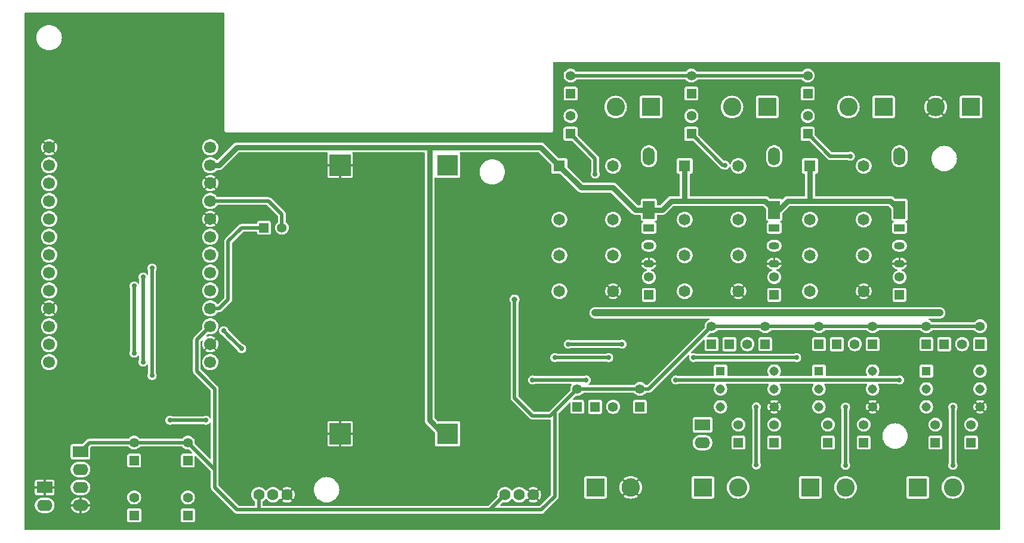
<source format=gbr>
G04 --- HEADER BEGIN --- *
G04 #@! TF.GenerationSoftware,LibrePCB,LibrePCB,1.3.0*
G04 #@! TF.CreationDate,2025-10-14T22:14:51*
G04 #@! TF.ProjectId,GateGuardian - Sommer Twist 350 Swing Gate,8a633c5c-b075-4c35-a81d-aba18a590e16,v1*
G04 #@! TF.Part,Single*
G04 #@! TF.SameCoordinates*
G04 #@! TF.FileFunction,Copper,L2,Bot*
G04 #@! TF.FilePolarity,Positive*
%FSLAX66Y66*%
%MOMM*%
G01*
G75*
G04 --- HEADER END --- *
G04 --- APERTURE LIST BEGIN --- *
G04 #@! TA.AperFunction,ComponentPad*
%ADD10C,1.36*%
%ADD11R,1.36X1.36*%
%ADD12C,1.7*%
%ADD13R,2.6X2.6*%
%ADD14C,2.6*%
%ADD15O,1.7X2.55*%
%ADD16R,1.7X2.55*%
%ADD17O,2.19X1.587*%
%ADD18R,2.19X1.587*%
%ADD19R,1.4X1.4*%
%ADD20C,1.4*%
%ADD21C,1.65*%
%ADD22R,1.65X1.65*%
%ADD23C,1.308*%
%ADD24R,1.308X1.308*%
%ADD25R,3.0X3.0*%
%ADD26O,1.5X1.05*%
%ADD27R,1.5X1.05*%
%ADD28C,1.6*%
G04 #@! TA.AperFunction,ViaPad*
%ADD29C,0.8*%
G04 #@! TA.AperFunction,Conductor*
%ADD30C,0.5*%
G04 #@! TA.AperFunction,ViaPad*
%ADD31C,0.7*%
%ADD32C,1.0*%
G04 #@! TA.AperFunction,Conductor*
%ADD33C,1.0*%
%ADD34C,0.8*%
%ADD35C,0.01*%
G04 #@! TD*
G04 --- APERTURE LIST END --- *
G04 --- BOARD BEGIN --- *
D10*
G04 #@! TO.N,VCC*
G04 #@! TO.C,R14*
G04 #@! TO.P,R14,2,2*
X128270000Y29210000D03*
D11*
G04 #@! TO.N,NET_INPUT2*
G04 #@! TO.P,R14,1,1*
X128270000Y26670000D03*
D10*
G04 #@! TO.N,VCC*
G04 #@! TO.C,R8*
G04 #@! TO.P,R8,2,2*
X94932500Y64770000D03*
D11*
G04 #@! TO.N,N22*
G04 #@! TO.P,R8,1,1*
X94932500Y62230000D03*
D12*
G04 #@! TO.N,N38*
G04 #@! TO.C,U4*
G04 #@! TO.P,U4,24,IO0/PRG_LOW/ETH_CLK*
X3810000Y29210000D03*
G04 #@! TO.N,NET_INPUT2*
G04 #@! TO.P,U4,6,IO33/ADC1_CH5/TCH8*
X26670000Y36830000D03*
G04 #@! TO.N,NET_RESET*
G04 #@! TO.P,U4,4,ESP32_EN*
X26670000Y31750000D03*
G04 #@! TO.N,NET_5V_RAIL*
G04 #@! TO.P,U4,12,5V*
X26670000Y52070000D03*
G04 #@! TO.N,N5*
G04 #@! TO.P,U4,25,IO3/PRG_RX*
X3810000Y26670000D03*
G04 #@! TO.N,NET_SENSOR_1*
G04 #@! TO.P,U4,16,IO4/ADC2_CH0/TCH0*
X3810000Y49530000D03*
G04 #@! TO.N,NET_INPUT1*
G04 #@! TO.P,U4,5,IO32/ADC1_CH4/TCH9*
X26670000Y34290000D03*
G04 #@! TO.N,NET_INPUT4*
G04 #@! TO.P,U4,17,IO35/ADC1_CH7/INPUT_ONLY*
X3810000Y46990000D03*
G04 #@! TO.N,VCC*
G04 #@! TO.P,U4,10,3.3V_1*
X26670000Y46990000D03*
G04 #@! TO.N,N6*
G04 #@! TO.P,U4,26,IO1/PRG_TX*
X3810000Y24130000D03*
G04 #@! TO.N,N/C*
G04 #@! TO.P,U4,13,LINK_LED*
X26670000Y54610000D03*
G04 #@! TO.N,GND*
G04 #@! TO.P,U4,11,GND_1*
X26670000Y49530000D03*
G04 #@! TO.N,N/C*
G04 #@! TO.P,U4,8,IO17/UART2_TX*
X26670000Y41910000D03*
G04 #@! TO.N,VCC*
G04 #@! TO.P,U4,3,3.3V_2*
X26670000Y29210000D03*
G04 #@! TO.N,N10*
G04 #@! TO.P,U4,21,IO36/ADC1_CH0/INPUT_ONLY*
X3810000Y36830000D03*
G04 #@! TO.N,N4*
G04 #@! TO.P,U4,22,IO39/ADC1_CH3/INPUT_ONLY*
X3810000Y34290000D03*
G04 #@! TO.N,GND*
G04 #@! TO.P,U4,23,GND_4*
X3810000Y31750000D03*
G04 #@! TO.N,NET_SENSOR_2*
G04 #@! TO.P,U4,15,IO2/ADC2_CH2/TCH2/PRG_FLOAT_OR_G*
X3810000Y52070000D03*
G04 #@! TO.N,NET_OUTPUT3*
G04 #@! TO.P,U4,18,IO12/ADC2_CH5/TCH5/BOOT_FLOAT_OR*
X3810000Y44450000D03*
G04 #@! TO.N,NET_INPUT3*
G04 #@! TO.P,U4,7,IO5/BOOT_FLOAT*
X26670000Y39370000D03*
G04 #@! TO.N,GND*
G04 #@! TO.P,U4,9,GND_5*
X26670000Y44450000D03*
G04 #@! TO.N,NET_OUTPUT2*
G04 #@! TO.P,U4,19,IO14/ADC2_CH6/TCH6*
X3810000Y41910000D03*
G04 #@! TO.N,N/C*
G04 #@! TO.P,U4,1,CLK_EN*
X26670000Y24130000D03*
G04 #@! TO.N,GND*
G04 #@! TO.P,U4,14,GND_2*
X3810000Y54610000D03*
G04 #@! TO.N,NET_OUTPUT1*
G04 #@! TO.P,U4,20,IO15/ADC2_CH3/TCH3*
X3810000Y39370000D03*
G04 #@! TO.N,GND*
G04 #@! TO.P,U4,2,GND_3*
X26670000Y26670000D03*
D13*
G04 #@! TO.N,N17*
G04 #@! TO.C,J4*
G04 #@! TO.P,J4,1,1*
X105687500Y60325000D03*
D14*
G04 #@! TO.N,N16*
G04 #@! TO.P,J4,2,2*
X100687500Y60325000D03*
D15*
G04 #@! TO.N,N29*
G04 #@! TO.C,D2*
G04 #@! TO.P,D2,2,A*
X106680000Y53340000D03*
D16*
G04 #@! TO.N,NET_5V_RAIL*
G04 #@! TO.P,D2,1,C*
X106680000Y45720000D03*
D10*
G04 #@! TO.N,N33*
G04 #@! TO.C,R12*
G04 #@! TO.P,R12,2,2*
X88900000Y36195000D03*
D11*
G04 #@! TO.N,NET_OUTPUT3*
G04 #@! TO.P,R12,1,1*
X88900000Y33655000D03*
D17*
G04 #@! TO.N,N38*
G04 #@! TO.C,J2*
G04 #@! TO.P,J2,2,2*
X3175000Y3810000D03*
D18*
G04 #@! TO.N,GND*
G04 #@! TO.P,J2,1,1*
X3175000Y6350000D03*
D10*
G04 #@! TO.N,VCC*
G04 #@! TO.C,R15*
G04 #@! TO.P,R15,2,2*
X78740000Y20320000D03*
D11*
G04 #@! TO.N,NET_INPUT4*
G04 #@! TO.P,R15,1,1*
X78740000Y17780000D03*
D19*
G04 #@! TO.C,GATE*
G04 #@! TO.P,GATE,C,C*
X81280000Y17780000D03*
D20*
G04 #@! TO.N,N31*
G04 #@! TO.P,GATE,A,A*
X83820000Y17780000D03*
D10*
G04 #@! TO.N,N45*
G04 #@! TO.C,R17*
G04 #@! TO.P,R17,2,2*
X101600000Y15240000D03*
D11*
G04 #@! TO.N,N37*
G04 #@! TO.P,R17,1,1*
X101600000Y12700000D03*
D13*
G04 #@! TO.N,NET_24V_RAIL*
G04 #@! TO.C,J11*
G04 #@! TO.P,J11,1,1*
X134580000Y60325000D03*
D14*
G04 #@! TO.N,GND*
G04 #@! TO.P,J11,2,2*
X129580000Y60325000D03*
D21*
G04 #@! TO.N,N1*
G04 #@! TO.C,K1*
G04 #@! TO.P,K1,4,COM1*
X111760000Y44340000D03*
G04 #@! TO.N,N20*
G04 #@! TO.P,K1,11,NC2*
X119380000Y39260000D03*
G04 #@! TO.N,N30*
G04 #@! TO.P,K1,16,COIL2*
X119380000Y51960000D03*
G04 #@! TO.N,GND*
G04 #@! TO.P,K1,9,NO2*
X119380000Y34180000D03*
G04 #@! TO.N,N20*
G04 #@! TO.P,K1,13,COM2*
X119380000Y44340000D03*
D22*
G04 #@! TO.N,NET_5V_RAIL*
G04 #@! TO.P,K1,1,COIL1*
X111760000Y51960000D03*
D21*
G04 #@! TO.N,N1*
G04 #@! TO.P,K1,6,NC1*
X111760000Y39260000D03*
G04 #@! TO.N,N15*
G04 #@! TO.P,K1,8,NO1*
X111760000Y34180000D03*
D23*
G04 #@! TO.N,GND*
G04 #@! TO.C,U1*
G04 #@! TO.P,U1,4,E*
X120650000Y17780000D03*
G04 #@! TO.N,N2*
G04 #@! TO.P,U1,2,K*
X113030000Y20320000D03*
D24*
G04 #@! TO.N,N11*
G04 #@! TO.P,U1,1,A*
X113030000Y22860000D03*
D23*
G04 #@! TO.N,NET_INPUT1*
G04 #@! TO.P,U1,5,C*
X120650000Y20320000D03*
G04 #@! TO.N,N/C*
G04 #@! TO.P,U1,3*
X113030000Y17780000D03*
G04 #@! TO.P,U1,6,B*
X120650000Y22860000D03*
G04 #@! TO.N,GND*
G04 #@! TO.C,U2*
G04 #@! TO.P,U2,4,E*
X135890000Y17780000D03*
G04 #@! TO.N,N14*
G04 #@! TO.P,U2,2,K*
X128270000Y20320000D03*
D24*
G04 #@! TO.N,N12*
G04 #@! TO.P,U2,1,A*
X128270000Y22860000D03*
D23*
G04 #@! TO.N,NET_INPUT2*
G04 #@! TO.P,U2,5,C*
X135890000Y20320000D03*
G04 #@! TO.N,N/C*
G04 #@! TO.P,U2,3*
X128270000Y17780000D03*
G04 #@! TO.P,U2,6,B*
X135890000Y22860000D03*
D19*
G04 #@! TO.N,N4*
G04 #@! TO.C,LED1*
G04 #@! TO.P,LED1,C,C*
X15875000Y2381250D03*
D20*
G04 #@! TO.N,N8*
G04 #@! TO.P,LED1,A,A*
X15875000Y4921250D03*
D17*
G04 #@! TO.N,GND*
G04 #@! TO.C,J1*
G04 #@! TO.P,J1,4,4*
X8255000Y3810000D03*
D18*
G04 #@! TO.N,VCC*
G04 #@! TO.P,J1,1,1*
X8255000Y11430000D03*
D17*
G04 #@! TO.N,N6*
G04 #@! TO.P,J1,3,3*
X8255000Y6350000D03*
G04 #@! TO.N,N5*
G04 #@! TO.P,J1,2,2*
X8255000Y8890000D03*
D19*
G04 #@! TO.N,N23*
G04 #@! TO.C,STOP*
G04 #@! TO.P,STOP,C,C*
X94932500Y56515000D03*
D20*
G04 #@! TO.N,N22*
G04 #@! TO.P,STOP,A,A*
X94932500Y59055000D03*
D10*
G04 #@! TO.N,VCC*
G04 #@! TO.C,R19*
G04 #@! TO.P,R19,2,2*
X97790000Y29210000D03*
D11*
G04 #@! TO.N,NET_INPUT3*
G04 #@! TO.P,R19,1,1*
X97790000Y26670000D03*
D15*
G04 #@! TO.N,N30*
G04 #@! TO.C,D1*
G04 #@! TO.P,D1,2,A*
X124460000Y53340000D03*
D16*
G04 #@! TO.N,NET_5V_RAIL*
G04 #@! TO.P,D1,1,C*
X124460000Y45720000D03*
D19*
G04 #@! TO.N,NET_INPUT1*
G04 #@! TO.C,LOCK*
G04 #@! TO.P,LOCK,C,C*
X115570000Y26670000D03*
D20*
G04 #@! TO.N,N9*
G04 #@! TO.P,LOCK,A,A*
X118110000Y26670000D03*
D17*
G04 #@! TO.N,N36*
G04 #@! TO.C,J12*
G04 #@! TO.P,J12,2,2*
X96520000Y12700000D03*
D18*
G04 #@! TO.N,N37*
G04 #@! TO.P,J12,1,1*
X96520000Y15240000D03*
D10*
G04 #@! TO.N,VCC*
G04 #@! TO.C,R21*
G04 #@! TO.P,R21,2,2*
X135890000Y29210000D03*
D11*
G04 #@! TO.N,N35*
G04 #@! TO.P,R21,1,1*
X135890000Y26670000D03*
D25*
G04 #@! TO.N,GND*
G04 #@! TO.C,U5*
G04 #@! TO.P,U5,GND1,GND1*
X45085000Y52070000D03*
G04 #@! TO.N,NET_24V_RAIL*
G04 #@! TO.P,U5,IN,IN*
X60325000Y52070000D03*
G04 #@! TO.N,GND*
G04 #@! TO.P,U5,GND2,GND2*
X45085000Y13970000D03*
G04 #@! TO.N,NET_5V_RAIL*
G04 #@! TO.P,U5,OUT,OUT*
X60325000Y13970000D03*
D10*
G04 #@! TO.N,N26*
G04 #@! TO.C,R10*
G04 #@! TO.P,R10,2,2*
X124460000Y36195000D03*
D11*
G04 #@! TO.N,NET_OUTPUT1*
G04 #@! TO.P,R10,1,1*
X124460000Y33655000D03*
D10*
G04 #@! TO.N,N11*
G04 #@! TO.C,R4*
G04 #@! TO.P,R4,2,2*
X119380000Y15240000D03*
D11*
G04 #@! TO.N,N3*
G04 #@! TO.P,R4,1,1*
X119380000Y12700000D03*
D10*
G04 #@! TO.N,N12*
G04 #@! TO.C,R6*
G04 #@! TO.P,R6,2,2*
X134620000Y15240000D03*
D11*
G04 #@! TO.N,N13*
G04 #@! TO.P,R6,1,1*
X134620000Y12700000D03*
D19*
G04 #@! TO.N,N24*
G04 #@! TO.C,CLOSE*
G04 #@! TO.P,CLOSE,C,C*
X77787500Y56515000D03*
D20*
G04 #@! TO.N,N25*
G04 #@! TO.P,CLOSE,A,A*
X77787500Y59055000D03*
D21*
G04 #@! TO.N,N18*
G04 #@! TO.C,K3*
G04 #@! TO.P,K3,4,COM1*
X76200000Y44340000D03*
G04 #@! TO.N,N24*
G04 #@! TO.P,K3,11,NC2*
X83820000Y39260000D03*
G04 #@! TO.N,N27*
G04 #@! TO.P,K3,16,COIL2*
X83820000Y51960000D03*
G04 #@! TO.N,GND*
G04 #@! TO.P,K3,9,NO2*
X83820000Y34180000D03*
G04 #@! TO.N,N24*
G04 #@! TO.P,K3,13,COM2*
X83820000Y44340000D03*
D22*
G04 #@! TO.N,NET_5V_RAIL*
G04 #@! TO.P,K3,1,COIL1*
X76200000Y51960000D03*
D21*
G04 #@! TO.N,N18*
G04 #@! TO.P,K3,6,NC1*
X76200000Y39260000D03*
G04 #@! TO.N,N19*
G04 #@! TO.P,K3,8,NO1*
X76200000Y34180000D03*
D10*
G04 #@! TO.N,N45*
G04 #@! TO.C,R18*
G04 #@! TO.P,R18,2,2*
X106680000Y15240000D03*
D11*
G04 #@! TO.N,N36*
G04 #@! TO.P,R18,1,1*
X106680000Y12700000D03*
D10*
G04 #@! TO.N,VCC*
G04 #@! TO.C,R9*
G04 #@! TO.P,R9,2,2*
X77787500Y64770000D03*
D11*
G04 #@! TO.N,N25*
G04 #@! TO.P,R9,1,1*
X77787500Y62230000D03*
D10*
G04 #@! TO.N,VCC*
G04 #@! TO.C,R22*
G04 #@! TO.P,R22,2,2*
X105410000Y29210000D03*
D11*
G04 #@! TO.N,N39*
G04 #@! TO.P,R22,1,1*
X105410000Y26670000D03*
D26*
G04 #@! TO.N,N33*
G04 #@! TO.C,Q3*
G04 #@! TO.P,Q3,2,B*
X88900000Y40640000D03*
G04 #@! TO.N,GND*
G04 #@! TO.P,Q3,3,E*
X88900000Y38100000D03*
D27*
G04 #@! TO.N,N27*
G04 #@! TO.P,Q3,1,C*
X88900000Y43180000D03*
D28*
G04 #@! TO.N,VCC*
G04 #@! TO.C,J15*
G04 #@! TO.P,J15,3,3*
X68485000Y5312500D03*
G04 #@! TO.N,GND*
G04 #@! TO.P,J15,1,1*
X72485000Y5312500D03*
G04 #@! TO.N,NET_SENSOR_2*
G04 #@! TO.P,J15,2,2*
X70485000Y5312500D03*
D26*
G04 #@! TO.N,N26*
G04 #@! TO.C,Q1*
G04 #@! TO.P,Q1,2,B*
X124460000Y40640000D03*
G04 #@! TO.N,GND*
G04 #@! TO.P,Q1,3,E*
X124460000Y38100000D03*
D27*
G04 #@! TO.N,N30*
G04 #@! TO.P,Q1,1,C*
X124460000Y43180000D03*
D13*
G04 #@! TO.N,N19*
G04 #@! TO.C,J5*
G04 #@! TO.P,J5,1,1*
X89177500Y60325000D03*
D14*
G04 #@! TO.N,N18*
G04 #@! TO.P,J5,2,2*
X84177500Y60325000D03*
D26*
G04 #@! TO.N,N34*
G04 #@! TO.C,Q2*
G04 #@! TO.P,Q2,2,B*
X106680000Y40640000D03*
G04 #@! TO.N,GND*
G04 #@! TO.P,Q2,3,E*
X106680000Y38100000D03*
D27*
G04 #@! TO.N,N29*
G04 #@! TO.P,Q2,1,C*
X106680000Y43180000D03*
D10*
G04 #@! TO.N,VCC*
G04 #@! TO.C,R25*
G04 #@! TO.P,R25,2,2*
X36830000Y43180000D03*
D11*
G04 #@! TO.N,NET_RESET*
G04 #@! TO.P,R25,1,1*
X34290000Y43180000D03*
D10*
G04 #@! TO.N,VCC*
G04 #@! TO.C,R23*
G04 #@! TO.P,R23,2,2*
X87630000Y20320000D03*
D11*
G04 #@! TO.N,N31*
G04 #@! TO.P,R23,1,1*
X87630000Y17780000D03*
D19*
G04 #@! TO.N,NET_INPUT3*
G04 #@! TO.C,EYE*
G04 #@! TO.P,EYE,C,C*
X100330000Y26670000D03*
D20*
G04 #@! TO.N,N39*
G04 #@! TO.P,EYE,A,A*
X102870000Y26670000D03*
D13*
G04 #@! TO.N,N36*
G04 #@! TO.C,J8*
G04 #@! TO.P,J8,1,1*
X96560000Y6350000D03*
D14*
G04 #@! TO.N,N41*
G04 #@! TO.P,J8,2,2*
X101560000Y6350000D03*
D15*
G04 #@! TO.N,N27*
G04 #@! TO.C,D3*
G04 #@! TO.P,D3,2,A*
X88900000Y53340000D03*
D16*
G04 #@! TO.N,NET_5V_RAIL*
G04 #@! TO.P,D3,1,C*
X88900000Y45720000D03*
D10*
G04 #@! TO.N,VCC*
G04 #@! TO.C,R2*
G04 #@! TO.P,R2,2,2*
X23495000Y12700000D03*
D11*
G04 #@! TO.N,N7*
G04 #@! TO.P,R2,1,1*
X23495000Y10160000D03*
D10*
G04 #@! TO.N,N12*
G04 #@! TO.C,R5*
G04 #@! TO.P,R5,2,2*
X129540000Y15240000D03*
D11*
G04 #@! TO.N,N13*
G04 #@! TO.P,R5,1,1*
X129540000Y12700000D03*
D28*
G04 #@! TO.N,VCC*
G04 #@! TO.C,J10*
G04 #@! TO.P,J10,3,3*
X33560000Y5312500D03*
G04 #@! TO.N,GND*
G04 #@! TO.P,J10,1,1*
X37560000Y5312500D03*
G04 #@! TO.N,NET_SENSOR_1*
G04 #@! TO.P,J10,2,2*
X35560000Y5312500D03*
D21*
G04 #@! TO.N,N16*
G04 #@! TO.C,K2*
G04 #@! TO.P,K2,4,COM1*
X93980000Y44340000D03*
G04 #@! TO.N,N23*
G04 #@! TO.P,K2,11,NC2*
X101600000Y39260000D03*
G04 #@! TO.N,N29*
G04 #@! TO.P,K2,16,COIL2*
X101600000Y51960000D03*
G04 #@! TO.N,GND*
G04 #@! TO.P,K2,9,NO2*
X101600000Y34180000D03*
G04 #@! TO.N,N23*
G04 #@! TO.P,K2,13,COM2*
X101600000Y44340000D03*
D22*
G04 #@! TO.N,NET_5V_RAIL*
G04 #@! TO.P,K2,1,COIL1*
X93980000Y51960000D03*
D21*
G04 #@! TO.N,N16*
G04 #@! TO.P,K2,6,NC1*
X93980000Y39260000D03*
G04 #@! TO.N,N17*
G04 #@! TO.P,K2,8,NO1*
X93980000Y34180000D03*
D10*
G04 #@! TO.N,VCC*
G04 #@! TO.C,R7*
G04 #@! TO.P,R7,2,2*
X111442500Y64770000D03*
D11*
G04 #@! TO.N,N21*
G04 #@! TO.P,R7,1,1*
X111442500Y62230000D03*
D19*
G04 #@! TO.N,N10*
G04 #@! TO.C,LED2*
G04 #@! TO.P,LED2,C,C*
X23495000Y2381250D03*
D20*
G04 #@! TO.N,N7*
G04 #@! TO.P,LED2,A,A*
X23495000Y4921250D03*
D10*
G04 #@! TO.N,VCC*
G04 #@! TO.C,R13*
G04 #@! TO.P,R13,2,2*
X113030000Y29210000D03*
D11*
G04 #@! TO.N,NET_INPUT1*
G04 #@! TO.P,R13,1,1*
X113030000Y26670000D03*
D10*
G04 #@! TO.N,VCC*
G04 #@! TO.C,R20*
G04 #@! TO.P,R20,2,2*
X120650000Y29210000D03*
D11*
G04 #@! TO.N,N9*
G04 #@! TO.P,R20,1,1*
X120650000Y26670000D03*
D13*
G04 #@! TO.N,N13*
G04 #@! TO.C,J7*
G04 #@! TO.P,J7,1,1*
X127040000Y6350000D03*
D14*
G04 #@! TO.N,N14*
G04 #@! TO.P,J7,2,2*
X132040000Y6350000D03*
D13*
G04 #@! TO.N,N3*
G04 #@! TO.C,J6*
G04 #@! TO.P,J6,1,1*
X111800000Y6350000D03*
D14*
G04 #@! TO.N,N2*
G04 #@! TO.P,J6,2,2*
X116800000Y6350000D03*
D13*
G04 #@! TO.N,N15*
G04 #@! TO.C,J3*
G04 #@! TO.P,J3,1,1*
X122197500Y60325000D03*
D14*
G04 #@! TO.N,N1*
G04 #@! TO.P,J3,2,2*
X117197500Y60325000D03*
D23*
G04 #@! TO.N,GND*
G04 #@! TO.C,U3*
G04 #@! TO.P,U3,4,E*
X106680000Y17780000D03*
G04 #@! TO.N,N41*
G04 #@! TO.P,U3,2,K*
X99060000Y20320000D03*
D24*
G04 #@! TO.N,N45*
G04 #@! TO.P,U3,1,A*
X99060000Y22860000D03*
D23*
G04 #@! TO.N,NET_INPUT3*
G04 #@! TO.P,U3,5,C*
X106680000Y20320000D03*
G04 #@! TO.N,N/C*
G04 #@! TO.P,U3,3*
X99060000Y17780000D03*
G04 #@! TO.P,U3,6,B*
X106680000Y22860000D03*
D19*
G04 #@! TO.N,N20*
G04 #@! TO.C,OPEN*
G04 #@! TO.P,OPEN,C,C*
X111442500Y56515000D03*
D20*
G04 #@! TO.N,N21*
G04 #@! TO.P,OPEN,A,A*
X111442500Y59055000D03*
D10*
G04 #@! TO.N,N11*
G04 #@! TO.C,R3*
G04 #@! TO.P,R3,2,2*
X114300000Y15240000D03*
D11*
G04 #@! TO.N,N3*
G04 #@! TO.P,R3,1,1*
X114300000Y12700000D03*
D19*
G04 #@! TO.N,NET_INPUT2*
G04 #@! TO.C,LIGHT*
G04 #@! TO.P,LIGHT,C,C*
X130810000Y26670000D03*
D20*
G04 #@! TO.N,N35*
G04 #@! TO.P,LIGHT,A,A*
X133350000Y26670000D03*
D10*
G04 #@! TO.N,VCC*
G04 #@! TO.C,R1*
G04 #@! TO.P,R1,2,2*
X15875000Y12700000D03*
D11*
G04 #@! TO.N,N8*
G04 #@! TO.P,R1,1,1*
X15875000Y10160000D03*
D13*
G04 #@! TO.N,NET_INPUT4*
G04 #@! TO.C,J9*
G04 #@! TO.P,J9,1,1*
X81320000Y6350000D03*
D14*
G04 #@! TO.N,GND*
G04 #@! TO.P,J9,2,2*
X86320000Y6350000D03*
D10*
G04 #@! TO.N,N34*
G04 #@! TO.C,R11*
G04 #@! TO.P,R11,2,2*
X106680000Y36195000D03*
D11*
G04 #@! TO.N,NET_OUTPUT2*
G04 #@! TO.P,R11,1,1*
X106680000Y33655000D03*
D29*
G04 #@! TD.C*
G04 #@! TD.P*
G04 #@! TO.N,VCC*
X69850000Y33020000D03*
D30*
X94932500Y64770000D02*
X111442500Y64770000D01*
X69850000Y24130000D02*
X69850000Y20320000D01*
X15875000Y12700000D02*
X9525000Y12700000D01*
X113030000Y29210000D02*
X105410000Y29210000D01*
X33560000Y5312500D02*
X33560000Y3270000D01*
X66347500Y3175000D02*
X73660000Y3175000D01*
X26670000Y46990000D02*
X34925000Y46990000D01*
X135890000Y29210000D02*
X128270000Y29210000D01*
X69850000Y33020000D02*
X69850000Y24130000D01*
X66347500Y3175000D02*
X68485000Y5312500D01*
X88900000Y20320000D02*
X97790000Y29210000D01*
X27305000Y8890000D02*
X27305000Y6350000D01*
X128270000Y29210000D02*
X120650000Y29210000D01*
X33655000Y3175000D02*
X66347500Y3175000D01*
X69850000Y19050000D02*
X72390000Y16510000D01*
X33655000Y3175000D02*
X30480000Y3175000D01*
X105410000Y29210000D02*
X97790000Y29210000D01*
X74930000Y16510000D02*
X75565000Y17145000D01*
X27305000Y8890000D02*
X23495000Y12700000D01*
X27305000Y8890000D02*
X27305000Y20320000D01*
X87630000Y20320000D02*
X88900000Y20320000D01*
X75565000Y5080000D02*
X75565000Y17145000D01*
X69850000Y20320000D02*
X69850000Y19050000D01*
X24765000Y22860000D02*
X24765000Y27305000D01*
X87630000Y20320000D02*
X78740000Y20320000D01*
X27305000Y6350000D02*
X30480000Y3175000D01*
X36830000Y43180000D02*
X36830000Y45085000D01*
X24765000Y27305000D02*
X26670000Y29210000D01*
X9525000Y12700000D02*
X8255000Y11430000D01*
X120650000Y29210000D02*
X113030000Y29210000D01*
X24765000Y22860000D02*
X27305000Y20320000D01*
X23495000Y12700000D02*
X15875000Y12700000D01*
X33560000Y3270000D02*
X33655000Y3175000D01*
X72390000Y16510000D02*
X74930000Y16510000D01*
X75565000Y17145000D02*
X78740000Y20320000D01*
X36830000Y45085000D02*
X34925000Y46990000D01*
X73660000Y3175000D02*
X75565000Y5080000D01*
X77787500Y64770000D02*
X94932500Y64770000D01*
D31*
G04 #@! TO.N,NET_INPUT4*
X20955000Y15875000D03*
X26035000Y15875000D03*
X15875000Y25400000D03*
X15875000Y34925000D03*
D30*
X15875000Y25400000D02*
X15875000Y34925000D01*
X26035000Y15875000D02*
X20955000Y15875000D01*
G04 #@! TO.N,NET_RESET*
X29210000Y33020000D02*
X29210000Y41275000D01*
X26670000Y31750000D02*
X27940000Y31750000D01*
X34290000Y43180000D02*
X31115000Y43180000D01*
X29210000Y41275000D02*
X31115000Y43180000D01*
X27940000Y31750000D02*
X29210000Y33020000D01*
D31*
G04 #@! TO.N,NET_SENSOR_1*
X17145000Y36195000D03*
X17145000Y24130000D03*
D30*
X17145000Y24130000D02*
X17145000Y36195000D01*
D31*
G04 #@! TO.N,N20*
X117475000Y53340000D03*
D30*
X114617500Y53340000D02*
X111442500Y56515000D01*
X117475000Y53340000D02*
X114617500Y53340000D01*
D31*
G04 #@! TO.N,N2*
X116800000Y17740000D03*
X116800000Y9485000D03*
D30*
X116800000Y17740000D02*
X116800000Y9485000D01*
D31*
G04 #@! TO.N,NET_INPUT2*
X124460000Y21590000D03*
X92710000Y21590000D03*
X80010000Y21590000D03*
X72390000Y21590000D03*
D30*
X72390000Y21590000D02*
X80010000Y21590000D01*
X92710000Y21590000D02*
X124460000Y21590000D01*
D31*
G04 #@! TO.N,NET_INPUT3*
X77470000Y26670000D03*
X85090000Y26670000D03*
D30*
X77470000Y26670000D02*
X85090000Y26670000D01*
D31*
G04 #@! TO.N,N41*
X104140000Y17780000D03*
X104140000Y9525000D03*
D30*
X104140000Y17780000D02*
X104140000Y9525000D01*
D31*
G04 #@! TO.N,NET_INPUT1*
X28575000Y28575000D03*
X95250000Y24765000D03*
X83185000Y24765000D03*
X109855000Y24765000D03*
X75565000Y24765000D03*
X31115000Y26035000D03*
D30*
X29210000Y27940000D02*
X31115000Y26035000D01*
X95250000Y24765000D02*
X109855000Y24765000D01*
X75565000Y24765000D02*
X83185000Y24765000D01*
X28575000Y28575000D02*
X29210000Y27940000D01*
D32*
G04 #@! TO.N,NET_24V_RAIL*
X130175000Y31115000D03*
X81280000Y31115000D03*
D33*
X81280000Y31115000D02*
X130175000Y31115000D01*
D34*
G04 #@! TO.N,NET_5V_RAIL*
X93980000Y46990000D02*
X105410000Y46990000D01*
X27940000Y52070000D02*
X30480000Y54610000D01*
X79265000Y48895000D02*
X76200000Y51960000D01*
X90805000Y45720000D02*
X92075000Y46990000D01*
X83820000Y48895000D02*
X79265000Y48895000D01*
X123190000Y46990000D02*
X124460000Y45720000D01*
X111760000Y46990000D02*
X123190000Y46990000D01*
X93980000Y46990000D02*
X93980000Y51960000D01*
X88900000Y45720000D02*
X86995000Y45720000D01*
X105410000Y46990000D02*
X106680000Y45720000D01*
X57785000Y54610000D02*
X73550000Y54610000D01*
X111760000Y46990000D02*
X108585000Y46990000D01*
X88900000Y45720000D02*
X90805000Y45720000D01*
X57785000Y15875000D02*
X59690000Y13970000D01*
X107315000Y45720000D02*
X108585000Y46990000D01*
X26670000Y52070000D02*
X27940000Y52070000D01*
X86995000Y45720000D02*
X83820000Y48895000D01*
X73550000Y54610000D02*
X76200000Y51960000D01*
X57785000Y54610000D02*
X30480000Y54610000D01*
X106680000Y45720000D02*
X107315000Y45720000D01*
X57785000Y54610000D02*
X57785000Y15875000D01*
X111760000Y46990000D02*
X111760000Y51960000D01*
X93980000Y46990000D02*
X92075000Y46990000D01*
D30*
X59690000Y13970000D02*
X60325000Y13970000D01*
D31*
G04 #@! TO.N,N24*
X81280000Y50800000D03*
D30*
X81280000Y50800000D02*
X81280000Y53022500D01*
X81280000Y53022500D02*
X77787500Y56515000D01*
D31*
G04 #@! TO.N,NET_SENSOR_2*
X18415000Y22225000D03*
X18415000Y37465000D03*
D30*
X18415000Y22225000D02*
X18415000Y37465000D01*
D31*
G04 #@! TO.N,N14*
X132040000Y17740000D03*
X132040000Y9485000D03*
D30*
X132040000Y17740000D02*
X132040000Y9485000D01*
D31*
G04 #@! TO.N,N23*
X99695000Y52070000D03*
D30*
X99695000Y52070000D02*
X99377500Y52070000D01*
X99377500Y52070000D02*
X94932500Y56515000D01*
D35*
G04 #@! TA.AperFunction,Conductor*
G04 #@! TO.N,GND*
G36*
X300000Y399999D02*
X319500Y340672D01*
X399999Y300000D01*
X2875811Y300000D01*
X2875811Y2716500D01*
X2871195Y2716714D01*
X2677175Y2734692D01*
X2668126Y2736384D01*
X2482931Y2789076D01*
X2474337Y2792406D01*
X2301987Y2878226D01*
X2294157Y2883074D01*
X2140508Y2999104D01*
X2133695Y3005316D01*
X2003982Y3147603D01*
X1998436Y3154947D01*
X1897069Y3318661D01*
X1892971Y3326891D01*
X1823417Y3506433D01*
X1820893Y3515301D01*
X1785514Y3704561D01*
X1784665Y3713726D01*
X1784665Y3906274D01*
X1785514Y3915439D01*
X1820893Y4104699D01*
X1823417Y4113567D01*
X1892971Y4293109D01*
X1897069Y4301339D01*
X1998436Y4465053D01*
X2003982Y4472397D01*
X2083931Y4560096D01*
X2083931Y5256500D01*
X2076118Y5257115D01*
X1995069Y5269952D01*
X1980282Y5274756D01*
X1910674Y5310223D01*
X1898101Y5319358D01*
X1842858Y5374601D01*
X1833723Y5387174D01*
X1798256Y5456782D01*
X1793452Y5471569D01*
X1780615Y5552618D01*
X1780000Y5560431D01*
X1780000Y6183982D01*
X1781566Y6188747D01*
X1796013Y6196046D01*
X1796013Y6500005D01*
X1791248Y6501571D01*
X1780000Y6523833D01*
X1780000Y7139569D01*
X1780615Y7147382D01*
X1793452Y7228431D01*
X1798256Y7243218D01*
X1833723Y7312826D01*
X1842858Y7325399D01*
X1898101Y7380642D01*
X1910674Y7389777D01*
X1980282Y7425244D01*
X1995069Y7430048D01*
X2076118Y7442885D01*
X2083931Y7443500D01*
X3008982Y7443500D01*
X3013747Y7441934D01*
X3024995Y7419672D01*
X3024995Y7143500D01*
X2080000Y7143500D01*
X2080000Y6500005D01*
X1796013Y6500005D01*
X1796013Y6196046D01*
X1803828Y6199995D01*
X2080000Y6199995D01*
X2080000Y5556500D01*
X3024995Y5556500D01*
X3024995Y5272513D01*
X3023429Y5267748D01*
X3001167Y5256500D01*
X2083931Y5256500D01*
X2083931Y4560096D01*
X2133695Y4614684D01*
X2140508Y4620896D01*
X2294157Y4736926D01*
X2301987Y4741774D01*
X2474337Y4827594D01*
X2482931Y4830924D01*
X2668126Y4883616D01*
X2677175Y4885308D01*
X2871195Y4903286D01*
X2875811Y4903500D01*
X3341018Y4903500D01*
X3341018Y5256500D01*
X3336253Y5258066D01*
X3325005Y5280328D01*
X3325005Y5556500D01*
X4270000Y5556500D01*
X4270000Y6199995D01*
X4270000Y6500005D01*
X4270000Y7143500D01*
X3325005Y7143500D01*
X3325005Y7427487D01*
X3326571Y7432252D01*
X3348833Y7443500D01*
X3708512Y7443500D01*
X3708512Y22984906D01*
X3699347Y22985755D01*
X3499833Y23023051D01*
X3490976Y23025572D01*
X3301719Y23098889D01*
X3293467Y23102998D01*
X3120898Y23209848D01*
X3113554Y23215394D01*
X2963562Y23352131D01*
X2957350Y23358944D01*
X2835036Y23520914D01*
X2830188Y23528744D01*
X2739721Y23710427D01*
X2736391Y23719021D01*
X2680846Y23914244D01*
X2679154Y23923293D01*
X2660427Y24125392D01*
X2660427Y24134608D01*
X2679154Y24336707D01*
X2680846Y24345756D01*
X2736391Y24540979D01*
X2739721Y24549573D01*
X2830188Y24731256D01*
X2835036Y24739086D01*
X2957350Y24901056D01*
X2963562Y24907869D01*
X3113554Y25044606D01*
X3120898Y25050152D01*
X3293467Y25157002D01*
X3301719Y25161111D01*
X3490976Y25234428D01*
X3499833Y25236949D01*
X3699347Y25274245D01*
X3708512Y25275094D01*
X3708512Y25524906D01*
X3699347Y25525755D01*
X3499833Y25563051D01*
X3490976Y25565572D01*
X3301719Y25638889D01*
X3293467Y25642998D01*
X3120898Y25749848D01*
X3113554Y25755394D01*
X2963562Y25892131D01*
X2957350Y25898944D01*
X2835036Y26060914D01*
X2830188Y26068744D01*
X2739721Y26250427D01*
X2736391Y26259021D01*
X2680846Y26454244D01*
X2679154Y26463293D01*
X2660427Y26665392D01*
X2660427Y26674608D01*
X2679154Y26876707D01*
X2680846Y26885756D01*
X2736391Y27080979D01*
X2739721Y27089573D01*
X2830188Y27271256D01*
X2835036Y27279086D01*
X2957350Y27441056D01*
X2963562Y27447869D01*
X3113554Y27584606D01*
X3120898Y27590152D01*
X3293467Y27697002D01*
X3301719Y27701111D01*
X3490976Y27774428D01*
X3499833Y27776949D01*
X3699347Y27814245D01*
X3708512Y27815094D01*
X3708512Y28064906D01*
X3699347Y28065755D01*
X3499833Y28103051D01*
X3490976Y28105572D01*
X3301719Y28178889D01*
X3293467Y28182998D01*
X3120898Y28289848D01*
X3113554Y28295394D01*
X2963562Y28432131D01*
X2957350Y28438944D01*
X2835036Y28600914D01*
X2830188Y28608744D01*
X2739721Y28790427D01*
X2736391Y28799021D01*
X2680846Y28994244D01*
X2679154Y29003293D01*
X2660427Y29205392D01*
X2660427Y29214608D01*
X2679154Y29416707D01*
X2680846Y29425756D01*
X2736391Y29620979D01*
X2739721Y29629573D01*
X2830188Y29811256D01*
X2835036Y29819086D01*
X2900394Y29905634D01*
X2900394Y31058526D01*
X2898365Y31058868D01*
X2894540Y31062119D01*
X2835035Y31140915D01*
X2830188Y31148744D01*
X2739721Y31330427D01*
X2736391Y31339021D01*
X2680846Y31534244D01*
X2679154Y31543293D01*
X2660427Y31745392D01*
X2660427Y31754608D01*
X2679154Y31956707D01*
X2680846Y31965756D01*
X2736391Y32160979D01*
X2739721Y32169573D01*
X2830188Y32351256D01*
X2835035Y32359085D01*
X2891533Y32433900D01*
X2902682Y32441633D01*
X2904742Y32441574D01*
X2908977Y32438884D01*
X3113518Y32234343D01*
X3033486Y32095726D01*
X2978575Y31926725D01*
X2960000Y31750000D01*
X2978575Y31573275D01*
X3033486Y31404274D01*
X3113518Y31265657D01*
X2912506Y31064645D01*
X2900394Y31058526D01*
X2900394Y29905634D01*
X2957350Y29981056D01*
X2963562Y29987869D01*
X3113554Y30124606D01*
X3120898Y30130152D01*
X3293467Y30237002D01*
X3301719Y30241111D01*
X3490976Y30314428D01*
X3499833Y30316949D01*
X3699347Y30354245D01*
X3708512Y30355094D01*
X3708512Y30604906D01*
X3699347Y30605755D01*
X3499833Y30643051D01*
X3490976Y30645572D01*
X3301719Y30718889D01*
X3293467Y30722998D01*
X3120900Y30829847D01*
X3115566Y30839293D01*
X3116112Y30843787D01*
X3116550Y30844411D01*
X3327670Y31055531D01*
X3327670Y32444469D01*
X3121727Y32650412D01*
X3115608Y32662524D01*
X3116311Y32666689D01*
X3120895Y32670150D01*
X3293467Y32777002D01*
X3301719Y32781111D01*
X3490976Y32854428D01*
X3499833Y32856949D01*
X3699347Y32894245D01*
X3708512Y32895094D01*
X3708512Y33144906D01*
X3699347Y33145755D01*
X3499833Y33183051D01*
X3490976Y33185572D01*
X3301719Y33258889D01*
X3293467Y33262998D01*
X3120898Y33369848D01*
X3113554Y33375394D01*
X2963562Y33512131D01*
X2957350Y33518944D01*
X2835036Y33680914D01*
X2830188Y33688744D01*
X2739721Y33870427D01*
X2736391Y33879021D01*
X2680846Y34074244D01*
X2679154Y34083293D01*
X2660427Y34285392D01*
X2660427Y34294608D01*
X2679154Y34496707D01*
X2680846Y34505756D01*
X2736391Y34700979D01*
X2739721Y34709573D01*
X2830188Y34891256D01*
X2835036Y34899086D01*
X2957350Y35061056D01*
X2963562Y35067869D01*
X3113554Y35204606D01*
X3120898Y35210152D01*
X3293467Y35317002D01*
X3301719Y35321111D01*
X3490976Y35394428D01*
X3499833Y35396949D01*
X3699347Y35434245D01*
X3708512Y35435094D01*
X3708512Y35684906D01*
X3699347Y35685755D01*
X3499833Y35723051D01*
X3490976Y35725572D01*
X3301719Y35798889D01*
X3293467Y35802998D01*
X3120898Y35909848D01*
X3113554Y35915394D01*
X2963562Y36052131D01*
X2957350Y36058944D01*
X2835036Y36220914D01*
X2830188Y36228744D01*
X2739721Y36410427D01*
X2736391Y36419021D01*
X2680846Y36614244D01*
X2679154Y36623293D01*
X2660427Y36825392D01*
X2660427Y36834608D01*
X2679154Y37036707D01*
X2680846Y37045756D01*
X2736391Y37240979D01*
X2739721Y37249573D01*
X2830188Y37431256D01*
X2835036Y37439086D01*
X2957350Y37601056D01*
X2963562Y37607869D01*
X3113554Y37744606D01*
X3120898Y37750152D01*
X3293467Y37857002D01*
X3301719Y37861111D01*
X3490976Y37934428D01*
X3499833Y37936949D01*
X3699347Y37974245D01*
X3708512Y37975094D01*
X3708512Y38224906D01*
X3699347Y38225755D01*
X3499833Y38263051D01*
X3490976Y38265572D01*
X3301719Y38338889D01*
X3293467Y38342998D01*
X3120898Y38449848D01*
X3113554Y38455394D01*
X2963562Y38592131D01*
X2957350Y38598944D01*
X2835036Y38760914D01*
X2830188Y38768744D01*
X2739721Y38950427D01*
X2736391Y38959021D01*
X2680846Y39154244D01*
X2679154Y39163293D01*
X2660427Y39365392D01*
X2660427Y39374608D01*
X2679154Y39576707D01*
X2680846Y39585756D01*
X2736391Y39780979D01*
X2739721Y39789573D01*
X2830188Y39971256D01*
X2835036Y39979086D01*
X2957350Y40141056D01*
X2963562Y40147869D01*
X3113554Y40284606D01*
X3120898Y40290152D01*
X3293467Y40397002D01*
X3301719Y40401111D01*
X3490976Y40474428D01*
X3499833Y40476949D01*
X3699347Y40514245D01*
X3708512Y40515094D01*
X3708512Y40764906D01*
X3699347Y40765755D01*
X3499833Y40803051D01*
X3490976Y40805572D01*
X3301719Y40878889D01*
X3293467Y40882998D01*
X3120898Y40989848D01*
X3113554Y40995394D01*
X2963562Y41132131D01*
X2957350Y41138944D01*
X2835036Y41300914D01*
X2830188Y41308744D01*
X2739721Y41490427D01*
X2736391Y41499021D01*
X2680846Y41694244D01*
X2679154Y41703293D01*
X2660427Y41905392D01*
X2660427Y41914608D01*
X2679154Y42116707D01*
X2680846Y42125756D01*
X2736391Y42320979D01*
X2739721Y42329573D01*
X2830188Y42511256D01*
X2835036Y42519086D01*
X2957350Y42681056D01*
X2963562Y42687869D01*
X3113554Y42824606D01*
X3120898Y42830152D01*
X3293467Y42937002D01*
X3301719Y42941111D01*
X3490976Y43014428D01*
X3499833Y43016949D01*
X3699347Y43054245D01*
X3708512Y43055094D01*
X3708512Y43304906D01*
X3699347Y43305755D01*
X3499833Y43343051D01*
X3490976Y43345572D01*
X3301719Y43418889D01*
X3293467Y43422998D01*
X3120898Y43529848D01*
X3113554Y43535394D01*
X2963562Y43672131D01*
X2957350Y43678944D01*
X2835036Y43840914D01*
X2830188Y43848744D01*
X2739721Y44030427D01*
X2736391Y44039021D01*
X2680846Y44234244D01*
X2679154Y44243293D01*
X2660427Y44445392D01*
X2660427Y44454608D01*
X2679154Y44656707D01*
X2680846Y44665756D01*
X2736391Y44860979D01*
X2739721Y44869573D01*
X2830188Y45051256D01*
X2835036Y45059086D01*
X2957350Y45221056D01*
X2963562Y45227869D01*
X3113554Y45364606D01*
X3120898Y45370152D01*
X3293467Y45477002D01*
X3301719Y45481111D01*
X3490976Y45554428D01*
X3499833Y45556949D01*
X3699347Y45594245D01*
X3708512Y45595094D01*
X3708512Y45844906D01*
X3699347Y45845755D01*
X3499833Y45883051D01*
X3490976Y45885572D01*
X3301719Y45958889D01*
X3293467Y45962998D01*
X3120898Y46069848D01*
X3113554Y46075394D01*
X2963562Y46212131D01*
X2957350Y46218944D01*
X2835036Y46380914D01*
X2830188Y46388744D01*
X2739721Y46570427D01*
X2736391Y46579021D01*
X2680846Y46774244D01*
X2679154Y46783293D01*
X2660427Y46985392D01*
X2660427Y46994608D01*
X2679154Y47196707D01*
X2680846Y47205756D01*
X2736391Y47400979D01*
X2739721Y47409573D01*
X2830188Y47591256D01*
X2835036Y47599086D01*
X2957350Y47761056D01*
X2963562Y47767869D01*
X3113554Y47904606D01*
X3120898Y47910152D01*
X3293467Y48017002D01*
X3301719Y48021111D01*
X3490976Y48094428D01*
X3499833Y48096949D01*
X3699347Y48134245D01*
X3708512Y48135094D01*
X3708512Y48384906D01*
X3699347Y48385755D01*
X3499833Y48423051D01*
X3490976Y48425572D01*
X3301719Y48498889D01*
X3293467Y48502998D01*
X3120898Y48609848D01*
X3113554Y48615394D01*
X2963562Y48752131D01*
X2957350Y48758944D01*
X2835036Y48920914D01*
X2830188Y48928744D01*
X2739721Y49110427D01*
X2736391Y49119021D01*
X2680846Y49314244D01*
X2679154Y49323293D01*
X2660427Y49525392D01*
X2660427Y49534608D01*
X2679154Y49736707D01*
X2680846Y49745756D01*
X2736391Y49940979D01*
X2739721Y49949573D01*
X2830188Y50131256D01*
X2835036Y50139086D01*
X2957350Y50301056D01*
X2963562Y50307869D01*
X3113554Y50444606D01*
X3120898Y50450152D01*
X3293467Y50557002D01*
X3301719Y50561111D01*
X3490976Y50634428D01*
X3499833Y50636949D01*
X3699347Y50674245D01*
X3708512Y50675094D01*
X3708512Y50924906D01*
X3699347Y50925755D01*
X3499833Y50963051D01*
X3490976Y50965572D01*
X3301719Y51038889D01*
X3293467Y51042998D01*
X3120898Y51149848D01*
X3113554Y51155394D01*
X2963562Y51292131D01*
X2957350Y51298944D01*
X2835036Y51460914D01*
X2830188Y51468744D01*
X2739721Y51650427D01*
X2736391Y51659021D01*
X2680846Y51854244D01*
X2679154Y51863293D01*
X2660427Y52065392D01*
X2660427Y52074608D01*
X2679154Y52276707D01*
X2680846Y52285756D01*
X2736391Y52480979D01*
X2739721Y52489573D01*
X2830188Y52671256D01*
X2835036Y52679086D01*
X2900394Y52765634D01*
X2900394Y53918526D01*
X2898365Y53918868D01*
X2894540Y53922119D01*
X2835035Y54000915D01*
X2830188Y54008744D01*
X2739721Y54190427D01*
X2736391Y54199021D01*
X2680846Y54394244D01*
X2679154Y54403293D01*
X2660427Y54605392D01*
X2660427Y54614608D01*
X2679154Y54816707D01*
X2680846Y54825756D01*
X2736391Y55020979D01*
X2739721Y55029573D01*
X2830188Y55211256D01*
X2835035Y55219085D01*
X2891533Y55293900D01*
X2902682Y55301633D01*
X2904742Y55301574D01*
X2908977Y55298884D01*
X3113518Y55094343D01*
X3033486Y54955726D01*
X2978575Y54786725D01*
X2960000Y54610000D01*
X2978575Y54433275D01*
X3033486Y54264274D01*
X3113518Y54125657D01*
X2912506Y53924645D01*
X2900394Y53918526D01*
X2900394Y52765634D01*
X2957350Y52841056D01*
X2963562Y52847869D01*
X3113554Y52984606D01*
X3120898Y52990152D01*
X3293467Y53097002D01*
X3301719Y53101111D01*
X3490976Y53174428D01*
X3499833Y53176949D01*
X3699347Y53214245D01*
X3708512Y53215094D01*
X3708512Y53464906D01*
X3699347Y53465755D01*
X3499833Y53503051D01*
X3490976Y53505572D01*
X3301719Y53578889D01*
X3293467Y53582998D01*
X3120900Y53689847D01*
X3115566Y53699293D01*
X3116112Y53703787D01*
X3116550Y53704411D01*
X3327670Y53915531D01*
X3327670Y55304469D01*
X3121727Y55510412D01*
X3115608Y55522524D01*
X3116311Y55526689D01*
X3120895Y55530150D01*
X3293467Y55637002D01*
X3301719Y55641111D01*
X3490976Y55714428D01*
X3499833Y55716949D01*
X3699347Y55754245D01*
X3708512Y55755094D01*
X3806435Y55755094D01*
X3806435Y68367755D01*
X3557399Y68385566D01*
X3550344Y68386580D01*
X3306364Y68439655D01*
X3299538Y68441660D01*
X3065596Y68528915D01*
X3059123Y68531871D01*
X2839977Y68651535D01*
X2833988Y68655384D01*
X2634110Y68805010D01*
X2628727Y68809675D01*
X2452175Y68986227D01*
X2447510Y68991610D01*
X2297884Y69191488D01*
X2294035Y69197477D01*
X2174371Y69416623D01*
X2171415Y69423096D01*
X2084160Y69657038D01*
X2082155Y69663864D01*
X2029080Y69907844D01*
X2028066Y69914899D01*
X2010255Y70163935D01*
X2010255Y70171065D01*
X2028066Y70420101D01*
X2029080Y70427156D01*
X2082155Y70671136D01*
X2084160Y70677962D01*
X2171415Y70911904D01*
X2174371Y70918377D01*
X2294035Y71137523D01*
X2297884Y71143512D01*
X2447510Y71343390D01*
X2452175Y71348773D01*
X2628727Y71525325D01*
X2634110Y71529990D01*
X2833988Y71679616D01*
X2839977Y71683465D01*
X3059123Y71803129D01*
X3065596Y71806085D01*
X3299538Y71893340D01*
X3306364Y71895345D01*
X3550344Y71948420D01*
X3557399Y71949434D01*
X3806435Y71967245D01*
X3813565Y71967245D01*
X4062601Y71949434D01*
X4069656Y71948420D01*
X4313636Y71895345D01*
X4320462Y71893340D01*
X4554404Y71806085D01*
X4560877Y71803129D01*
X4780023Y71683465D01*
X4786012Y71679616D01*
X4985890Y71529990D01*
X4991273Y71525325D01*
X5167825Y71348773D01*
X5172490Y71343390D01*
X5322116Y71143512D01*
X5325965Y71137523D01*
X5445629Y70918377D01*
X5448585Y70911904D01*
X5535840Y70677962D01*
X5537845Y70671136D01*
X5590920Y70427156D01*
X5591934Y70420101D01*
X5609745Y70171065D01*
X5609745Y70163935D01*
X5591934Y69914899D01*
X5590920Y69907844D01*
X5537845Y69663864D01*
X5535840Y69657038D01*
X5448585Y69423096D01*
X5445629Y69416623D01*
X5325965Y69197477D01*
X5322116Y69191488D01*
X5172490Y68991610D01*
X5167825Y68986227D01*
X4991273Y68809675D01*
X4985890Y68805010D01*
X4786012Y68655384D01*
X4780023Y68651535D01*
X4560877Y68531871D01*
X4554404Y68528915D01*
X4320462Y68441660D01*
X4313636Y68439655D01*
X4069656Y68386580D01*
X4062601Y68385566D01*
X3813565Y68367755D01*
X3806435Y68367755D01*
X3806435Y55755094D01*
X3911488Y55755094D01*
X3920653Y55754245D01*
X4120167Y55716949D01*
X4129024Y55714428D01*
X4318281Y55641111D01*
X4326533Y55637002D01*
X4499100Y55530153D01*
X4504434Y55520707D01*
X4503888Y55516213D01*
X4503450Y55515589D01*
X4292330Y55304469D01*
X4235000Y55346122D01*
X4072664Y55418398D01*
X3898849Y55455344D01*
X3721151Y55455344D01*
X3547336Y55418398D01*
X3385000Y55346122D01*
X3327670Y55304469D01*
X3327670Y53915531D01*
X3385000Y53873878D01*
X3547336Y53801602D01*
X3721151Y53764656D01*
X3898849Y53764656D01*
X4072664Y53801602D01*
X4235000Y53873878D01*
X4292330Y53915531D01*
X4498273Y53709588D01*
X4504392Y53697476D01*
X4503689Y53693311D01*
X4499105Y53689850D01*
X4326533Y53582998D01*
X4318281Y53578889D01*
X4129024Y53505572D01*
X4120167Y53503051D01*
X3920653Y53465755D01*
X3911488Y53464906D01*
X3708512Y53464906D01*
X3708512Y53215094D01*
X3911488Y53215094D01*
X3920653Y53214245D01*
X4120167Y53176949D01*
X4129024Y53174428D01*
X4318281Y53101111D01*
X4326533Y53097002D01*
X4499102Y52990152D01*
X4506446Y52984606D01*
X4656438Y52847869D01*
X4662650Y52841056D01*
X4717318Y52768663D01*
X4717318Y53918367D01*
X4715258Y53918426D01*
X4711023Y53921116D01*
X4506482Y54125657D01*
X4586514Y54264274D01*
X4641425Y54433275D01*
X4660000Y54610000D01*
X4641425Y54786725D01*
X4586514Y54955726D01*
X4506482Y55094343D01*
X4707494Y55295355D01*
X4719606Y55301474D01*
X4721635Y55301132D01*
X4725460Y55297881D01*
X4784965Y55219085D01*
X4789812Y55211256D01*
X4880279Y55029573D01*
X4883609Y55020979D01*
X4939154Y54825756D01*
X4940846Y54816707D01*
X4959573Y54614608D01*
X4959573Y54605392D01*
X4940846Y54403293D01*
X4939154Y54394244D01*
X4883609Y54199021D01*
X4880279Y54190427D01*
X4789812Y54008744D01*
X4784965Y54000915D01*
X4728467Y53926100D01*
X4717318Y53918367D01*
X4717318Y52768663D01*
X4784964Y52679086D01*
X4789812Y52671256D01*
X4880279Y52489573D01*
X4883609Y52480979D01*
X4939154Y52285756D01*
X4940846Y52276707D01*
X4959573Y52074608D01*
X4959573Y52065392D01*
X4940846Y51863293D01*
X4939154Y51854244D01*
X4883609Y51659021D01*
X4880279Y51650427D01*
X4789812Y51468744D01*
X4784964Y51460914D01*
X4662650Y51298944D01*
X4656438Y51292131D01*
X4506446Y51155394D01*
X4499102Y51149848D01*
X4326533Y51042998D01*
X4318281Y51038889D01*
X4129024Y50965572D01*
X4120167Y50963051D01*
X3920653Y50925755D01*
X3911488Y50924906D01*
X3708512Y50924906D01*
X3708512Y50675094D01*
X3911488Y50675094D01*
X3920653Y50674245D01*
X4120167Y50636949D01*
X4129024Y50634428D01*
X4318281Y50561111D01*
X4326533Y50557002D01*
X4499102Y50450152D01*
X4506446Y50444606D01*
X4656438Y50307869D01*
X4662650Y50301056D01*
X4784964Y50139086D01*
X4789812Y50131256D01*
X4880279Y49949573D01*
X4883609Y49940979D01*
X4939154Y49745756D01*
X4940846Y49736707D01*
X4959573Y49534608D01*
X4959573Y49525392D01*
X4940846Y49323293D01*
X4939154Y49314244D01*
X4883609Y49119021D01*
X4880279Y49110427D01*
X4789812Y48928744D01*
X4784964Y48920914D01*
X4662650Y48758944D01*
X4656438Y48752131D01*
X4506446Y48615394D01*
X4499102Y48609848D01*
X4326533Y48502998D01*
X4318281Y48498889D01*
X4129024Y48425572D01*
X4120167Y48423051D01*
X3920653Y48385755D01*
X3911488Y48384906D01*
X3708512Y48384906D01*
X3708512Y48135094D01*
X3911488Y48135094D01*
X3920653Y48134245D01*
X4120167Y48096949D01*
X4129024Y48094428D01*
X4318281Y48021111D01*
X4326533Y48017002D01*
X4499102Y47910152D01*
X4506446Y47904606D01*
X4656438Y47767869D01*
X4662650Y47761056D01*
X4784964Y47599086D01*
X4789812Y47591256D01*
X4880279Y47409573D01*
X4883609Y47400979D01*
X4939154Y47205756D01*
X4940846Y47196707D01*
X4959573Y46994608D01*
X4959573Y46985392D01*
X4940846Y46783293D01*
X4939154Y46774244D01*
X4883609Y46579021D01*
X4880279Y46570427D01*
X4789812Y46388744D01*
X4784964Y46380914D01*
X4662650Y46218944D01*
X4656438Y46212131D01*
X4506446Y46075394D01*
X4499102Y46069848D01*
X4326533Y45962998D01*
X4318281Y45958889D01*
X4129024Y45885572D01*
X4120167Y45883051D01*
X3920653Y45845755D01*
X3911488Y45844906D01*
X3708512Y45844906D01*
X3708512Y45595094D01*
X3911488Y45595094D01*
X3920653Y45594245D01*
X4120167Y45556949D01*
X4129024Y45554428D01*
X4318281Y45481111D01*
X4326533Y45477002D01*
X4499102Y45370152D01*
X4506446Y45364606D01*
X4656438Y45227869D01*
X4662650Y45221056D01*
X4784964Y45059086D01*
X4789812Y45051256D01*
X4880279Y44869573D01*
X4883609Y44860979D01*
X4939154Y44665756D01*
X4940846Y44656707D01*
X4959573Y44454608D01*
X4959573Y44445392D01*
X4940846Y44243293D01*
X4939154Y44234244D01*
X4883609Y44039021D01*
X4880279Y44030427D01*
X4789812Y43848744D01*
X4784964Y43840914D01*
X4662650Y43678944D01*
X4656438Y43672131D01*
X4506446Y43535394D01*
X4499102Y43529848D01*
X4326533Y43422998D01*
X4318281Y43418889D01*
X4129024Y43345572D01*
X4120167Y43343051D01*
X3920653Y43305755D01*
X3911488Y43304906D01*
X3708512Y43304906D01*
X3708512Y43055094D01*
X3911488Y43055094D01*
X3920653Y43054245D01*
X4120167Y43016949D01*
X4129024Y43014428D01*
X4318281Y42941111D01*
X4326533Y42937002D01*
X4499102Y42830152D01*
X4506446Y42824606D01*
X4656438Y42687869D01*
X4662650Y42681056D01*
X4784964Y42519086D01*
X4789812Y42511256D01*
X4880279Y42329573D01*
X4883609Y42320979D01*
X4939154Y42125756D01*
X4940846Y42116707D01*
X4959573Y41914608D01*
X4959573Y41905392D01*
X4940846Y41703293D01*
X4939154Y41694244D01*
X4883609Y41499021D01*
X4880279Y41490427D01*
X4789812Y41308744D01*
X4784964Y41300914D01*
X4662650Y41138944D01*
X4656438Y41132131D01*
X4506446Y40995394D01*
X4499102Y40989848D01*
X4326533Y40882998D01*
X4318281Y40878889D01*
X4129024Y40805572D01*
X4120167Y40803051D01*
X3920653Y40765755D01*
X3911488Y40764906D01*
X3708512Y40764906D01*
X3708512Y40515094D01*
X3911488Y40515094D01*
X3920653Y40514245D01*
X4120167Y40476949D01*
X4129024Y40474428D01*
X4318281Y40401111D01*
X4326533Y40397002D01*
X4499102Y40290152D01*
X4506446Y40284606D01*
X4656438Y40147869D01*
X4662650Y40141056D01*
X4784964Y39979086D01*
X4789812Y39971256D01*
X4880279Y39789573D01*
X4883609Y39780979D01*
X4939154Y39585756D01*
X4940846Y39576707D01*
X4959573Y39374608D01*
X4959573Y39365392D01*
X4940846Y39163293D01*
X4939154Y39154244D01*
X4883609Y38959021D01*
X4880279Y38950427D01*
X4789812Y38768744D01*
X4784964Y38760914D01*
X4662650Y38598944D01*
X4656438Y38592131D01*
X4506446Y38455394D01*
X4499102Y38449848D01*
X4326533Y38342998D01*
X4318281Y38338889D01*
X4129024Y38265572D01*
X4120167Y38263051D01*
X3920653Y38225755D01*
X3911488Y38224906D01*
X3708512Y38224906D01*
X3708512Y37975094D01*
X3911488Y37975094D01*
X3920653Y37974245D01*
X4120167Y37936949D01*
X4129024Y37934428D01*
X4318281Y37861111D01*
X4326533Y37857002D01*
X4499102Y37750152D01*
X4506446Y37744606D01*
X4656438Y37607869D01*
X4662650Y37601056D01*
X4784964Y37439086D01*
X4789812Y37431256D01*
X4880279Y37249573D01*
X4883609Y37240979D01*
X4939154Y37045756D01*
X4940846Y37036707D01*
X4959573Y36834608D01*
X4959573Y36825392D01*
X4940846Y36623293D01*
X4939154Y36614244D01*
X4883609Y36419021D01*
X4880279Y36410427D01*
X4789812Y36228744D01*
X4784964Y36220914D01*
X4662650Y36058944D01*
X4656438Y36052131D01*
X4506446Y35915394D01*
X4499102Y35909848D01*
X4326533Y35802998D01*
X4318281Y35798889D01*
X4129024Y35725572D01*
X4120167Y35723051D01*
X3920653Y35685755D01*
X3911488Y35684906D01*
X3708512Y35684906D01*
X3708512Y35435094D01*
X3911488Y35435094D01*
X3920653Y35434245D01*
X4120167Y35396949D01*
X4129024Y35394428D01*
X4318281Y35321111D01*
X4326533Y35317002D01*
X4499102Y35210152D01*
X4506446Y35204606D01*
X4656438Y35067869D01*
X4662650Y35061056D01*
X4784964Y34899086D01*
X4789812Y34891256D01*
X4880279Y34709573D01*
X4883609Y34700979D01*
X4939154Y34505756D01*
X4940846Y34496707D01*
X4959573Y34294608D01*
X4959573Y34285392D01*
X4940846Y34083293D01*
X4939154Y34074244D01*
X4883609Y33879021D01*
X4880279Y33870427D01*
X4789812Y33688744D01*
X4784964Y33680914D01*
X4662650Y33518944D01*
X4656438Y33512131D01*
X4506446Y33375394D01*
X4499102Y33369848D01*
X4326533Y33262998D01*
X4318281Y33258889D01*
X4129024Y33185572D01*
X4120167Y33183051D01*
X3920653Y33145755D01*
X3911488Y33144906D01*
X3708512Y33144906D01*
X3708512Y32895094D01*
X3911488Y32895094D01*
X3920653Y32894245D01*
X4120167Y32856949D01*
X4129024Y32854428D01*
X4318281Y32781111D01*
X4326533Y32777002D01*
X4499100Y32670153D01*
X4504434Y32660707D01*
X4503888Y32656213D01*
X4503450Y32655589D01*
X4292330Y32444469D01*
X4235000Y32486122D01*
X4072664Y32558398D01*
X3898849Y32595344D01*
X3721151Y32595344D01*
X3547336Y32558398D01*
X3385000Y32486122D01*
X3327670Y32444469D01*
X3327670Y31055531D01*
X3385000Y31013878D01*
X3547336Y30941602D01*
X3721151Y30904656D01*
X3898849Y30904656D01*
X4072664Y30941602D01*
X4235000Y31013878D01*
X4292330Y31055531D01*
X4498273Y30849588D01*
X4504392Y30837476D01*
X4503689Y30833311D01*
X4499105Y30829850D01*
X4326533Y30722998D01*
X4318281Y30718889D01*
X4129024Y30645572D01*
X4120167Y30643051D01*
X3920653Y30605755D01*
X3911488Y30604906D01*
X3708512Y30604906D01*
X3708512Y30355094D01*
X3911488Y30355094D01*
X3920653Y30354245D01*
X4120167Y30316949D01*
X4129024Y30314428D01*
X4318281Y30241111D01*
X4326533Y30237002D01*
X4499102Y30130152D01*
X4506446Y30124606D01*
X4656438Y29987869D01*
X4662650Y29981056D01*
X4717318Y29908663D01*
X4717318Y31058367D01*
X4715258Y31058426D01*
X4711023Y31061116D01*
X4506482Y31265657D01*
X4586514Y31404274D01*
X4641425Y31573275D01*
X4660000Y31750000D01*
X4641425Y31926725D01*
X4586514Y32095726D01*
X4506482Y32234343D01*
X4707494Y32435355D01*
X4719606Y32441474D01*
X4721635Y32441132D01*
X4725460Y32437881D01*
X4784965Y32359085D01*
X4789812Y32351256D01*
X4880279Y32169573D01*
X4883609Y32160979D01*
X4939154Y31965756D01*
X4940846Y31956707D01*
X4959573Y31754608D01*
X4959573Y31745392D01*
X4940846Y31543293D01*
X4939154Y31534244D01*
X4883609Y31339021D01*
X4880279Y31330427D01*
X4789812Y31148744D01*
X4784965Y31140915D01*
X4728467Y31066100D01*
X4717318Y31058367D01*
X4717318Y29908663D01*
X4784964Y29819086D01*
X4789812Y29811256D01*
X4880279Y29629573D01*
X4883609Y29620979D01*
X4939154Y29425756D01*
X4940846Y29416707D01*
X4959573Y29214608D01*
X4959573Y29205392D01*
X4940846Y29003293D01*
X4939154Y28994244D01*
X4883609Y28799021D01*
X4880279Y28790427D01*
X4789812Y28608744D01*
X4784964Y28600914D01*
X4662650Y28438944D01*
X4656438Y28432131D01*
X4506446Y28295394D01*
X4499102Y28289848D01*
X4326533Y28182998D01*
X4318281Y28178889D01*
X4129024Y28105572D01*
X4120167Y28103051D01*
X3920653Y28065755D01*
X3911488Y28064906D01*
X3708512Y28064906D01*
X3708512Y27815094D01*
X3911488Y27815094D01*
X3920653Y27814245D01*
X4120167Y27776949D01*
X4129024Y27774428D01*
X4318281Y27701111D01*
X4326533Y27697002D01*
X4499102Y27590152D01*
X4506446Y27584606D01*
X4656438Y27447869D01*
X4662650Y27441056D01*
X4784964Y27279086D01*
X4789812Y27271256D01*
X4880279Y27089573D01*
X4883609Y27080979D01*
X4939154Y26885756D01*
X4940846Y26876707D01*
X4959573Y26674608D01*
X4959573Y26665392D01*
X4940846Y26463293D01*
X4939154Y26454244D01*
X4883609Y26259021D01*
X4880279Y26250427D01*
X4789812Y26068744D01*
X4784964Y26060914D01*
X4662650Y25898944D01*
X4656438Y25892131D01*
X4506446Y25755394D01*
X4499102Y25749848D01*
X4326533Y25642998D01*
X4318281Y25638889D01*
X4129024Y25565572D01*
X4120167Y25563051D01*
X3920653Y25525755D01*
X3911488Y25524906D01*
X3708512Y25524906D01*
X3708512Y25275094D01*
X3911488Y25275094D01*
X3920653Y25274245D01*
X4120167Y25236949D01*
X4129024Y25234428D01*
X4318281Y25161111D01*
X4326533Y25157002D01*
X4499102Y25050152D01*
X4506446Y25044606D01*
X4656438Y24907869D01*
X4662650Y24901056D01*
X4784964Y24739086D01*
X4789812Y24731256D01*
X4880279Y24549573D01*
X4883609Y24540979D01*
X4939154Y24345756D01*
X4940846Y24336707D01*
X4959573Y24134608D01*
X4959573Y24125392D01*
X4940846Y23923293D01*
X4939154Y23914244D01*
X4883609Y23719021D01*
X4880279Y23710427D01*
X4789812Y23528744D01*
X4784964Y23520914D01*
X4662650Y23358944D01*
X4656438Y23352131D01*
X4506446Y23215394D01*
X4499102Y23209848D01*
X4326533Y23102998D01*
X4318281Y23098889D01*
X4129024Y23025572D01*
X4120167Y23023051D01*
X3920653Y22985755D01*
X3911488Y22984906D01*
X3708512Y22984906D01*
X3708512Y7443500D01*
X4266069Y7443500D01*
X4273882Y7442885D01*
X4354931Y7430048D01*
X4369718Y7425244D01*
X4439326Y7389777D01*
X4451899Y7380642D01*
X4507142Y7325399D01*
X4516277Y7312826D01*
X4551744Y7243218D01*
X4556548Y7228431D01*
X4569385Y7147382D01*
X4570000Y7139569D01*
X4570000Y6516018D01*
X4568434Y6511253D01*
X4546172Y6500005D01*
X4270000Y6500005D01*
X4270000Y6199995D01*
X4553987Y6199995D01*
X4558752Y6198429D01*
X4570000Y6176167D01*
X4570000Y5560431D01*
X4569385Y5552618D01*
X4556548Y5471569D01*
X4551744Y5456782D01*
X4516277Y5387174D01*
X4507142Y5374601D01*
X4451899Y5319358D01*
X4439326Y5310223D01*
X4369718Y5274756D01*
X4354931Y5269952D01*
X4273882Y5257115D01*
X4266069Y5256500D01*
X3341018Y5256500D01*
X3341018Y4903500D01*
X3474189Y4903500D01*
X3478805Y4903286D01*
X3672825Y4885308D01*
X3681874Y4883616D01*
X3867069Y4830924D01*
X3875663Y4827594D01*
X4048013Y4741774D01*
X4055843Y4736926D01*
X4209492Y4620896D01*
X4216305Y4614684D01*
X4346018Y4472397D01*
X4351564Y4465053D01*
X4452931Y4301339D01*
X4457029Y4293109D01*
X4526583Y4113567D01*
X4529107Y4104699D01*
X4564486Y3915439D01*
X4565335Y3906274D01*
X4565335Y3713726D01*
X4564486Y3704561D01*
X4529107Y3515301D01*
X4526583Y3506433D01*
X4457029Y3326891D01*
X4452931Y3318661D01*
X4351564Y3154947D01*
X4346018Y3147603D01*
X4216305Y3005316D01*
X4209492Y2999104D01*
X4055843Y2883074D01*
X4048013Y2878226D01*
X3875663Y2792406D01*
X3867069Y2789076D01*
X3681874Y2736384D01*
X3672825Y2734692D01*
X3478805Y2716714D01*
X3474189Y2716500D01*
X2875811Y2716500D01*
X2875811Y300000D01*
X7955811Y300000D01*
X7955811Y2716500D01*
X7951195Y2716714D01*
X7757175Y2734692D01*
X7748126Y2736384D01*
X7562931Y2789076D01*
X7554337Y2792406D01*
X7381987Y2878226D01*
X7374157Y2883074D01*
X7220508Y2999104D01*
X7213695Y3005316D01*
X7083982Y3147603D01*
X7078436Y3154947D01*
X6977069Y3318661D01*
X6972971Y3326891D01*
X6903417Y3506433D01*
X6900893Y3515301D01*
X6876787Y3644255D01*
X6878583Y3657704D01*
X6879148Y3658289D01*
X6886040Y3659995D01*
X6889858Y3659995D01*
X6889858Y3960005D01*
X6876968Y3964242D01*
X6876497Y3964905D01*
X6876086Y3971994D01*
X6900893Y4104699D01*
X6903417Y4113567D01*
X6972971Y4293109D01*
X6977069Y4301339D01*
X7078436Y4465053D01*
X7083982Y4472397D01*
X7213695Y4614684D01*
X7220508Y4620896D01*
X7374157Y4736926D01*
X7381987Y4741774D01*
X7554337Y4827594D01*
X7562931Y4830924D01*
X7748126Y4883616D01*
X7757175Y4885308D01*
X7951195Y4903286D01*
X7955811Y4903500D01*
X7955811Y5256500D01*
X7951195Y5256714D01*
X7757175Y5274692D01*
X7748126Y5276384D01*
X7562931Y5329076D01*
X7554337Y5332406D01*
X7381987Y5418226D01*
X7374157Y5423074D01*
X7220508Y5539104D01*
X7213695Y5545316D01*
X7083982Y5687603D01*
X7078436Y5694947D01*
X6977069Y5858661D01*
X6972971Y5866891D01*
X6903417Y6046433D01*
X6900893Y6055301D01*
X6865514Y6244561D01*
X6864665Y6253726D01*
X6864665Y6446274D01*
X6865514Y6455439D01*
X6900893Y6644699D01*
X6903417Y6653567D01*
X6972971Y6833109D01*
X6977069Y6841339D01*
X7078436Y7005053D01*
X7083982Y7012397D01*
X7213695Y7154684D01*
X7220508Y7160896D01*
X7374157Y7276926D01*
X7381987Y7281774D01*
X7554337Y7367594D01*
X7562931Y7370924D01*
X7748126Y7423616D01*
X7757175Y7425308D01*
X7951195Y7443286D01*
X7955811Y7443500D01*
X7955811Y7796500D01*
X7951195Y7796714D01*
X7757175Y7814692D01*
X7748126Y7816384D01*
X7562931Y7869076D01*
X7554337Y7872406D01*
X7381987Y7958226D01*
X7374157Y7963074D01*
X7220508Y8079104D01*
X7213695Y8085316D01*
X7083982Y8227603D01*
X7078436Y8234947D01*
X6977069Y8398661D01*
X6972971Y8406891D01*
X6903417Y8586433D01*
X6900893Y8595301D01*
X6865514Y8784561D01*
X6864665Y8793726D01*
X6864665Y8986274D01*
X6865514Y8995439D01*
X6900893Y9184699D01*
X6903417Y9193567D01*
X6972971Y9373109D01*
X6977069Y9381339D01*
X7078436Y9545053D01*
X7083982Y9552397D01*
X7213695Y9694684D01*
X7220508Y9700896D01*
X7374157Y9816926D01*
X7381987Y9821774D01*
X7554337Y9907594D01*
X7562931Y9910924D01*
X7748126Y9963616D01*
X7757175Y9965308D01*
X7951195Y9983286D01*
X7955811Y9983500D01*
X8554189Y9983500D01*
X8558805Y9983286D01*
X8752825Y9965308D01*
X8761874Y9963616D01*
X8947069Y9910924D01*
X8955663Y9907594D01*
X9128013Y9821774D01*
X9135843Y9816926D01*
X9289492Y9700896D01*
X9296305Y9694684D01*
X9426018Y9552397D01*
X9431564Y9545053D01*
X9532931Y9381339D01*
X9537029Y9373109D01*
X9606583Y9193567D01*
X9609107Y9184699D01*
X9644486Y8995439D01*
X9645335Y8986274D01*
X9645335Y8793726D01*
X9644486Y8784561D01*
X9609107Y8595301D01*
X9606583Y8586433D01*
X9537029Y8406891D01*
X9532931Y8398661D01*
X9431564Y8234947D01*
X9426018Y8227603D01*
X9296305Y8085316D01*
X9289492Y8079104D01*
X9135843Y7963074D01*
X9128013Y7958226D01*
X8955663Y7872406D01*
X8947069Y7869076D01*
X8761874Y7816384D01*
X8752825Y7814692D01*
X8558805Y7796714D01*
X8554189Y7796500D01*
X7955811Y7796500D01*
X7955811Y7443500D01*
X8554189Y7443500D01*
X8558805Y7443286D01*
X8752825Y7425308D01*
X8761874Y7423616D01*
X8947069Y7370924D01*
X8955663Y7367594D01*
X9128013Y7281774D01*
X9135843Y7276926D01*
X9289492Y7160896D01*
X9296305Y7154684D01*
X9426018Y7012397D01*
X9431564Y7005053D01*
X9532931Y6841339D01*
X9537029Y6833109D01*
X9606583Y6653567D01*
X9609107Y6644699D01*
X9644486Y6455439D01*
X9645335Y6446274D01*
X9645335Y6253726D01*
X9644486Y6244561D01*
X9609107Y6055301D01*
X9606583Y6046433D01*
X9537029Y5866891D01*
X9532931Y5858661D01*
X9431564Y5694947D01*
X9426018Y5687603D01*
X9296305Y5545316D01*
X9289492Y5539104D01*
X9135843Y5423074D01*
X9128013Y5418226D01*
X8955663Y5332406D01*
X8947069Y5329076D01*
X8761874Y5276384D01*
X8752825Y5274692D01*
X8558805Y5256714D01*
X8554189Y5256500D01*
X7955811Y5256500D01*
X7955811Y4903500D01*
X8088982Y4903500D01*
X8093747Y4901934D01*
X8104995Y4879672D01*
X8104995Y4603500D01*
X7953500Y4603500D01*
X7776930Y4583605D01*
X7609213Y4524919D01*
X7458761Y4430383D01*
X7333117Y4304739D01*
X7238581Y4154287D01*
X7179895Y3986570D01*
X7176902Y3960005D01*
X6889858Y3960005D01*
X6889858Y3659995D01*
X7176902Y3659995D01*
X7179895Y3633430D01*
X7238581Y3465713D01*
X7333117Y3315261D01*
X7458761Y3189617D01*
X7609213Y3095081D01*
X7776930Y3036395D01*
X7953500Y3016500D01*
X8104995Y3016500D01*
X8104995Y2732513D01*
X8103429Y2727748D01*
X8081167Y2716500D01*
X7955811Y2716500D01*
X7955811Y300000D01*
X8421018Y300000D01*
X8421018Y2716500D01*
X8416253Y2718066D01*
X8405005Y2740328D01*
X8405005Y3016500D01*
X8556500Y3016500D01*
X8733070Y3036395D01*
X8900787Y3095081D01*
X9051239Y3189617D01*
X9176883Y3315261D01*
X9271419Y3465713D01*
X9330105Y3633430D01*
X9333098Y3659995D01*
X9333098Y3960005D01*
X9330105Y3986570D01*
X9271419Y4154287D01*
X9176883Y4304739D01*
X9051239Y4430383D01*
X8900787Y4524919D01*
X8733070Y4583605D01*
X8556500Y4603500D01*
X8405005Y4603500D01*
X8405005Y4887487D01*
X8406571Y4892252D01*
X8428833Y4903500D01*
X8554189Y4903500D01*
X8558805Y4903286D01*
X8752825Y4885308D01*
X8761874Y4883616D01*
X8947069Y4830924D01*
X8955663Y4827594D01*
X9128013Y4741774D01*
X9135843Y4736926D01*
X9289492Y4620896D01*
X9296305Y4614684D01*
X9426018Y4472397D01*
X9431564Y4465053D01*
X9532931Y4301339D01*
X9537029Y4293109D01*
X9606583Y4113567D01*
X9609107Y4104699D01*
X9633213Y3975745D01*
X9631417Y3962296D01*
X9630852Y3961711D01*
X9623960Y3960005D01*
X9333098Y3960005D01*
X9333098Y3659995D01*
X9620142Y3659995D01*
X9633032Y3655758D01*
X9633503Y3655095D01*
X9633914Y3648006D01*
X9609107Y3515301D01*
X9606583Y3506433D01*
X9537029Y3326891D01*
X9532931Y3318661D01*
X9431564Y3154947D01*
X9426018Y3147603D01*
X9296305Y3005316D01*
X9289492Y2999104D01*
X9135843Y2883074D01*
X9128013Y2878226D01*
X8955663Y2792406D01*
X8947069Y2789076D01*
X8761874Y2736384D01*
X8752825Y2734692D01*
X8558805Y2716714D01*
X8554189Y2716500D01*
X8421018Y2716500D01*
X8421018Y300000D01*
X15178931Y300000D01*
X15178931Y1381250D01*
X15171118Y1381865D01*
X15090069Y1394702D01*
X15075282Y1399506D01*
X15005674Y1434973D01*
X14993101Y1444108D01*
X14937858Y1499351D01*
X14928723Y1511924D01*
X14893256Y1581532D01*
X14888452Y1596319D01*
X14875615Y1677368D01*
X14875000Y1685181D01*
X14875000Y3077319D01*
X14875615Y3085132D01*
X14888452Y3166181D01*
X14893256Y3180968D01*
X14928723Y3250576D01*
X14937858Y3263149D01*
X14993101Y3318392D01*
X15005674Y3327527D01*
X15075282Y3362994D01*
X15090069Y3367798D01*
X15171118Y3380635D01*
X15178931Y3381250D01*
X15870106Y3381250D01*
X15870106Y3921732D01*
X15684803Y3939983D01*
X15675206Y3941892D01*
X15497023Y3995942D01*
X15487979Y3999689D01*
X15323764Y4087463D01*
X15315632Y4092897D01*
X15171691Y4211026D01*
X15164776Y4217941D01*
X15046647Y4361882D01*
X15041213Y4370014D01*
X14953439Y4534229D01*
X14949692Y4543273D01*
X14895642Y4721456D01*
X14893733Y4731053D01*
X14875482Y4916356D01*
X14875482Y4926144D01*
X14893733Y5111447D01*
X14895642Y5121044D01*
X14949692Y5299227D01*
X14953439Y5308271D01*
X15041213Y5472486D01*
X15046647Y5480618D01*
X15164776Y5624559D01*
X15171691Y5631474D01*
X15198931Y5653829D01*
X15198931Y9180000D01*
X15191118Y9180615D01*
X15110069Y9193452D01*
X15095282Y9198256D01*
X15025674Y9233723D01*
X15013101Y9242858D01*
X14957858Y9298101D01*
X14948723Y9310674D01*
X14913256Y9380282D01*
X14908452Y9395069D01*
X14895615Y9476118D01*
X14895000Y9483931D01*
X14895000Y10836069D01*
X14895615Y10843882D01*
X14908452Y10924931D01*
X14913256Y10939718D01*
X14948723Y11009326D01*
X14957858Y11021899D01*
X15013101Y11077142D01*
X15025674Y11086277D01*
X15095282Y11121744D01*
X15110069Y11126548D01*
X15191118Y11139385D01*
X15198931Y11140000D01*
X16551069Y11140000D01*
X16558882Y11139385D01*
X16639931Y11126548D01*
X16654718Y11121744D01*
X16724326Y11086277D01*
X16736899Y11077142D01*
X16792142Y11021899D01*
X16801277Y11009326D01*
X16836744Y10939718D01*
X16841548Y10924931D01*
X16854385Y10843882D01*
X16855000Y10836069D01*
X16855000Y9483931D01*
X16854385Y9476118D01*
X16841548Y9395069D01*
X16836744Y9380282D01*
X16801277Y9310674D01*
X16792142Y9298101D01*
X16736899Y9242858D01*
X16724326Y9233723D01*
X16654718Y9198256D01*
X16639931Y9193452D01*
X16558882Y9180615D01*
X16551069Y9180000D01*
X15198931Y9180000D01*
X15198931Y5653829D01*
X15315632Y5749603D01*
X15323764Y5755037D01*
X15487979Y5842811D01*
X15497023Y5846558D01*
X15675206Y5900608D01*
X15684803Y5902517D01*
X15870106Y5920768D01*
X15879894Y5920768D01*
X16065197Y5902517D01*
X16074794Y5900608D01*
X16252977Y5846558D01*
X16262021Y5842811D01*
X16426236Y5755037D01*
X16434368Y5749603D01*
X16578309Y5631474D01*
X16585224Y5624559D01*
X16703353Y5480618D01*
X16708787Y5472486D01*
X16796561Y5308271D01*
X16800308Y5299227D01*
X16854358Y5121044D01*
X16856267Y5111447D01*
X16874518Y4926144D01*
X16874518Y4916356D01*
X16856267Y4731053D01*
X16854358Y4721456D01*
X16800308Y4543273D01*
X16796561Y4534229D01*
X16708787Y4370014D01*
X16703353Y4361882D01*
X16585224Y4217941D01*
X16578309Y4211026D01*
X16434368Y4092897D01*
X16426236Y4087463D01*
X16262021Y3999689D01*
X16252977Y3995942D01*
X16074794Y3941892D01*
X16065197Y3939983D01*
X15879894Y3921732D01*
X15870106Y3921732D01*
X15870106Y3381250D01*
X16571069Y3381250D01*
X16578882Y3380635D01*
X16659931Y3367798D01*
X16674718Y3362994D01*
X16744326Y3327527D01*
X16756899Y3318392D01*
X16812142Y3263149D01*
X16821277Y3250576D01*
X16856744Y3180968D01*
X16861548Y3166181D01*
X16874385Y3085132D01*
X16875000Y3077319D01*
X16875000Y1685181D01*
X16874385Y1677368D01*
X16861548Y1596319D01*
X16856744Y1581532D01*
X16821277Y1511924D01*
X16812142Y1499351D01*
X16756899Y1444108D01*
X16744326Y1434973D01*
X16674718Y1399506D01*
X16659931Y1394702D01*
X16578882Y1381865D01*
X16571069Y1381250D01*
X15178931Y1381250D01*
X15178931Y300000D01*
X22798931Y300000D01*
X22798931Y1381250D01*
X22791118Y1381865D01*
X22710069Y1394702D01*
X22695282Y1399506D01*
X22625674Y1434973D01*
X22613101Y1444108D01*
X22557858Y1499351D01*
X22548723Y1511924D01*
X22513256Y1581532D01*
X22508452Y1596319D01*
X22495615Y1677368D01*
X22495000Y1685181D01*
X22495000Y3077319D01*
X22495615Y3085132D01*
X22508452Y3166181D01*
X22513256Y3180968D01*
X22548723Y3250576D01*
X22557858Y3263149D01*
X22613101Y3318392D01*
X22625674Y3327527D01*
X22695282Y3362994D01*
X22710069Y3367798D01*
X22791118Y3380635D01*
X22798931Y3381250D01*
X23490106Y3381250D01*
X23490106Y3921732D01*
X23304803Y3939983D01*
X23295206Y3941892D01*
X23117023Y3995942D01*
X23107979Y3999689D01*
X22943764Y4087463D01*
X22935632Y4092897D01*
X22791691Y4211026D01*
X22784776Y4217941D01*
X22666647Y4361882D01*
X22661213Y4370014D01*
X22573439Y4534229D01*
X22569692Y4543273D01*
X22515642Y4721456D01*
X22513733Y4731053D01*
X22495482Y4916356D01*
X22495482Y4926144D01*
X22513733Y5111447D01*
X22515642Y5121044D01*
X22569692Y5299227D01*
X22573439Y5308271D01*
X22661213Y5472486D01*
X22666647Y5480618D01*
X22784776Y5624559D01*
X22791691Y5631474D01*
X22935632Y5749603D01*
X22943764Y5755037D01*
X23107979Y5842811D01*
X23117023Y5846558D01*
X23295206Y5900608D01*
X23304803Y5902517D01*
X23490106Y5920768D01*
X23499894Y5920768D01*
X23685197Y5902517D01*
X23694794Y5900608D01*
X23872977Y5846558D01*
X23882021Y5842811D01*
X24046236Y5755037D01*
X24054368Y5749603D01*
X24198309Y5631474D01*
X24205224Y5624559D01*
X24323353Y5480618D01*
X24328787Y5472486D01*
X24416561Y5308271D01*
X24420308Y5299227D01*
X24474358Y5121044D01*
X24476267Y5111447D01*
X24494518Y4926144D01*
X24494518Y4916356D01*
X24476267Y4731053D01*
X24474358Y4721456D01*
X24420308Y4543273D01*
X24416561Y4534229D01*
X24328787Y4370014D01*
X24323353Y4361882D01*
X24205224Y4217941D01*
X24198309Y4211026D01*
X24054368Y4092897D01*
X24046236Y4087463D01*
X23882021Y3999689D01*
X23872977Y3995942D01*
X23694794Y3941892D01*
X23685197Y3939983D01*
X23499894Y3921732D01*
X23490106Y3921732D01*
X23490106Y3381250D01*
X24191069Y3381250D01*
X24198882Y3380635D01*
X24279931Y3367798D01*
X24294718Y3362994D01*
X24364326Y3327527D01*
X24376899Y3318392D01*
X24432142Y3263149D01*
X24441277Y3250576D01*
X24476744Y3180968D01*
X24481548Y3166181D01*
X24494385Y3085132D01*
X24495000Y3077319D01*
X24495000Y1685181D01*
X24494385Y1677368D01*
X24481548Y1596319D01*
X24476744Y1581532D01*
X24441277Y1511924D01*
X24432142Y1499351D01*
X24376899Y1444108D01*
X24364326Y1434973D01*
X24294718Y1399506D01*
X24279931Y1394702D01*
X24198882Y1381865D01*
X24191069Y1381250D01*
X22798931Y1381250D01*
X22798931Y300000D01*
X30483270Y300000D01*
X30483270Y2625000D01*
X30476761Y2625426D01*
X30344141Y2642885D01*
X30331599Y2646246D01*
X30211054Y2696178D01*
X30199800Y2702676D01*
X30093687Y2784099D01*
X30088778Y2788404D01*
X26918404Y5958778D01*
X26914099Y5963687D01*
X26832676Y6069800D01*
X26826178Y6081054D01*
X26776248Y6201594D01*
X26772885Y6214147D01*
X26761954Y6297180D01*
X26761954Y6297182D01*
X26755429Y6346744D01*
X26755000Y6353281D01*
X26755000Y8620762D01*
X26725711Y8691472D01*
X24645709Y10771474D01*
X24589970Y10799636D01*
X24528392Y10789238D01*
X24484991Y10744334D01*
X24475000Y10700764D01*
X24475000Y9483931D01*
X24474385Y9476118D01*
X24461548Y9395069D01*
X24456744Y9380282D01*
X24421277Y9310674D01*
X24412142Y9298101D01*
X24356899Y9242858D01*
X24344326Y9233723D01*
X24274718Y9198256D01*
X24259931Y9193452D01*
X24178882Y9180615D01*
X24171069Y9180000D01*
X22818931Y9180000D01*
X22811118Y9180615D01*
X22730069Y9193452D01*
X22715282Y9198256D01*
X22645674Y9233723D01*
X22633101Y9242858D01*
X22577858Y9298101D01*
X22568723Y9310674D01*
X22533256Y9380282D01*
X22528452Y9395069D01*
X22515615Y9476118D01*
X22515000Y9483931D01*
X22515000Y10836069D01*
X22515615Y10843882D01*
X22528452Y10924931D01*
X22533256Y10939718D01*
X22568723Y11009326D01*
X22577858Y11021899D01*
X22633101Y11077142D01*
X22645674Y11086277D01*
X22715282Y11121744D01*
X22730069Y11126548D01*
X22811118Y11139385D01*
X22818931Y11140000D01*
X24035764Y11140000D01*
X24095091Y11159500D01*
X24131280Y11210395D01*
X24130218Y11272836D01*
X24106474Y11310709D01*
X23712500Y11704683D01*
X23631989Y11733491D01*
X23499884Y11720481D01*
X23490116Y11720481D01*
X23308696Y11738349D01*
X23299111Y11740256D01*
X23124677Y11793170D01*
X23115632Y11796917D01*
X22954876Y11882843D01*
X22946740Y11888280D01*
X22805837Y12003915D01*
X22798917Y12010834D01*
X22714711Y12113440D01*
X22637411Y12150000D01*
X16732589Y12150000D01*
X16655289Y12113440D01*
X16571083Y12010834D01*
X16564163Y12003915D01*
X16423260Y11888280D01*
X16415124Y11882843D01*
X16254368Y11796917D01*
X16245323Y11793170D01*
X16070889Y11740256D01*
X16061304Y11738349D01*
X15879884Y11720481D01*
X15870116Y11720481D01*
X15688696Y11738349D01*
X15679111Y11740256D01*
X15504677Y11793170D01*
X15495632Y11796917D01*
X15334876Y11882843D01*
X15326740Y11888280D01*
X15185837Y12003915D01*
X15178917Y12010834D01*
X15094711Y12113440D01*
X15017411Y12150000D01*
X9794238Y12150000D01*
X9723528Y12120711D01*
X9679289Y12076472D01*
X9650000Y12005762D01*
X9650000Y10640431D01*
X9649385Y10632618D01*
X9636548Y10551569D01*
X9631744Y10536782D01*
X9596277Y10467174D01*
X9587142Y10454601D01*
X9531899Y10399358D01*
X9519326Y10390223D01*
X9449718Y10354756D01*
X9434931Y10349952D01*
X9353882Y10337115D01*
X9346069Y10336500D01*
X7163931Y10336500D01*
X7156118Y10337115D01*
X7075069Y10349952D01*
X7060282Y10354756D01*
X6990674Y10390223D01*
X6978101Y10399358D01*
X6922858Y10454601D01*
X6913723Y10467174D01*
X6878256Y10536782D01*
X6873452Y10551569D01*
X6860615Y10632618D01*
X6860000Y10640431D01*
X6860000Y12219569D01*
X6860615Y12227382D01*
X6873452Y12308431D01*
X6878256Y12323218D01*
X6913723Y12392826D01*
X6922858Y12405399D01*
X6978101Y12460642D01*
X6990674Y12469777D01*
X7060282Y12505244D01*
X7075069Y12510048D01*
X7156118Y12522885D01*
X7163931Y12523500D01*
X8529262Y12523500D01*
X8599972Y12552789D01*
X9135172Y13087989D01*
X9137129Y13088638D01*
X9141510Y13093067D01*
X9244800Y13172324D01*
X9256055Y13178822D01*
X9376594Y13228751D01*
X9389150Y13232115D01*
X9521744Y13249571D01*
X9528281Y13250000D01*
X15017411Y13250000D01*
X15094711Y13286560D01*
X15178917Y13389166D01*
X15185837Y13396085D01*
X15326740Y13511720D01*
X15334876Y13517157D01*
X15495632Y13603083D01*
X15504677Y13606830D01*
X15679111Y13659744D01*
X15688696Y13661651D01*
X15870116Y13679519D01*
X15879884Y13679519D01*
X16061304Y13661651D01*
X16070889Y13659744D01*
X16245323Y13606830D01*
X16254368Y13603083D01*
X16415124Y13517157D01*
X16423260Y13511720D01*
X16564163Y13396085D01*
X16571083Y13389166D01*
X16655289Y13286560D01*
X16732589Y13250000D01*
X18342703Y13250000D01*
X18342703Y21579739D01*
X18330774Y21581188D01*
X18190385Y21615790D01*
X18179149Y21620051D01*
X18051113Y21687249D01*
X18041230Y21694072D01*
X17932994Y21789960D01*
X17925034Y21798945D01*
X17842888Y21917955D01*
X17837310Y21928583D01*
X17786031Y22063793D01*
X17783159Y22075446D01*
X17765729Y22218996D01*
X17765729Y22231004D01*
X17783159Y22374554D01*
X17786031Y22386207D01*
X17837310Y22521417D01*
X17842889Y22532048D01*
X17847300Y22538438D01*
X17865000Y22595242D01*
X17865000Y23716299D01*
X17845500Y23775626D01*
X17794605Y23811815D01*
X17732164Y23810753D01*
X17682703Y23773104D01*
X17634969Y23703949D01*
X17627006Y23694960D01*
X17518770Y23599072D01*
X17508887Y23592249D01*
X17380851Y23525051D01*
X17369615Y23520790D01*
X17229226Y23486188D01*
X17217297Y23484739D01*
X17072703Y23484739D01*
X17060774Y23486188D01*
X16920385Y23520790D01*
X16909149Y23525051D01*
X16781113Y23592249D01*
X16771230Y23599072D01*
X16662994Y23694960D01*
X16655034Y23703945D01*
X16572888Y23822955D01*
X16567310Y23833583D01*
X16516031Y23968793D01*
X16513159Y23980446D01*
X16495729Y24123996D01*
X16495729Y24136004D01*
X16513159Y24279554D01*
X16516031Y24291207D01*
X16567310Y24426417D01*
X16572889Y24437048D01*
X16577300Y24443438D01*
X16595000Y24500242D01*
X16595000Y24986299D01*
X16575500Y25045626D01*
X16524605Y25081815D01*
X16462164Y25080753D01*
X16412703Y25043104D01*
X16364969Y24973949D01*
X16357006Y24964960D01*
X16248770Y24869072D01*
X16238887Y24862249D01*
X16110851Y24795051D01*
X16099615Y24790790D01*
X15959226Y24756188D01*
X15947297Y24754739D01*
X15802703Y24754739D01*
X15790774Y24756188D01*
X15650385Y24790790D01*
X15639149Y24795051D01*
X15511113Y24862249D01*
X15501230Y24869072D01*
X15392994Y24964960D01*
X15385034Y24973945D01*
X15302888Y25092955D01*
X15297310Y25103583D01*
X15246031Y25238793D01*
X15243159Y25250446D01*
X15225729Y25393996D01*
X15225729Y25406004D01*
X15243159Y25549554D01*
X15246031Y25561207D01*
X15297310Y25696417D01*
X15302889Y25707048D01*
X15307300Y25713438D01*
X15325000Y25770242D01*
X15325000Y34554758D01*
X15307300Y34611562D01*
X15302889Y34617952D01*
X15297310Y34628583D01*
X15246031Y34763793D01*
X15243159Y34775446D01*
X15225729Y34918996D01*
X15225729Y34931004D01*
X15243159Y35074554D01*
X15246031Y35086207D01*
X15297310Y35221417D01*
X15302888Y35232045D01*
X15385034Y35351055D01*
X15392994Y35360040D01*
X15501230Y35455928D01*
X15511113Y35462751D01*
X15639149Y35529949D01*
X15650385Y35534210D01*
X15790774Y35568812D01*
X15802703Y35570261D01*
X15947297Y35570261D01*
X15959226Y35568812D01*
X16099615Y35534210D01*
X16110851Y35529949D01*
X16238887Y35462751D01*
X16248770Y35455928D01*
X16357006Y35360040D01*
X16364969Y35351051D01*
X16412703Y35281896D01*
X16462453Y35244147D01*
X16524896Y35243275D01*
X16575681Y35279620D01*
X16595000Y35338701D01*
X16595000Y35824758D01*
X16577300Y35881562D01*
X16572889Y35887952D01*
X16567310Y35898583D01*
X16516031Y36033793D01*
X16513159Y36045446D01*
X16495729Y36188996D01*
X16495729Y36201004D01*
X16513159Y36344554D01*
X16516031Y36356207D01*
X16567310Y36491417D01*
X16572888Y36502045D01*
X16655034Y36621055D01*
X16662994Y36630040D01*
X16771230Y36725928D01*
X16781113Y36732751D01*
X16909149Y36799949D01*
X16920385Y36804210D01*
X17060774Y36838812D01*
X17072703Y36840261D01*
X17217297Y36840261D01*
X17229226Y36838812D01*
X17369615Y36804210D01*
X17380851Y36799949D01*
X17508887Y36732751D01*
X17518770Y36725928D01*
X17627006Y36630040D01*
X17634969Y36621051D01*
X17682703Y36551896D01*
X17732453Y36514147D01*
X17794896Y36513275D01*
X17845681Y36549620D01*
X17865000Y36608701D01*
X17865000Y37094758D01*
X17847300Y37151562D01*
X17842889Y37157952D01*
X17837310Y37168583D01*
X17786031Y37303793D01*
X17783159Y37315446D01*
X17765729Y37458996D01*
X17765729Y37471004D01*
X17783159Y37614554D01*
X17786031Y37626207D01*
X17837310Y37761417D01*
X17842888Y37772045D01*
X17925034Y37891055D01*
X17932994Y37900040D01*
X18041230Y37995928D01*
X18051113Y38002751D01*
X18179149Y38069949D01*
X18190385Y38074210D01*
X18330774Y38108812D01*
X18342703Y38110261D01*
X18487297Y38110261D01*
X18499226Y38108812D01*
X18639615Y38074210D01*
X18650851Y38069949D01*
X18778887Y38002751D01*
X18788770Y37995928D01*
X18897006Y37900040D01*
X18904966Y37891055D01*
X18987112Y37772045D01*
X18992690Y37761417D01*
X19043969Y37626207D01*
X19046841Y37614554D01*
X19064271Y37471004D01*
X19064271Y37458996D01*
X19046841Y37315446D01*
X19043969Y37303793D01*
X18992690Y37168583D01*
X18987111Y37157952D01*
X18982700Y37151562D01*
X18965000Y37094758D01*
X18965000Y22595242D01*
X18982700Y22538438D01*
X18987111Y22532048D01*
X18992690Y22521417D01*
X19043969Y22386207D01*
X19046841Y22374554D01*
X19064271Y22231004D01*
X19064271Y22218996D01*
X19046841Y22075446D01*
X19043969Y22063793D01*
X18992690Y21928583D01*
X18987112Y21917955D01*
X18904966Y21798945D01*
X18897006Y21789960D01*
X18788770Y21694072D01*
X18778887Y21687249D01*
X18650851Y21620051D01*
X18639615Y21615790D01*
X18499226Y21581188D01*
X18487297Y21579739D01*
X18342703Y21579739D01*
X18342703Y13250000D01*
X22637411Y13250000D01*
X22714711Y13286560D01*
X22798917Y13389166D01*
X22805837Y13396085D01*
X22946740Y13511720D01*
X22954876Y13517157D01*
X23115632Y13603083D01*
X23124677Y13606830D01*
X23299111Y13659744D01*
X23308696Y13661651D01*
X23490116Y13679519D01*
X23499884Y13679519D01*
X23681304Y13661651D01*
X23690889Y13659744D01*
X23865323Y13606830D01*
X23874368Y13603083D01*
X24035124Y13517157D01*
X24043260Y13511720D01*
X24184162Y13396086D01*
X24191086Y13389162D01*
X24306720Y13248260D01*
X24312157Y13240124D01*
X24398083Y13079368D01*
X24401830Y13070323D01*
X24454744Y12895889D01*
X24456651Y12886304D01*
X24474519Y12704884D01*
X24474519Y12695116D01*
X24461509Y12563011D01*
X24490317Y12482500D01*
X26584291Y10388526D01*
X26640030Y10360364D01*
X26701608Y10370762D01*
X26745009Y10415666D01*
X26755000Y10459236D01*
X26755000Y15461299D01*
X26735500Y15520626D01*
X26684605Y15556815D01*
X26622164Y15555753D01*
X26572703Y15518104D01*
X26524969Y15448949D01*
X26517006Y15439960D01*
X26408770Y15344072D01*
X26398887Y15337249D01*
X26270851Y15270051D01*
X26259615Y15265790D01*
X26119226Y15231188D01*
X26107297Y15229739D01*
X25962703Y15229739D01*
X25950774Y15231188D01*
X25810385Y15265790D01*
X25799149Y15270051D01*
X25716276Y15313546D01*
X25669804Y15325000D01*
X21320196Y15325000D01*
X21273724Y15313546D01*
X21190851Y15270051D01*
X21179615Y15265790D01*
X21039226Y15231188D01*
X21027297Y15229739D01*
X20882703Y15229739D01*
X20870774Y15231188D01*
X20730385Y15265790D01*
X20719149Y15270051D01*
X20591113Y15337249D01*
X20581230Y15344072D01*
X20472994Y15439960D01*
X20465034Y15448945D01*
X20382888Y15567955D01*
X20377310Y15578583D01*
X20326031Y15713793D01*
X20323159Y15725446D01*
X20305729Y15868996D01*
X20305729Y15881004D01*
X20323159Y16024554D01*
X20326031Y16036207D01*
X20377310Y16171417D01*
X20382888Y16182045D01*
X20465034Y16301055D01*
X20472994Y16310040D01*
X20581230Y16405928D01*
X20591113Y16412751D01*
X20719149Y16479949D01*
X20730385Y16484210D01*
X20870774Y16518812D01*
X20882703Y16520261D01*
X21027297Y16520261D01*
X21039226Y16518812D01*
X21179615Y16484210D01*
X21190851Y16479949D01*
X21273724Y16436454D01*
X21320196Y16425000D01*
X25669804Y16425000D01*
X25716276Y16436454D01*
X25799149Y16479949D01*
X25810385Y16484210D01*
X25950774Y16518812D01*
X25962703Y16520261D01*
X26107297Y16520261D01*
X26119226Y16518812D01*
X26259615Y16484210D01*
X26270851Y16479949D01*
X26398887Y16412751D01*
X26408770Y16405928D01*
X26517006Y16310040D01*
X26524969Y16301051D01*
X26572703Y16231896D01*
X26622453Y16194147D01*
X26684896Y16193275D01*
X26735681Y16229620D01*
X26755000Y16288701D01*
X26755000Y20050761D01*
X26725711Y20121471D01*
X24378404Y22468778D01*
X24374099Y22473687D01*
X24292676Y22579800D01*
X24286178Y22591054D01*
X24236248Y22711594D01*
X24232885Y22724147D01*
X24228173Y22759939D01*
X24228173Y22759940D01*
X24215426Y22856761D01*
X24215000Y22863270D01*
X24215000Y27301719D01*
X24215429Y27308256D01*
X24232885Y27440850D01*
X24236249Y27453406D01*
X24286178Y27573945D01*
X24292676Y27585200D01*
X24371933Y27688490D01*
X24376362Y27692871D01*
X24377735Y27695552D01*
X25529323Y28847140D01*
X25557485Y28902879D01*
X25554795Y28945216D01*
X25540846Y28994244D01*
X25539154Y29003293D01*
X25520427Y29205392D01*
X25520427Y29214608D01*
X25539154Y29416707D01*
X25540846Y29425756D01*
X25596391Y29620979D01*
X25599721Y29629573D01*
X25690188Y29811256D01*
X25695036Y29819086D01*
X25817350Y29981056D01*
X25823562Y29987869D01*
X25973554Y30124606D01*
X25980898Y30130152D01*
X26153467Y30237002D01*
X26161719Y30241111D01*
X26350976Y30314428D01*
X26359833Y30316949D01*
X26559347Y30354245D01*
X26568512Y30355094D01*
X26568512Y30604906D01*
X26559347Y30605755D01*
X26359833Y30643051D01*
X26350976Y30645572D01*
X26161719Y30718889D01*
X26153467Y30722998D01*
X25980898Y30829848D01*
X25973554Y30835394D01*
X25823562Y30972131D01*
X25817350Y30978944D01*
X25695036Y31140914D01*
X25690188Y31148744D01*
X25599721Y31330427D01*
X25596391Y31339021D01*
X25540846Y31534244D01*
X25539154Y31543293D01*
X25520427Y31745392D01*
X25520427Y31754608D01*
X25539154Y31956707D01*
X25540846Y31965756D01*
X25596391Y32160979D01*
X25599721Y32169573D01*
X25690188Y32351256D01*
X25695036Y32359086D01*
X25817350Y32521056D01*
X25823562Y32527869D01*
X25973554Y32664606D01*
X25980898Y32670152D01*
X26153467Y32777002D01*
X26161719Y32781111D01*
X26350976Y32854428D01*
X26359833Y32856949D01*
X26559347Y32894245D01*
X26568512Y32895094D01*
X26568512Y33144906D01*
X26559347Y33145755D01*
X26359833Y33183051D01*
X26350976Y33185572D01*
X26161719Y33258889D01*
X26153467Y33262998D01*
X25980898Y33369848D01*
X25973554Y33375394D01*
X25823562Y33512131D01*
X25817350Y33518944D01*
X25695036Y33680914D01*
X25690188Y33688744D01*
X25599721Y33870427D01*
X25596391Y33879021D01*
X25540846Y34074244D01*
X25539154Y34083293D01*
X25520427Y34285392D01*
X25520427Y34294608D01*
X25539154Y34496707D01*
X25540846Y34505756D01*
X25596391Y34700979D01*
X25599721Y34709573D01*
X25690188Y34891256D01*
X25695036Y34899086D01*
X25817350Y35061056D01*
X25823562Y35067869D01*
X25973554Y35204606D01*
X25980898Y35210152D01*
X26153467Y35317002D01*
X26161719Y35321111D01*
X26350976Y35394428D01*
X26359833Y35396949D01*
X26559347Y35434245D01*
X26568512Y35435094D01*
X26568512Y35684906D01*
X26559347Y35685755D01*
X26359833Y35723051D01*
X26350976Y35725572D01*
X26161719Y35798889D01*
X26153467Y35802998D01*
X25980898Y35909848D01*
X25973554Y35915394D01*
X25823562Y36052131D01*
X25817350Y36058944D01*
X25695036Y36220914D01*
X25690188Y36228744D01*
X25599721Y36410427D01*
X25596391Y36419021D01*
X25540846Y36614244D01*
X25539154Y36623293D01*
X25520427Y36825392D01*
X25520427Y36834608D01*
X25539154Y37036707D01*
X25540846Y37045756D01*
X25596391Y37240979D01*
X25599721Y37249573D01*
X25690188Y37431256D01*
X25695036Y37439086D01*
X25817350Y37601056D01*
X25823562Y37607869D01*
X25973554Y37744606D01*
X25980898Y37750152D01*
X26153467Y37857002D01*
X26161719Y37861111D01*
X26350976Y37934428D01*
X26359833Y37936949D01*
X26559347Y37974245D01*
X26568512Y37975094D01*
X26568512Y38224906D01*
X26559347Y38225755D01*
X26359833Y38263051D01*
X26350976Y38265572D01*
X26161719Y38338889D01*
X26153467Y38342998D01*
X25980898Y38449848D01*
X25973554Y38455394D01*
X25823562Y38592131D01*
X25817350Y38598944D01*
X25695036Y38760914D01*
X25690188Y38768744D01*
X25599721Y38950427D01*
X25596391Y38959021D01*
X25540846Y39154244D01*
X25539154Y39163293D01*
X25520427Y39365392D01*
X25520427Y39374608D01*
X25539154Y39576707D01*
X25540846Y39585756D01*
X25596391Y39780979D01*
X25599721Y39789573D01*
X25690188Y39971256D01*
X25695036Y39979086D01*
X25817350Y40141056D01*
X25823562Y40147869D01*
X25973554Y40284606D01*
X25980898Y40290152D01*
X26153467Y40397002D01*
X26161719Y40401111D01*
X26350976Y40474428D01*
X26359833Y40476949D01*
X26559347Y40514245D01*
X26568512Y40515094D01*
X26568512Y40764906D01*
X26559347Y40765755D01*
X26359833Y40803051D01*
X26350976Y40805572D01*
X26161719Y40878889D01*
X26153467Y40882998D01*
X25980898Y40989848D01*
X25973554Y40995394D01*
X25823562Y41132131D01*
X25817350Y41138944D01*
X25695036Y41300914D01*
X25690188Y41308744D01*
X25599721Y41490427D01*
X25596391Y41499021D01*
X25540846Y41694244D01*
X25539154Y41703293D01*
X25520427Y41905392D01*
X25520427Y41914608D01*
X25539154Y42116707D01*
X25540846Y42125756D01*
X25596391Y42320979D01*
X25599721Y42329573D01*
X25690188Y42511256D01*
X25695036Y42519086D01*
X25760394Y42605634D01*
X25760394Y43758526D01*
X25758365Y43758868D01*
X25754540Y43762119D01*
X25695035Y43840915D01*
X25690188Y43848744D01*
X25599721Y44030427D01*
X25596391Y44039021D01*
X25540846Y44234244D01*
X25539154Y44243293D01*
X25520427Y44445392D01*
X25520427Y44454608D01*
X25539154Y44656707D01*
X25540846Y44665756D01*
X25596391Y44860979D01*
X25599721Y44869573D01*
X25690188Y45051256D01*
X25695035Y45059085D01*
X25751533Y45133900D01*
X25762682Y45141633D01*
X25764742Y45141574D01*
X25768977Y45138884D01*
X25973518Y44934343D01*
X25893486Y44795726D01*
X25838575Y44626725D01*
X25820000Y44450000D01*
X25838575Y44273275D01*
X25893486Y44104274D01*
X25973518Y43965657D01*
X25772506Y43764645D01*
X25760394Y43758526D01*
X25760394Y42605634D01*
X25817350Y42681056D01*
X25823562Y42687869D01*
X25973554Y42824606D01*
X25980898Y42830152D01*
X26153467Y42937002D01*
X26161719Y42941111D01*
X26350976Y43014428D01*
X26359833Y43016949D01*
X26559347Y43054245D01*
X26568512Y43055094D01*
X26568512Y43304906D01*
X26559347Y43305755D01*
X26359833Y43343051D01*
X26350976Y43345572D01*
X26161719Y43418889D01*
X26153467Y43422998D01*
X25980900Y43529847D01*
X25975566Y43539293D01*
X25976112Y43543787D01*
X25976550Y43544411D01*
X26187670Y43755531D01*
X26187670Y45144469D01*
X25981727Y45350412D01*
X25975608Y45362524D01*
X25976311Y45366689D01*
X25980895Y45370150D01*
X26153467Y45477002D01*
X26161719Y45481111D01*
X26350976Y45554428D01*
X26359833Y45556949D01*
X26559347Y45594245D01*
X26568512Y45595094D01*
X26771488Y45595094D01*
X26780653Y45594245D01*
X26980167Y45556949D01*
X26989024Y45554428D01*
X27178281Y45481111D01*
X27186533Y45477002D01*
X27359100Y45370153D01*
X27364434Y45360707D01*
X27363888Y45356213D01*
X27363450Y45355589D01*
X27152330Y45144469D01*
X27095000Y45186122D01*
X26932664Y45258398D01*
X26758849Y45295344D01*
X26581151Y45295344D01*
X26407336Y45258398D01*
X26245000Y45186122D01*
X26187670Y45144469D01*
X26187670Y43755531D01*
X26245000Y43713878D01*
X26407336Y43641602D01*
X26581151Y43604656D01*
X26758849Y43604656D01*
X26932664Y43641602D01*
X27095000Y43713878D01*
X27152330Y43755531D01*
X27358273Y43549588D01*
X27364392Y43537476D01*
X27363689Y43533311D01*
X27359105Y43529850D01*
X27186533Y43422998D01*
X27178281Y43418889D01*
X26989024Y43345572D01*
X26980167Y43343051D01*
X26780653Y43305755D01*
X26771488Y43304906D01*
X26568512Y43304906D01*
X26568512Y43055094D01*
X26771488Y43055094D01*
X26780653Y43054245D01*
X26980167Y43016949D01*
X26989024Y43014428D01*
X27178281Y42941111D01*
X27186533Y42937002D01*
X27359102Y42830152D01*
X27366446Y42824606D01*
X27516438Y42687869D01*
X27522650Y42681056D01*
X27577318Y42608663D01*
X27577318Y43758367D01*
X27575258Y43758426D01*
X27571023Y43761116D01*
X27366482Y43965657D01*
X27446514Y44104274D01*
X27501425Y44273275D01*
X27520000Y44450000D01*
X27501425Y44626725D01*
X27446514Y44795726D01*
X27366482Y44934343D01*
X27567494Y45135355D01*
X27579606Y45141474D01*
X27581635Y45141132D01*
X27585460Y45137881D01*
X27644965Y45059085D01*
X27649812Y45051256D01*
X27740279Y44869573D01*
X27743609Y44860979D01*
X27799154Y44665756D01*
X27800846Y44656707D01*
X27819573Y44454608D01*
X27819573Y44445392D01*
X27800846Y44243293D01*
X27799154Y44234244D01*
X27743609Y44039021D01*
X27740279Y44030427D01*
X27649812Y43848744D01*
X27644965Y43840915D01*
X27588467Y43766100D01*
X27577318Y43758367D01*
X27577318Y42608663D01*
X27644964Y42519086D01*
X27649812Y42511256D01*
X27740279Y42329573D01*
X27743609Y42320979D01*
X27799154Y42125756D01*
X27800846Y42116707D01*
X27819573Y41914608D01*
X27819573Y41905392D01*
X27800846Y41703293D01*
X27799154Y41694244D01*
X27743609Y41499021D01*
X27740279Y41490427D01*
X27649812Y41308744D01*
X27644964Y41300914D01*
X27522650Y41138944D01*
X27516438Y41132131D01*
X27366446Y40995394D01*
X27359102Y40989848D01*
X27186533Y40882998D01*
X27178281Y40878889D01*
X26989024Y40805572D01*
X26980167Y40803051D01*
X26780653Y40765755D01*
X26771488Y40764906D01*
X26568512Y40764906D01*
X26568512Y40515094D01*
X26771488Y40515094D01*
X26780653Y40514245D01*
X26980167Y40476949D01*
X26989024Y40474428D01*
X27178281Y40401111D01*
X27186533Y40397002D01*
X27359102Y40290152D01*
X27366446Y40284606D01*
X27516438Y40147869D01*
X27522650Y40141056D01*
X27644964Y39979086D01*
X27649812Y39971256D01*
X27740279Y39789573D01*
X27743609Y39780979D01*
X27799154Y39585756D01*
X27800846Y39576707D01*
X27819573Y39374608D01*
X27819573Y39365392D01*
X27800846Y39163293D01*
X27799154Y39154244D01*
X27743609Y38959021D01*
X27740279Y38950427D01*
X27649812Y38768744D01*
X27644964Y38760914D01*
X27522650Y38598944D01*
X27516438Y38592131D01*
X27366446Y38455394D01*
X27359102Y38449848D01*
X27186533Y38342998D01*
X27178281Y38338889D01*
X26989024Y38265572D01*
X26980167Y38263051D01*
X26780653Y38225755D01*
X26771488Y38224906D01*
X26568512Y38224906D01*
X26568512Y37975094D01*
X26771488Y37975094D01*
X26780653Y37974245D01*
X26980167Y37936949D01*
X26989024Y37934428D01*
X27178281Y37861111D01*
X27186533Y37857002D01*
X27359102Y37750152D01*
X27366446Y37744606D01*
X27516438Y37607869D01*
X27522650Y37601056D01*
X27644964Y37439086D01*
X27649812Y37431256D01*
X27740279Y37249573D01*
X27743609Y37240979D01*
X27799154Y37045756D01*
X27800846Y37036707D01*
X27819573Y36834608D01*
X27819573Y36825392D01*
X27800846Y36623293D01*
X27799154Y36614244D01*
X27743609Y36419021D01*
X27740279Y36410427D01*
X27649812Y36228744D01*
X27644964Y36220914D01*
X27522650Y36058944D01*
X27516438Y36052131D01*
X27366446Y35915394D01*
X27359102Y35909848D01*
X27186533Y35802998D01*
X27178281Y35798889D01*
X26989024Y35725572D01*
X26980167Y35723051D01*
X26780653Y35685755D01*
X26771488Y35684906D01*
X26568512Y35684906D01*
X26568512Y35435094D01*
X26771488Y35435094D01*
X26780653Y35434245D01*
X26980167Y35396949D01*
X26989024Y35394428D01*
X27178281Y35321111D01*
X27186533Y35317002D01*
X27359102Y35210152D01*
X27366446Y35204606D01*
X27516438Y35067869D01*
X27522650Y35061056D01*
X27644964Y34899086D01*
X27649812Y34891256D01*
X27740279Y34709573D01*
X27743609Y34700979D01*
X27799154Y34505756D01*
X27800846Y34496707D01*
X27819573Y34294608D01*
X27819573Y34285392D01*
X27800846Y34083293D01*
X27799154Y34074244D01*
X27743609Y33879021D01*
X27740279Y33870427D01*
X27649812Y33688744D01*
X27644964Y33680914D01*
X27522650Y33518944D01*
X27516438Y33512131D01*
X27366446Y33375394D01*
X27359102Y33369848D01*
X27186533Y33262998D01*
X27178281Y33258889D01*
X26989024Y33185572D01*
X26980167Y33183051D01*
X26780653Y33145755D01*
X26771488Y33144906D01*
X26568512Y33144906D01*
X26568512Y32895094D01*
X26771488Y32895094D01*
X26780653Y32894245D01*
X26980167Y32856949D01*
X26989024Y32854428D01*
X27178281Y32781111D01*
X27186533Y32777002D01*
X27359102Y32670152D01*
X27366446Y32664606D01*
X27516438Y32527869D01*
X27522650Y32521056D01*
X27630055Y32378830D01*
X27681370Y32343237D01*
X27743794Y32345029D01*
X27780566Y32368383D01*
X28630711Y33218528D01*
X28660000Y33289238D01*
X28660000Y41271719D01*
X28660429Y41278256D01*
X28677885Y41410850D01*
X28681249Y41423406D01*
X28731178Y41543945D01*
X28737676Y41555200D01*
X28816933Y41658490D01*
X28821362Y41662871D01*
X28822735Y41665552D01*
X30725172Y43567989D01*
X30727129Y43568638D01*
X30731510Y43573067D01*
X30834800Y43652324D01*
X30846055Y43658822D01*
X30966594Y43708751D01*
X30979150Y43712115D01*
X31111744Y43729571D01*
X31118281Y43730000D01*
X33210001Y43730000D01*
X33269328Y43749500D01*
X33310000Y43829999D01*
X33310000Y43856069D01*
X33310615Y43863882D01*
X33323452Y43944931D01*
X33328256Y43959718D01*
X33363723Y44029326D01*
X33372858Y44041899D01*
X33428101Y44097142D01*
X33440674Y44106277D01*
X33510282Y44141744D01*
X33525069Y44146548D01*
X33606118Y44159385D01*
X33613931Y44160000D01*
X34966069Y44160000D01*
X34973882Y44159385D01*
X35054931Y44146548D01*
X35069718Y44141744D01*
X35139326Y44106277D01*
X35151899Y44097142D01*
X35207142Y44041899D01*
X35216277Y44029326D01*
X35251744Y43959718D01*
X35256548Y43944931D01*
X35269385Y43863882D01*
X35270000Y43856069D01*
X35270000Y42503931D01*
X35269385Y42496118D01*
X35256548Y42415069D01*
X35251744Y42400282D01*
X35216277Y42330674D01*
X35207142Y42318101D01*
X35151899Y42262858D01*
X35139326Y42253723D01*
X35069718Y42218256D01*
X35054931Y42213452D01*
X34973882Y42200615D01*
X34966069Y42200000D01*
X33613931Y42200000D01*
X33606118Y42200615D01*
X33525069Y42213452D01*
X33510282Y42218256D01*
X33440674Y42253723D01*
X33428101Y42262858D01*
X33372858Y42318101D01*
X33363723Y42330674D01*
X33328256Y42400282D01*
X33323452Y42415069D01*
X33310615Y42496118D01*
X33310000Y42503931D01*
X33310000Y42530001D01*
X33290500Y42589328D01*
X33210001Y42630000D01*
X31384238Y42630000D01*
X31313528Y42600711D01*
X29789289Y41076472D01*
X29760000Y41005762D01*
X29760000Y33023270D01*
X29759574Y33016761D01*
X29754076Y32975000D01*
X29742115Y32884140D01*
X29738754Y32871598D01*
X29688821Y32751051D01*
X29682325Y32739800D01*
X29627015Y32667720D01*
X29627014Y32667719D01*
X29603067Y32636509D01*
X29598638Y32632129D01*
X29597265Y32629448D01*
X28329828Y31362011D01*
X28327871Y31361362D01*
X28323490Y31356933D01*
X28220200Y31277676D01*
X28208945Y31271178D01*
X28088406Y31221249D01*
X28075850Y31217885D01*
X27943256Y31200429D01*
X27936719Y31200000D01*
X27737248Y31200000D01*
X27677921Y31180500D01*
X27652227Y31152644D01*
X27644963Y31140913D01*
X27522650Y30978944D01*
X27516438Y30972131D01*
X27366446Y30835394D01*
X27359102Y30829848D01*
X27186533Y30722998D01*
X27178281Y30718889D01*
X26989024Y30645572D01*
X26980167Y30643051D01*
X26780653Y30605755D01*
X26771488Y30604906D01*
X26568512Y30604906D01*
X26568512Y30355094D01*
X26771488Y30355094D01*
X26780653Y30354245D01*
X26980167Y30316949D01*
X26989024Y30314428D01*
X27178281Y30241111D01*
X27186533Y30237002D01*
X27359102Y30130152D01*
X27366446Y30124606D01*
X27516438Y29987869D01*
X27522650Y29981056D01*
X27644964Y29819086D01*
X27649812Y29811256D01*
X27740279Y29629573D01*
X27743609Y29620979D01*
X27799154Y29425756D01*
X27800846Y29416707D01*
X27819573Y29214608D01*
X27819573Y29205392D01*
X27800846Y29003293D01*
X27799154Y28994244D01*
X27743609Y28799021D01*
X27740279Y28790427D01*
X27649812Y28608744D01*
X27644964Y28600914D01*
X27522650Y28438944D01*
X27516438Y28432131D01*
X27366446Y28295394D01*
X27359102Y28289848D01*
X27186533Y28182998D01*
X27178281Y28178889D01*
X26989024Y28105572D01*
X26980167Y28103051D01*
X26780653Y28065755D01*
X26771488Y28064906D01*
X26568512Y28064906D01*
X26559348Y28065755D01*
X26395669Y28096353D01*
X26333769Y28088087D01*
X26306584Y28068767D01*
X26133237Y27895420D01*
X26105075Y27839681D01*
X26115473Y27778103D01*
X26160377Y27734702D01*
X26240070Y27731464D01*
X26350975Y27774428D01*
X26359833Y27776949D01*
X26559347Y27814245D01*
X26568512Y27815094D01*
X26771488Y27815094D01*
X26780653Y27814245D01*
X26980167Y27776949D01*
X26989024Y27774428D01*
X27178281Y27701111D01*
X27186533Y27697002D01*
X27359100Y27590153D01*
X27364434Y27580707D01*
X27363888Y27576213D01*
X27363450Y27575589D01*
X27152330Y27364469D01*
X27095000Y27406122D01*
X26932664Y27478398D01*
X26758849Y27515344D01*
X26581151Y27515344D01*
X26407336Y27478398D01*
X26245000Y27406122D01*
X26101239Y27301673D01*
X25982336Y27169617D01*
X25893486Y27015726D01*
X25838575Y26846725D01*
X25820000Y26670000D01*
X25838575Y26493275D01*
X25893486Y26324274D01*
X25973518Y26185657D01*
X25772506Y25984645D01*
X25760394Y25978526D01*
X25758365Y25978868D01*
X25754540Y25982119D01*
X25695035Y26060915D01*
X25690188Y26068744D01*
X25599721Y26250427D01*
X25596391Y26259021D01*
X25540846Y26454244D01*
X25539154Y26463293D01*
X25520427Y26665392D01*
X25520427Y26674608D01*
X25539154Y26876707D01*
X25540846Y26885756D01*
X25596393Y27080985D01*
X25600693Y27092083D01*
X25603945Y27154448D01*
X25569563Y27206581D01*
X25510956Y27228149D01*
X25436739Y27198922D01*
X25344289Y27106472D01*
X25315000Y27035762D01*
X25315000Y23129239D01*
X25344289Y23058529D01*
X26568512Y21834306D01*
X26568512Y22984906D01*
X26559347Y22985755D01*
X26359833Y23023051D01*
X26350976Y23025572D01*
X26161719Y23098889D01*
X26153467Y23102998D01*
X25980898Y23209848D01*
X25973554Y23215394D01*
X25823562Y23352131D01*
X25817350Y23358944D01*
X25695036Y23520914D01*
X25690188Y23528744D01*
X25599721Y23710427D01*
X25596391Y23719021D01*
X25540846Y23914244D01*
X25539154Y23923293D01*
X25520427Y24125392D01*
X25520427Y24134608D01*
X25539154Y24336707D01*
X25540846Y24345756D01*
X25596391Y24540979D01*
X25599721Y24549573D01*
X25690188Y24731256D01*
X25695036Y24739086D01*
X25817350Y24901056D01*
X25823562Y24907869D01*
X25973554Y25044606D01*
X25980898Y25050152D01*
X26153467Y25157002D01*
X26161719Y25161111D01*
X26350976Y25234428D01*
X26359833Y25236949D01*
X26559347Y25274245D01*
X26568512Y25275094D01*
X26568512Y25524906D01*
X26559347Y25525755D01*
X26359833Y25563051D01*
X26350976Y25565572D01*
X26161719Y25638889D01*
X26153467Y25642998D01*
X25980900Y25749847D01*
X25975566Y25759293D01*
X25976112Y25763787D01*
X25976550Y25764411D01*
X26187670Y25975531D01*
X26245000Y25933878D01*
X26407336Y25861602D01*
X26581151Y25824656D01*
X26758849Y25824656D01*
X26932664Y25861602D01*
X27095000Y25933878D01*
X27152330Y25975531D01*
X27358273Y25769588D01*
X27364392Y25757476D01*
X27363689Y25753311D01*
X27359105Y25749850D01*
X27186533Y25642998D01*
X27178281Y25638889D01*
X26989024Y25565572D01*
X26980167Y25563051D01*
X26780653Y25525755D01*
X26771488Y25524906D01*
X26568512Y25524906D01*
X26568512Y25275094D01*
X26771488Y25275094D01*
X26780653Y25274245D01*
X26980167Y25236949D01*
X26989024Y25234428D01*
X27178281Y25161111D01*
X27186533Y25157002D01*
X27359102Y25050152D01*
X27366446Y25044606D01*
X27516438Y24907869D01*
X27522650Y24901056D01*
X27577318Y24828663D01*
X27577318Y25978367D01*
X27575258Y25978426D01*
X27571023Y25981116D01*
X27366482Y26185657D01*
X27446514Y26324274D01*
X27501425Y26493275D01*
X27520000Y26670000D01*
X27501425Y26846725D01*
X27446514Y27015726D01*
X27366482Y27154343D01*
X27567494Y27355355D01*
X27579606Y27361474D01*
X27581635Y27361132D01*
X27585460Y27357881D01*
X27644965Y27279085D01*
X27649812Y27271256D01*
X27740279Y27089573D01*
X27743609Y27080979D01*
X27799154Y26885756D01*
X27800846Y26876707D01*
X27819573Y26674608D01*
X27819573Y26665392D01*
X27800846Y26463293D01*
X27799154Y26454244D01*
X27743609Y26259021D01*
X27740279Y26250427D01*
X27649812Y26068744D01*
X27644965Y26060915D01*
X27588467Y25986100D01*
X27577318Y25978367D01*
X27577318Y24828663D01*
X27644964Y24739086D01*
X27649812Y24731256D01*
X27740279Y24549573D01*
X27743609Y24540979D01*
X27799154Y24345756D01*
X27800846Y24336707D01*
X27819573Y24134608D01*
X27819573Y24125392D01*
X27800846Y23923293D01*
X27799154Y23914244D01*
X27743609Y23719021D01*
X27740279Y23710427D01*
X27649812Y23528744D01*
X27644964Y23520914D01*
X27522650Y23358944D01*
X27516438Y23352131D01*
X27366446Y23215394D01*
X27359102Y23209848D01*
X27186533Y23102998D01*
X27178281Y23098889D01*
X26989024Y23025572D01*
X26980167Y23023051D01*
X26780653Y22985755D01*
X26771488Y22984906D01*
X26568512Y22984906D01*
X26568512Y21834306D01*
X27691596Y20711222D01*
X27695901Y20706313D01*
X27777324Y20600200D01*
X27783822Y20588946D01*
X27833754Y20468401D01*
X27837115Y20455859D01*
X27854574Y20323239D01*
X27855000Y20316730D01*
X27855000Y6619239D01*
X27884289Y6548529D01*
X30678529Y3754289D01*
X30749239Y3725000D01*
X31042703Y3725000D01*
X31042703Y25389739D01*
X31030774Y25391188D01*
X30890385Y25425790D01*
X30879149Y25430051D01*
X30751113Y25497249D01*
X30741230Y25504072D01*
X30632994Y25599960D01*
X30625034Y25608945D01*
X30542888Y25727955D01*
X30537310Y25738583D01*
X30486093Y25873631D01*
X30463302Y25908881D01*
X28444424Y27927759D01*
X28397645Y27954142D01*
X28350385Y27965790D01*
X28339149Y27970051D01*
X28211113Y28037249D01*
X28201230Y28044072D01*
X28092994Y28139960D01*
X28085034Y28148945D01*
X28002888Y28267955D01*
X27997310Y28278583D01*
X27946031Y28413793D01*
X27943159Y28425446D01*
X27925729Y28568996D01*
X27925729Y28581004D01*
X27943159Y28724554D01*
X27946031Y28736207D01*
X27997310Y28871417D01*
X28002888Y28882045D01*
X28085034Y29001055D01*
X28092994Y29010040D01*
X28201230Y29105928D01*
X28211113Y29112751D01*
X28339149Y29179949D01*
X28350385Y29184210D01*
X28490774Y29218812D01*
X28502703Y29220261D01*
X28647297Y29220261D01*
X28659226Y29218812D01*
X28799615Y29184210D01*
X28810851Y29179949D01*
X28938887Y29112751D01*
X28948770Y29105928D01*
X29057006Y29010040D01*
X29064966Y29001055D01*
X29147112Y28882045D01*
X29152690Y28871417D01*
X29203907Y28736369D01*
X29226698Y28701119D01*
X31245576Y26682241D01*
X31292355Y26655858D01*
X31339615Y26644210D01*
X31350851Y26639949D01*
X31478887Y26572751D01*
X31488770Y26565928D01*
X31597006Y26470040D01*
X31604966Y26461055D01*
X31687112Y26342045D01*
X31692690Y26331417D01*
X31743969Y26196207D01*
X31746841Y26184554D01*
X31764271Y26041004D01*
X31764271Y26028996D01*
X31746841Y25885446D01*
X31743969Y25873793D01*
X31692690Y25738583D01*
X31687112Y25727955D01*
X31604966Y25608945D01*
X31597006Y25599960D01*
X31488770Y25504072D01*
X31478887Y25497249D01*
X31350851Y25430051D01*
X31339615Y25425790D01*
X31199226Y25391188D01*
X31187297Y25389739D01*
X31042703Y25389739D01*
X31042703Y3725000D01*
X32910001Y3725000D01*
X32969328Y3744500D01*
X33010000Y3824999D01*
X33010000Y4309078D01*
X32990500Y4368405D01*
X32962644Y4394099D01*
X32901030Y4432249D01*
X32893686Y4437795D01*
X32750512Y4568316D01*
X32744300Y4575129D01*
X32627547Y4729736D01*
X32622699Y4737566D01*
X32536345Y4910989D01*
X32533015Y4919583D01*
X32479995Y5105932D01*
X32478303Y5114981D01*
X32460427Y5307892D01*
X32460427Y5317108D01*
X32478303Y5510019D01*
X32479995Y5519068D01*
X32533015Y5705417D01*
X32536345Y5714011D01*
X32622699Y5887434D01*
X32627547Y5895264D01*
X32744300Y6049871D01*
X32750512Y6056684D01*
X32893686Y6187205D01*
X32901030Y6192751D01*
X33065764Y6294750D01*
X33073994Y6298848D01*
X33254654Y6368835D01*
X33263522Y6371359D01*
X33453961Y6406959D01*
X33463126Y6407808D01*
X33656874Y6407808D01*
X33666039Y6406959D01*
X33856478Y6371359D01*
X33865346Y6368835D01*
X34046006Y6298848D01*
X34054236Y6294750D01*
X34218970Y6192751D01*
X34226314Y6187205D01*
X34369488Y6056684D01*
X34375700Y6049871D01*
X34480199Y5911491D01*
X34531513Y5875898D01*
X34593937Y5877690D01*
X34639801Y5911491D01*
X34744300Y6049871D01*
X34750512Y6056684D01*
X34893686Y6187205D01*
X34901030Y6192751D01*
X35065764Y6294750D01*
X35073994Y6298848D01*
X35254654Y6368835D01*
X35263522Y6371359D01*
X35453961Y6406959D01*
X35463126Y6407808D01*
X35656874Y6407808D01*
X35666039Y6406959D01*
X35856478Y6371359D01*
X35865346Y6368835D01*
X36046006Y6298848D01*
X36054236Y6294750D01*
X36218970Y6192751D01*
X36226314Y6187205D01*
X36369488Y6056684D01*
X36375700Y6049871D01*
X36480199Y5911491D01*
X36531513Y5875898D01*
X36593937Y5877690D01*
X36639801Y5911492D01*
X36677078Y5960855D01*
X36688226Y5968588D01*
X36690287Y5968529D01*
X36694522Y5965839D01*
X36825116Y5835245D01*
X36825116Y42200481D01*
X36643696Y42218349D01*
X36634111Y42220256D01*
X36459677Y42273170D01*
X36450632Y42276917D01*
X36289876Y42362843D01*
X36281740Y42368280D01*
X36140838Y42483914D01*
X36133914Y42490838D01*
X36018280Y42631740D01*
X36012843Y42639876D01*
X35926917Y42800632D01*
X35923170Y42809677D01*
X35870256Y42984111D01*
X35868349Y42993696D01*
X35850481Y43175116D01*
X35850481Y43184884D01*
X35868349Y43366304D01*
X35870256Y43375889D01*
X35923170Y43550323D01*
X35926917Y43559368D01*
X36012843Y43720124D01*
X36018280Y43728260D01*
X36133915Y43869163D01*
X36140834Y43876083D01*
X36243440Y43960289D01*
X36280000Y44037589D01*
X36280000Y44815762D01*
X36250711Y44886472D01*
X34726472Y46410711D01*
X34655762Y46440000D01*
X27737248Y46440000D01*
X27677921Y46420500D01*
X27652227Y46392644D01*
X27644963Y46380913D01*
X27522650Y46218944D01*
X27516438Y46212131D01*
X27366446Y46075394D01*
X27359102Y46069848D01*
X27186533Y45962998D01*
X27178281Y45958889D01*
X26989024Y45885572D01*
X26980167Y45883051D01*
X26780653Y45845755D01*
X26771488Y45844906D01*
X26568512Y45844906D01*
X26559347Y45845755D01*
X26359833Y45883051D01*
X26350976Y45885572D01*
X26161719Y45958889D01*
X26153467Y45962998D01*
X25980898Y46069848D01*
X25973554Y46075394D01*
X25823562Y46212131D01*
X25817350Y46218944D01*
X25695036Y46380914D01*
X25690188Y46388744D01*
X25599721Y46570427D01*
X25596391Y46579021D01*
X25540846Y46774244D01*
X25539154Y46783293D01*
X25520427Y46985392D01*
X25520427Y46994608D01*
X25539154Y47196707D01*
X25540846Y47205756D01*
X25596391Y47400979D01*
X25599721Y47409573D01*
X25690188Y47591256D01*
X25695036Y47599086D01*
X25760394Y47685634D01*
X25760394Y48838526D01*
X25758365Y48838868D01*
X25754540Y48842119D01*
X25695035Y48920915D01*
X25690188Y48928744D01*
X25599721Y49110427D01*
X25596391Y49119021D01*
X25540846Y49314244D01*
X25539154Y49323293D01*
X25520427Y49525392D01*
X25520427Y49534608D01*
X25539154Y49736707D01*
X25540846Y49745756D01*
X25596391Y49940979D01*
X25599721Y49949573D01*
X25690188Y50131256D01*
X25695035Y50139085D01*
X25751533Y50213900D01*
X25762682Y50221633D01*
X25764742Y50221574D01*
X25768977Y50218884D01*
X25973518Y50014343D01*
X25893486Y49875726D01*
X25838575Y49706725D01*
X25820000Y49530000D01*
X25838575Y49353275D01*
X25893486Y49184274D01*
X25973518Y49045657D01*
X25772506Y48844645D01*
X25760394Y48838526D01*
X25760394Y47685634D01*
X25817350Y47761056D01*
X25823562Y47767869D01*
X25973554Y47904606D01*
X25980898Y47910152D01*
X26153467Y48017002D01*
X26161719Y48021111D01*
X26350976Y48094428D01*
X26359833Y48096949D01*
X26559347Y48134245D01*
X26568512Y48135094D01*
X26568512Y48384906D01*
X26559347Y48385755D01*
X26359833Y48423051D01*
X26350976Y48425572D01*
X26161719Y48498889D01*
X26153467Y48502998D01*
X25980900Y48609847D01*
X25975566Y48619293D01*
X25976112Y48623787D01*
X25976550Y48624411D01*
X26187670Y48835531D01*
X26187670Y50224469D01*
X25981727Y50430412D01*
X25975608Y50442524D01*
X25976311Y50446689D01*
X25980895Y50450150D01*
X26153467Y50557002D01*
X26161719Y50561111D01*
X26350976Y50634428D01*
X26359833Y50636949D01*
X26559347Y50674245D01*
X26568512Y50675094D01*
X26771488Y50675094D01*
X26780653Y50674245D01*
X26980167Y50636949D01*
X26989024Y50634428D01*
X27178281Y50561111D01*
X27186533Y50557002D01*
X27359100Y50450153D01*
X27364434Y50440707D01*
X27363888Y50436213D01*
X27363450Y50435589D01*
X27152330Y50224469D01*
X27095000Y50266122D01*
X26932664Y50338398D01*
X26758849Y50375344D01*
X26581151Y50375344D01*
X26407336Y50338398D01*
X26245000Y50266122D01*
X26187670Y50224469D01*
X26187670Y48835531D01*
X26245000Y48793878D01*
X26407336Y48721602D01*
X26581151Y48684656D01*
X26758849Y48684656D01*
X26932664Y48721602D01*
X27095000Y48793878D01*
X27152330Y48835531D01*
X27358273Y48629588D01*
X27364392Y48617476D01*
X27363689Y48613311D01*
X27359105Y48609850D01*
X27186533Y48502998D01*
X27178281Y48498889D01*
X26989024Y48425572D01*
X26980167Y48423051D01*
X26780653Y48385755D01*
X26771488Y48384906D01*
X26568512Y48384906D01*
X26568512Y48135094D01*
X26771488Y48135094D01*
X26780653Y48134245D01*
X26980167Y48096949D01*
X26989024Y48094428D01*
X27178281Y48021111D01*
X27186533Y48017002D01*
X27359102Y47910152D01*
X27366446Y47904606D01*
X27516438Y47767869D01*
X27522650Y47761056D01*
X27577318Y47688663D01*
X27577318Y48838367D01*
X27575258Y48838426D01*
X27571023Y48841116D01*
X27366482Y49045657D01*
X27446514Y49184274D01*
X27501425Y49353275D01*
X27520000Y49530000D01*
X27501425Y49706725D01*
X27446514Y49875726D01*
X27366482Y50014343D01*
X27567494Y50215355D01*
X27579606Y50221474D01*
X27581635Y50221132D01*
X27585460Y50217881D01*
X27644965Y50139085D01*
X27649812Y50131256D01*
X27740279Y49949573D01*
X27743609Y49940979D01*
X27799154Y49745756D01*
X27800846Y49736707D01*
X27819573Y49534608D01*
X27819573Y49525392D01*
X27800846Y49323293D01*
X27799154Y49314244D01*
X27743609Y49119021D01*
X27740279Y49110427D01*
X27649812Y48928744D01*
X27644965Y48920915D01*
X27588467Y48846100D01*
X27577318Y48838367D01*
X27577318Y47688663D01*
X27644963Y47599087D01*
X27652227Y47587356D01*
X27700039Y47547181D01*
X27737248Y47540000D01*
X34921719Y47540000D01*
X34928256Y47539571D01*
X35060850Y47522115D01*
X35073406Y47518751D01*
X35193945Y47468822D01*
X35205200Y47462324D01*
X35308490Y47383067D01*
X35312871Y47378638D01*
X35315552Y47377265D01*
X37217989Y45474828D01*
X37218638Y45472871D01*
X37223067Y45468490D01*
X37302324Y45365200D01*
X37308822Y45353945D01*
X37358751Y45233406D01*
X37362115Y45220850D01*
X37379571Y45088256D01*
X37380000Y45081719D01*
X37380000Y44037589D01*
X37416560Y43960289D01*
X37519166Y43876083D01*
X37526085Y43869163D01*
X37641720Y43728260D01*
X37647157Y43720124D01*
X37733083Y43559368D01*
X37736830Y43550323D01*
X37789744Y43375889D01*
X37791651Y43366304D01*
X37809519Y43184884D01*
X37809519Y43175116D01*
X37791651Y42993696D01*
X37789744Y42984111D01*
X37736830Y42809677D01*
X37733083Y42800632D01*
X37647157Y42639876D01*
X37641720Y42631740D01*
X37526086Y42490838D01*
X37519162Y42483914D01*
X37378260Y42368280D01*
X37370124Y42362843D01*
X37209368Y42276917D01*
X37200323Y42273170D01*
X37025889Y42220256D01*
X37016304Y42218349D01*
X36834884Y42200481D01*
X36825116Y42200481D01*
X36825116Y5835245D01*
X36899919Y5760442D01*
X36829164Y5637889D01*
X36777482Y5478829D01*
X36760000Y5312500D01*
X36777482Y5146171D01*
X36829164Y4987111D01*
X36899919Y4864558D01*
X36698051Y4662690D01*
X36685939Y4656571D01*
X36683910Y4656913D01*
X36680083Y4660166D01*
X36639801Y4713508D01*
X36588487Y4749101D01*
X36526063Y4747310D01*
X36480199Y4713509D01*
X36375700Y4575129D01*
X36369488Y4568316D01*
X36226314Y4437795D01*
X36218970Y4432249D01*
X36054236Y4330250D01*
X36046006Y4326152D01*
X35865346Y4256165D01*
X35856478Y4253641D01*
X35666039Y4218041D01*
X35656874Y4217192D01*
X35463126Y4217192D01*
X35453961Y4218041D01*
X35263522Y4253641D01*
X35254654Y4256165D01*
X35073994Y4326152D01*
X35065764Y4330250D01*
X34901030Y4432249D01*
X34893686Y4437795D01*
X34750512Y4568316D01*
X34744300Y4575129D01*
X34639801Y4713509D01*
X34588487Y4749102D01*
X34526063Y4747310D01*
X34480199Y4713509D01*
X34375700Y4575129D01*
X34369488Y4568316D01*
X34226314Y4437795D01*
X34218970Y4432249D01*
X34157356Y4394099D01*
X34117181Y4346288D01*
X34110000Y4309078D01*
X34110000Y3824999D01*
X34129500Y3765672D01*
X34209999Y3725000D01*
X37463126Y3725000D01*
X37463126Y4217192D01*
X37453961Y4218041D01*
X37263522Y4253641D01*
X37254654Y4256165D01*
X37073994Y4326152D01*
X37065764Y4330250D01*
X36904843Y4429888D01*
X36900809Y4437035D01*
X36901358Y4441537D01*
X36901788Y4442149D01*
X37113270Y4653631D01*
X37113270Y5971369D01*
X36906970Y6177669D01*
X36900851Y6189781D01*
X36901390Y6192974D01*
X37065764Y6294750D01*
X37073994Y6298848D01*
X37254654Y6368835D01*
X37263522Y6371359D01*
X37453961Y6406959D01*
X37463126Y6407808D01*
X37656874Y6407808D01*
X37666039Y6406959D01*
X37856478Y6371359D01*
X37865346Y6368835D01*
X38046006Y6298848D01*
X38054236Y6294750D01*
X38215157Y6195112D01*
X38219191Y6187965D01*
X38218642Y6183463D01*
X38218212Y6182851D01*
X38006730Y5971369D01*
X37960000Y6005320D01*
X37807214Y6073345D01*
X37643623Y6108118D01*
X37476377Y6108118D01*
X37312786Y6073345D01*
X37160000Y6005320D01*
X37113270Y5971369D01*
X37113270Y4653631D01*
X37160000Y4619680D01*
X37312786Y4551655D01*
X37476377Y4516882D01*
X37643623Y4516882D01*
X37807214Y4551655D01*
X37960000Y4619680D01*
X38006730Y4653631D01*
X38213030Y4447331D01*
X38219149Y4435219D01*
X38218610Y4432026D01*
X38054236Y4330250D01*
X38046006Y4326152D01*
X37865346Y4256165D01*
X37856478Y4253641D01*
X37666039Y4218041D01*
X37656874Y4217192D01*
X37463126Y4217192D01*
X37463126Y3725000D01*
X38431774Y3725000D01*
X38431774Y4656412D01*
X38429713Y4656471D01*
X38425478Y4659161D01*
X38220081Y4864558D01*
X38290836Y4987111D01*
X38342518Y5146171D01*
X38360000Y5312500D01*
X38342518Y5478829D01*
X38290836Y5637889D01*
X38220081Y5760442D01*
X38421949Y5962310D01*
X38434061Y5968429D01*
X38436090Y5968087D01*
X38439915Y5964836D01*
X38492453Y5895264D01*
X38497301Y5887434D01*
X38583655Y5714011D01*
X38586985Y5705417D01*
X38640005Y5519068D01*
X38641697Y5510019D01*
X38659573Y5317108D01*
X38659573Y5307892D01*
X38641697Y5114981D01*
X38640005Y5105932D01*
X38586985Y4919583D01*
X38583655Y4910989D01*
X38497301Y4737566D01*
X38492453Y4729736D01*
X38442921Y4664144D01*
X38431774Y4656412D01*
X38431774Y3725000D01*
X43176435Y3725000D01*
X43176435Y4232755D01*
X42927399Y4250566D01*
X42920344Y4251580D01*
X42676364Y4304655D01*
X42669538Y4306660D01*
X42435596Y4393915D01*
X42429123Y4396871D01*
X42209977Y4516535D01*
X42203988Y4520384D01*
X42004110Y4670010D01*
X41998727Y4674675D01*
X41822175Y4851227D01*
X41817510Y4856610D01*
X41667884Y5056488D01*
X41664035Y5062477D01*
X41544371Y5281623D01*
X41541415Y5288096D01*
X41454160Y5522038D01*
X41452155Y5528864D01*
X41399080Y5772844D01*
X41398066Y5779899D01*
X41380255Y6028935D01*
X41380255Y6036065D01*
X41398066Y6285101D01*
X41399080Y6292156D01*
X41452155Y6536136D01*
X41454160Y6542962D01*
X41541415Y6776904D01*
X41544371Y6783377D01*
X41664035Y7002523D01*
X41667884Y7008512D01*
X41817510Y7208390D01*
X41822175Y7213773D01*
X41998727Y7390325D01*
X42004110Y7394990D01*
X42203988Y7544616D01*
X42209977Y7548465D01*
X42429123Y7668129D01*
X42435596Y7671085D01*
X42669538Y7758340D01*
X42676364Y7760345D01*
X42920344Y7813420D01*
X42927399Y7814434D01*
X43176435Y7832245D01*
X43183565Y7832245D01*
X43432601Y7814434D01*
X43439656Y7813420D01*
X43588931Y7780946D01*
X43588931Y12170000D01*
X43581118Y12170615D01*
X43500069Y12183452D01*
X43485282Y12188256D01*
X43415674Y12223723D01*
X43403101Y12232858D01*
X43347858Y12288101D01*
X43338723Y12300674D01*
X43303256Y12370282D01*
X43298452Y12385069D01*
X43285615Y12466118D01*
X43285000Y12473931D01*
X43285000Y13803982D01*
X43286566Y13808747D01*
X43301013Y13816046D01*
X43301013Y14120005D01*
X43296248Y14121571D01*
X43285000Y14143833D01*
X43285000Y15466069D01*
X43285615Y15473882D01*
X43298452Y15554931D01*
X43303256Y15569718D01*
X43338723Y15639326D01*
X43347858Y15651899D01*
X43403101Y15707142D01*
X43415674Y15716277D01*
X43485282Y15751744D01*
X43500069Y15756548D01*
X43581118Y15769385D01*
X43588931Y15770000D01*
X43588931Y50270000D01*
X43581118Y50270615D01*
X43500069Y50283452D01*
X43485282Y50288256D01*
X43415674Y50323723D01*
X43403101Y50332858D01*
X43347858Y50388101D01*
X43338723Y50400674D01*
X43303256Y50470282D01*
X43298452Y50485069D01*
X43285615Y50566118D01*
X43285000Y50573931D01*
X43285000Y51903982D01*
X43286566Y51908747D01*
X43308828Y51919995D01*
X43585000Y51919995D01*
X43585000Y50570000D01*
X44934995Y50570000D01*
X44934995Y50286013D01*
X44933429Y50281248D01*
X44911167Y50270000D01*
X43588931Y50270000D01*
X43588931Y15770000D01*
X44918982Y15770000D01*
X44923747Y15768434D01*
X44934995Y15746172D01*
X44934995Y15470000D01*
X43585000Y15470000D01*
X43585000Y14120005D01*
X43301013Y14120005D01*
X43301013Y13816046D01*
X43308828Y13819995D01*
X43585000Y13819995D01*
X43585000Y12470000D01*
X44934995Y12470000D01*
X44934995Y12186013D01*
X44933429Y12181248D01*
X44911167Y12170000D01*
X43588931Y12170000D01*
X43588931Y7780946D01*
X43683636Y7760345D01*
X43690462Y7758340D01*
X43924404Y7671085D01*
X43930877Y7668129D01*
X44150023Y7548465D01*
X44156012Y7544616D01*
X44355890Y7394990D01*
X44361273Y7390325D01*
X44537825Y7213773D01*
X44542490Y7208390D01*
X44692116Y7008512D01*
X44695965Y7002523D01*
X44815629Y6783377D01*
X44818585Y6776904D01*
X44905840Y6542962D01*
X44907845Y6536136D01*
X44960920Y6292156D01*
X44961934Y6285101D01*
X44979745Y6036065D01*
X44979745Y6028935D01*
X44961934Y5779899D01*
X44960920Y5772844D01*
X44907845Y5528864D01*
X44905840Y5522038D01*
X44818585Y5288096D01*
X44815629Y5281623D01*
X44695965Y5062477D01*
X44692116Y5056488D01*
X44542490Y4856610D01*
X44537825Y4851227D01*
X44361273Y4674675D01*
X44355890Y4670010D01*
X44156012Y4520384D01*
X44150023Y4516535D01*
X43930877Y4396871D01*
X43924404Y4393915D01*
X43690462Y4306660D01*
X43683636Y4304655D01*
X43439656Y4251580D01*
X43432601Y4250566D01*
X43183565Y4232755D01*
X43176435Y4232755D01*
X43176435Y3725000D01*
X45251018Y3725000D01*
X45251018Y12170000D01*
X45246253Y12171566D01*
X45235005Y12193828D01*
X45235005Y12470000D01*
X46585000Y12470000D01*
X46585000Y13819995D01*
X46585000Y14120005D01*
X46585000Y15470000D01*
X45235005Y15470000D01*
X45235005Y15753987D01*
X45236571Y15758752D01*
X45251018Y15766051D01*
X45251018Y50270000D01*
X45246253Y50271566D01*
X45235005Y50293828D01*
X45235005Y50570000D01*
X46585000Y50570000D01*
X46585000Y51919995D01*
X46868987Y51919995D01*
X46873752Y51918429D01*
X46885000Y51896167D01*
X46885000Y50573931D01*
X46884385Y50566118D01*
X46871548Y50485069D01*
X46866744Y50470282D01*
X46831277Y50400674D01*
X46822142Y50388101D01*
X46766899Y50332858D01*
X46754326Y50323723D01*
X46684718Y50288256D01*
X46669931Y50283452D01*
X46588882Y50270615D01*
X46581069Y50270000D01*
X45251018Y50270000D01*
X45251018Y15766051D01*
X45258833Y15770000D01*
X46581069Y15770000D01*
X46588882Y15769385D01*
X46669931Y15756548D01*
X46684718Y15751744D01*
X46754326Y15716277D01*
X46766899Y15707142D01*
X46822142Y15651899D01*
X46831277Y15639326D01*
X46866744Y15569718D01*
X46871548Y15554931D01*
X46884385Y15473882D01*
X46885000Y15466069D01*
X46885000Y14136018D01*
X46883434Y14131253D01*
X46861172Y14120005D01*
X46585000Y14120005D01*
X46585000Y13819995D01*
X46868987Y13819995D01*
X46873752Y13818429D01*
X46885000Y13796167D01*
X46885000Y12473931D01*
X46884385Y12466118D01*
X46871548Y12385069D01*
X46866744Y12370282D01*
X46831277Y12300674D01*
X46822142Y12288101D01*
X46766899Y12232858D01*
X46754326Y12223723D01*
X46684718Y12188256D01*
X46669931Y12183452D01*
X46588882Y12170615D01*
X46581069Y12170000D01*
X45251018Y12170000D01*
X45251018Y3725000D01*
X58828931Y3725000D01*
X58828931Y12170000D01*
X58821118Y12170615D01*
X58740069Y12183452D01*
X58725282Y12188256D01*
X58655674Y12223723D01*
X58643101Y12232858D01*
X58587858Y12288101D01*
X58578723Y12300674D01*
X58543256Y12370282D01*
X58538452Y12385069D01*
X58525615Y12466118D01*
X58525000Y12473931D01*
X58525000Y14103630D01*
X58495711Y14174340D01*
X57292011Y15378040D01*
X57288273Y15382223D01*
X57269023Y15406362D01*
X57261551Y15414724D01*
X57241687Y15434588D01*
X57234734Y15443307D01*
X57219791Y15467088D01*
X57213303Y15476232D01*
X57195794Y15498188D01*
X57189860Y15507633D01*
X57177676Y15532932D01*
X57172252Y15542745D01*
X57157312Y15566523D01*
X57152465Y15576587D01*
X57143191Y15603090D01*
X57138900Y15613449D01*
X57126722Y15638737D01*
X57123033Y15649281D01*
X57116789Y15676639D01*
X57113684Y15687417D01*
X57104405Y15713934D01*
X57101921Y15724818D01*
X57098776Y15752730D01*
X57096898Y15763785D01*
X57090652Y15791152D01*
X57089403Y15802237D01*
X57089403Y15830308D01*
X57088774Y15841504D01*
X57085315Y15872201D01*
X57085000Y15877814D01*
X57085000Y53810001D01*
X57065500Y53869328D01*
X56985001Y53910000D01*
X46903533Y53910000D01*
X46844206Y53890500D01*
X46808017Y53839605D01*
X46822633Y53751222D01*
X46831278Y53739323D01*
X46866744Y53669718D01*
X46871548Y53654931D01*
X46884385Y53573882D01*
X46885000Y53566069D01*
X46885000Y52236018D01*
X46883434Y52231253D01*
X46861172Y52220005D01*
X46585000Y52220005D01*
X46585000Y53570000D01*
X43585000Y53570000D01*
X43585000Y52220005D01*
X43301013Y52220005D01*
X43296248Y52221571D01*
X43285000Y52243833D01*
X43285000Y53566069D01*
X43285615Y53573882D01*
X43298452Y53654931D01*
X43303256Y53669718D01*
X43338722Y53739323D01*
X43347367Y53751222D01*
X43366464Y53810681D01*
X43346561Y53869874D01*
X43266467Y53910000D01*
X30811371Y53910000D01*
X30740661Y53880711D01*
X28436960Y51577010D01*
X28432777Y51573272D01*
X28408633Y51554018D01*
X28400271Y51546546D01*
X28380413Y51526688D01*
X28371688Y51519730D01*
X28347908Y51504788D01*
X28338761Y51498298D01*
X28316810Y51480793D01*
X28307364Y51474857D01*
X28282066Y51462674D01*
X28272251Y51457249D01*
X28248475Y51442310D01*
X28238427Y51437471D01*
X28211920Y51428196D01*
X28201558Y51423903D01*
X28176260Y51411720D01*
X28165712Y51408029D01*
X28138342Y51401781D01*
X28127570Y51398678D01*
X28101070Y51389406D01*
X28090180Y51386921D01*
X28062291Y51383779D01*
X28051231Y51381900D01*
X28023851Y51375650D01*
X28012763Y51374401D01*
X27984674Y51374401D01*
X27973478Y51373772D01*
X27942799Y51370315D01*
X27937186Y51370000D01*
X27626103Y51370000D01*
X27546303Y51330265D01*
X27522651Y51298946D01*
X27516438Y51292131D01*
X27366446Y51155394D01*
X27359102Y51149848D01*
X27186533Y51042998D01*
X27178281Y51038889D01*
X26989024Y50965572D01*
X26980167Y50963051D01*
X26780653Y50925755D01*
X26771488Y50924906D01*
X26568512Y50924906D01*
X26559347Y50925755D01*
X26359833Y50963051D01*
X26350976Y50965572D01*
X26161719Y51038889D01*
X26153467Y51042998D01*
X25980898Y51149848D01*
X25973554Y51155394D01*
X25823562Y51292131D01*
X25817350Y51298944D01*
X25695036Y51460914D01*
X25690188Y51468744D01*
X25599721Y51650427D01*
X25596391Y51659021D01*
X25540846Y51854244D01*
X25539154Y51863293D01*
X25520427Y52065392D01*
X25520427Y52074608D01*
X25539154Y52276707D01*
X25540846Y52285756D01*
X25596391Y52480979D01*
X25599721Y52489573D01*
X25690188Y52671256D01*
X25695036Y52679086D01*
X25817350Y52841056D01*
X25823562Y52847869D01*
X25973554Y52984606D01*
X25980898Y52990152D01*
X26153467Y53097002D01*
X26161719Y53101111D01*
X26350976Y53174428D01*
X26359833Y53176949D01*
X26559347Y53214245D01*
X26568512Y53215094D01*
X26568512Y53464906D01*
X26559347Y53465755D01*
X26359833Y53503051D01*
X26350976Y53505572D01*
X26161719Y53578889D01*
X26153467Y53582998D01*
X25980898Y53689848D01*
X25973554Y53695394D01*
X25823562Y53832131D01*
X25817350Y53838944D01*
X25695036Y54000914D01*
X25690188Y54008744D01*
X25599721Y54190427D01*
X25596391Y54199021D01*
X25540846Y54394244D01*
X25539154Y54403293D01*
X25520427Y54605392D01*
X25520427Y54614608D01*
X25539154Y54816707D01*
X25540846Y54825756D01*
X25596391Y55020979D01*
X25599721Y55029573D01*
X25690188Y55211256D01*
X25695036Y55219086D01*
X25817350Y55381056D01*
X25823562Y55387869D01*
X25973554Y55524606D01*
X25980898Y55530152D01*
X26153467Y55637002D01*
X26161719Y55641111D01*
X26350976Y55714428D01*
X26359833Y55716949D01*
X26559347Y55754245D01*
X26568512Y55755094D01*
X26771488Y55755094D01*
X26780653Y55754245D01*
X26980167Y55716949D01*
X26989024Y55714428D01*
X27178281Y55641111D01*
X27186533Y55637002D01*
X27359102Y55530152D01*
X27366446Y55524606D01*
X27516438Y55387869D01*
X27522650Y55381056D01*
X27644964Y55219086D01*
X27649812Y55211256D01*
X27740279Y55029573D01*
X27743609Y55020979D01*
X27799154Y54825756D01*
X27800846Y54816707D01*
X27819573Y54614608D01*
X27819573Y54605392D01*
X27800846Y54403293D01*
X27799154Y54394244D01*
X27743609Y54199021D01*
X27740279Y54190427D01*
X27649812Y54008744D01*
X27644964Y54000914D01*
X27522650Y53838944D01*
X27516438Y53832131D01*
X27366446Y53695394D01*
X27359102Y53689848D01*
X27186533Y53582998D01*
X27178281Y53578889D01*
X26989024Y53505572D01*
X26980167Y53503051D01*
X26780653Y53465755D01*
X26771488Y53464906D01*
X26568512Y53464906D01*
X26568512Y53215094D01*
X26771488Y53215094D01*
X26780653Y53214245D01*
X26980167Y53176949D01*
X26989024Y53174428D01*
X27178281Y53101111D01*
X27186533Y53097002D01*
X27359102Y52990152D01*
X27366446Y52984606D01*
X27516438Y52847869D01*
X27522652Y52841053D01*
X27538782Y52819693D01*
X27590095Y52784099D01*
X27652519Y52785889D01*
X27689294Y52809244D01*
X29983040Y55102990D01*
X29987223Y55106728D01*
X30011367Y55125982D01*
X30019729Y55133454D01*
X30039587Y55153312D01*
X30048312Y55160270D01*
X30072092Y55175212D01*
X30081239Y55181702D01*
X30103190Y55199207D01*
X30112636Y55205143D01*
X30137934Y55217326D01*
X30147749Y55222751D01*
X30171525Y55237690D01*
X30181573Y55242529D01*
X30208080Y55251804D01*
X30218442Y55256097D01*
X30243740Y55268280D01*
X30254288Y55271971D01*
X30281658Y55278219D01*
X30292430Y55281322D01*
X30318930Y55290594D01*
X30329820Y55293079D01*
X30357709Y55296221D01*
X30368769Y55298100D01*
X30396149Y55304350D01*
X30407237Y55305599D01*
X30435326Y55305599D01*
X30446522Y55306228D01*
X30477201Y55309685D01*
X30482814Y55310000D01*
X73547186Y55310000D01*
X73552799Y55309685D01*
X73583496Y55306226D01*
X73594692Y55305597D01*
X73622764Y55305597D01*
X73633847Y55304348D01*
X73661214Y55298102D01*
X73672270Y55296224D01*
X73700181Y55293079D01*
X73711067Y55290595D01*
X73737580Y55281317D01*
X73748358Y55278212D01*
X73775722Y55271967D01*
X73786255Y55268281D01*
X73811555Y55256097D01*
X73821916Y55251806D01*
X73848420Y55242532D01*
X73858474Y55237690D01*
X73882253Y55222749D01*
X73892068Y55217324D01*
X73917361Y55205144D01*
X73926818Y55199201D01*
X73948761Y55181703D01*
X73957902Y55175217D01*
X73981687Y55160271D01*
X73990413Y55153312D01*
X74010276Y55133449D01*
X74018638Y55125977D01*
X74042777Y55106727D01*
X74046960Y55102989D01*
X76035660Y53114289D01*
X76106370Y53085000D01*
X77021069Y53085000D01*
X77028882Y53084385D01*
X77109931Y53071548D01*
X77124718Y53066744D01*
X77194326Y53031277D01*
X77206899Y53022142D01*
X77262142Y52966899D01*
X77271277Y52954326D01*
X77306744Y52884718D01*
X77311548Y52869931D01*
X77324385Y52788882D01*
X77325000Y52781069D01*
X77325000Y51866371D01*
X77354289Y51795661D01*
X79525661Y49624289D01*
X79596371Y49595000D01*
X81207703Y49595000D01*
X81207703Y50154739D01*
X81195774Y50156188D01*
X81055385Y50190790D01*
X81044149Y50195051D01*
X80916113Y50262249D01*
X80906230Y50269072D01*
X80797994Y50364960D01*
X80790034Y50373945D01*
X80707888Y50492955D01*
X80702310Y50503583D01*
X80651031Y50638793D01*
X80648159Y50650446D01*
X80630729Y50793996D01*
X80630729Y50806004D01*
X80648159Y50949554D01*
X80651031Y50961207D01*
X80702310Y51096417D01*
X80707889Y51107048D01*
X80712300Y51113438D01*
X80730000Y51170242D01*
X80730000Y52753262D01*
X80700711Y52823972D01*
X78038972Y55485711D01*
X77968262Y55515000D01*
X77091431Y55515000D01*
X77083618Y55515615D01*
X77002569Y55528452D01*
X76987782Y55533256D01*
X76918174Y55568723D01*
X76905601Y55577858D01*
X76850358Y55633101D01*
X76841223Y55645674D01*
X76805756Y55715282D01*
X76800952Y55730069D01*
X76788115Y55811118D01*
X76787500Y55818931D01*
X76787500Y57211069D01*
X76788115Y57218882D01*
X76800952Y57299931D01*
X76805756Y57314718D01*
X76841223Y57384326D01*
X76850358Y57396899D01*
X76905601Y57452142D01*
X76918174Y57461277D01*
X76987782Y57496744D01*
X77002569Y57501548D01*
X77083618Y57514385D01*
X77091431Y57515000D01*
X77782606Y57515000D01*
X77782606Y58055482D01*
X77597303Y58073733D01*
X77587706Y58075642D01*
X77409523Y58129692D01*
X77400479Y58133439D01*
X77236264Y58221213D01*
X77228132Y58226647D01*
X77084191Y58344776D01*
X77077276Y58351691D01*
X76959147Y58495632D01*
X76953713Y58503764D01*
X76865939Y58667979D01*
X76862192Y58677023D01*
X76808142Y58855206D01*
X76806233Y58864803D01*
X76787982Y59050106D01*
X76787982Y59059894D01*
X76806233Y59245197D01*
X76808142Y59254794D01*
X76862192Y59432977D01*
X76865939Y59442021D01*
X76953713Y59606236D01*
X76959147Y59614368D01*
X77077276Y59758309D01*
X77084191Y59765224D01*
X77111431Y59787579D01*
X77111431Y61250000D01*
X77103618Y61250615D01*
X77022569Y61263452D01*
X77007782Y61268256D01*
X76938174Y61303723D01*
X76925601Y61312858D01*
X76870358Y61368101D01*
X76861223Y61380674D01*
X76825756Y61450282D01*
X76820952Y61465069D01*
X76808115Y61546118D01*
X76807500Y61553931D01*
X76807500Y62906069D01*
X76808115Y62913882D01*
X76820952Y62994931D01*
X76825756Y63009718D01*
X76861223Y63079326D01*
X76870358Y63091899D01*
X76925601Y63147142D01*
X76938174Y63156277D01*
X77007782Y63191744D01*
X77022569Y63196548D01*
X77103618Y63209385D01*
X77111431Y63210000D01*
X77782616Y63210000D01*
X77782616Y63790481D01*
X77601196Y63808349D01*
X77591611Y63810256D01*
X77417177Y63863170D01*
X77408132Y63866917D01*
X77247376Y63952843D01*
X77239240Y63958280D01*
X77098338Y64073914D01*
X77091414Y64080838D01*
X76975780Y64221740D01*
X76970343Y64229876D01*
X76884417Y64390632D01*
X76880670Y64399677D01*
X76827756Y64574111D01*
X76825849Y64583696D01*
X76807981Y64765116D01*
X76807981Y64774884D01*
X76825849Y64956304D01*
X76827756Y64965889D01*
X76880670Y65140323D01*
X76884417Y65149368D01*
X76970343Y65310124D01*
X76975780Y65318260D01*
X77091414Y65459162D01*
X77098338Y65466086D01*
X77239240Y65581720D01*
X77247376Y65587157D01*
X77408132Y65673083D01*
X77417177Y65676830D01*
X77591611Y65729744D01*
X77601196Y65731651D01*
X77782616Y65749519D01*
X77792384Y65749519D01*
X77973804Y65731651D01*
X77983389Y65729744D01*
X78157823Y65676830D01*
X78166868Y65673083D01*
X78327624Y65587157D01*
X78335760Y65581720D01*
X78476663Y65466085D01*
X78483583Y65459166D01*
X78567789Y65356560D01*
X78645089Y65320000D01*
X94074911Y65320000D01*
X94152211Y65356560D01*
X94236417Y65459166D01*
X94243337Y65466085D01*
X94384240Y65581720D01*
X94392376Y65587157D01*
X94553132Y65673083D01*
X94562177Y65676830D01*
X94736611Y65729744D01*
X94746196Y65731651D01*
X94927616Y65749519D01*
X94937384Y65749519D01*
X95118804Y65731651D01*
X95128389Y65729744D01*
X95302823Y65676830D01*
X95311868Y65673083D01*
X95472624Y65587157D01*
X95480760Y65581720D01*
X95621663Y65466085D01*
X95628583Y65459166D01*
X95712789Y65356560D01*
X95790089Y65320000D01*
X110584911Y65320000D01*
X110662211Y65356560D01*
X110746417Y65459166D01*
X110753337Y65466085D01*
X110894240Y65581720D01*
X110902376Y65587157D01*
X111063132Y65673083D01*
X111072177Y65676830D01*
X111246611Y65729744D01*
X111256196Y65731651D01*
X111437616Y65749519D01*
X111447384Y65749519D01*
X111628804Y65731651D01*
X111638389Y65729744D01*
X111812823Y65676830D01*
X111821868Y65673083D01*
X111982624Y65587157D01*
X111990760Y65581720D01*
X112131662Y65466086D01*
X112138586Y65459162D01*
X112254220Y65318260D01*
X112259657Y65310124D01*
X112345583Y65149368D01*
X112349330Y65140323D01*
X112402244Y64965889D01*
X112404151Y64956304D01*
X112422019Y64774884D01*
X112422019Y64765116D01*
X112404151Y64583696D01*
X112402244Y64574111D01*
X112349330Y64399677D01*
X112345583Y64390632D01*
X112259657Y64229876D01*
X112254220Y64221740D01*
X112138586Y64080838D01*
X112131662Y64073914D01*
X111990760Y63958280D01*
X111982624Y63952843D01*
X111821868Y63866917D01*
X111812823Y63863170D01*
X111638389Y63810256D01*
X111628804Y63808349D01*
X111447384Y63790481D01*
X111437616Y63790481D01*
X111256196Y63808349D01*
X111246611Y63810256D01*
X111072177Y63863170D01*
X111063132Y63866917D01*
X110902376Y63952843D01*
X110894240Y63958280D01*
X110753337Y64073915D01*
X110746417Y64080834D01*
X110662211Y64183440D01*
X110584911Y64220000D01*
X95790089Y64220000D01*
X95712789Y64183440D01*
X95628583Y64080834D01*
X95621663Y64073915D01*
X95480760Y63958280D01*
X95472624Y63952843D01*
X95311868Y63866917D01*
X95302823Y63863170D01*
X95128389Y63810256D01*
X95118804Y63808349D01*
X94937384Y63790481D01*
X94927616Y63790481D01*
X94746196Y63808349D01*
X94736611Y63810256D01*
X94562177Y63863170D01*
X94553132Y63866917D01*
X94392376Y63952843D01*
X94384240Y63958280D01*
X94243337Y64073915D01*
X94236417Y64080834D01*
X94152211Y64183440D01*
X94074911Y64220000D01*
X78645089Y64220000D01*
X78567789Y64183440D01*
X78483583Y64080834D01*
X78476663Y64073915D01*
X78335760Y63958280D01*
X78327624Y63952843D01*
X78166868Y63866917D01*
X78157823Y63863170D01*
X77983389Y63810256D01*
X77973804Y63808349D01*
X77792384Y63790481D01*
X77782616Y63790481D01*
X77782616Y63210000D01*
X78463569Y63210000D01*
X78471382Y63209385D01*
X78552431Y63196548D01*
X78567218Y63191744D01*
X78636826Y63156277D01*
X78649399Y63147142D01*
X78704642Y63091899D01*
X78713777Y63079326D01*
X78749244Y63009718D01*
X78754048Y62994931D01*
X78766885Y62913882D01*
X78767500Y62906069D01*
X78767500Y61553931D01*
X78766885Y61546118D01*
X78754048Y61465069D01*
X78749244Y61450282D01*
X78713777Y61380674D01*
X78704642Y61368101D01*
X78649399Y61312858D01*
X78636826Y61303723D01*
X78567218Y61268256D01*
X78552431Y61263452D01*
X78471382Y61250615D01*
X78463569Y61250000D01*
X77111431Y61250000D01*
X77111431Y59787579D01*
X77228132Y59883353D01*
X77236264Y59888787D01*
X77400479Y59976561D01*
X77409523Y59980308D01*
X77587706Y60034358D01*
X77597303Y60036267D01*
X77782606Y60054518D01*
X77792394Y60054518D01*
X77977697Y60036267D01*
X77987294Y60034358D01*
X78165477Y59980308D01*
X78174521Y59976561D01*
X78338736Y59888787D01*
X78346868Y59883353D01*
X78490809Y59765224D01*
X78497724Y59758309D01*
X78615853Y59614368D01*
X78621287Y59606236D01*
X78709061Y59442021D01*
X78712808Y59432977D01*
X78766858Y59254794D01*
X78768767Y59245197D01*
X78787018Y59059894D01*
X78787018Y59050106D01*
X78768767Y58864803D01*
X78766858Y58855206D01*
X78712808Y58677023D01*
X78709061Y58667979D01*
X78621287Y58503764D01*
X78615853Y58495632D01*
X78497724Y58351691D01*
X78490809Y58344776D01*
X78346868Y58226647D01*
X78338736Y58221213D01*
X78174521Y58133439D01*
X78165477Y58129692D01*
X77987294Y58075642D01*
X77977697Y58073733D01*
X77792394Y58055482D01*
X77782606Y58055482D01*
X77782606Y57515000D01*
X78483569Y57515000D01*
X78491382Y57514385D01*
X78572431Y57501548D01*
X78587218Y57496744D01*
X78656826Y57461277D01*
X78669399Y57452142D01*
X78724642Y57396899D01*
X78733777Y57384326D01*
X78769244Y57314718D01*
X78774048Y57299931D01*
X78786885Y57218882D01*
X78787500Y57211069D01*
X78787500Y56334238D01*
X78816789Y56263528D01*
X81667989Y53412328D01*
X81668638Y53410371D01*
X81673067Y53405990D01*
X81752324Y53302700D01*
X81758822Y53291445D01*
X81808751Y53170906D01*
X81812115Y53158350D01*
X81829571Y53025756D01*
X81830000Y53019219D01*
X81830000Y51170242D01*
X81847700Y51113438D01*
X81852111Y51107048D01*
X81857690Y51096417D01*
X81908969Y50961207D01*
X81911841Y50949554D01*
X81929271Y50806004D01*
X81929271Y50793996D01*
X81911841Y50650446D01*
X81908969Y50638793D01*
X81857690Y50503583D01*
X81852112Y50492955D01*
X81769966Y50373945D01*
X81762006Y50364960D01*
X81653770Y50269072D01*
X81643887Y50262249D01*
X81515851Y50195051D01*
X81504615Y50190790D01*
X81364226Y50156188D01*
X81352297Y50154739D01*
X81207703Y50154739D01*
X81207703Y49595000D01*
X83815392Y49595000D01*
X83815392Y50835427D01*
X83617887Y50853728D01*
X83608838Y50855420D01*
X83418052Y50909703D01*
X83409458Y50913033D01*
X83231905Y51001444D01*
X83224075Y51006292D01*
X83065786Y51125826D01*
X83058973Y51132036D01*
X82925345Y51278620D01*
X82919799Y51285965D01*
X82815371Y51454620D01*
X82811273Y51462850D01*
X82739618Y51647812D01*
X82737095Y51656680D01*
X82700648Y51851654D01*
X82699799Y51860819D01*
X82699799Y52059181D01*
X82700648Y52068346D01*
X82737095Y52263320D01*
X82739618Y52272188D01*
X82811273Y52457150D01*
X82815371Y52465380D01*
X82919799Y52634035D01*
X82925345Y52641380D01*
X83058973Y52787964D01*
X83065786Y52794174D01*
X83224075Y52913708D01*
X83231905Y52918556D01*
X83409458Y53006967D01*
X83418052Y53010297D01*
X83608838Y53064580D01*
X83617887Y53066272D01*
X83815392Y53084573D01*
X83824608Y53084573D01*
X84022113Y53066272D01*
X84031162Y53064580D01*
X84173587Y53024056D01*
X84173587Y58725308D01*
X83931114Y58744391D01*
X83923390Y58745615D01*
X83686897Y58802392D01*
X83679441Y58804815D01*
X83454745Y58897886D01*
X83447763Y58901444D01*
X83240394Y59028520D01*
X83234058Y59033123D01*
X83049117Y59191077D01*
X83043577Y59196617D01*
X82885623Y59381558D01*
X82881020Y59387894D01*
X82753944Y59595263D01*
X82750386Y59602245D01*
X82657315Y59826941D01*
X82654892Y59834397D01*
X82598115Y60070890D01*
X82596891Y60078614D01*
X82577808Y60321087D01*
X82577808Y60328913D01*
X82596891Y60571386D01*
X82598115Y60579110D01*
X82654892Y60815603D01*
X82657315Y60823059D01*
X82750386Y61047755D01*
X82753944Y61054737D01*
X82881020Y61262106D01*
X82885623Y61268442D01*
X83043577Y61453383D01*
X83049117Y61458923D01*
X83234058Y61616877D01*
X83240394Y61621480D01*
X83447763Y61748556D01*
X83454745Y61752114D01*
X83679441Y61845185D01*
X83686897Y61847608D01*
X83923390Y61904385D01*
X83931114Y61905609D01*
X84173587Y61924692D01*
X84181413Y61924692D01*
X84423886Y61905609D01*
X84431610Y61904385D01*
X84668103Y61847608D01*
X84675559Y61845185D01*
X84900255Y61752114D01*
X84907237Y61748556D01*
X85114606Y61621480D01*
X85120942Y61616877D01*
X85305883Y61458923D01*
X85311423Y61453383D01*
X85469377Y61268442D01*
X85473980Y61262106D01*
X85601056Y61054737D01*
X85604614Y61047755D01*
X85697685Y60823059D01*
X85700108Y60815603D01*
X85756885Y60579110D01*
X85758109Y60571386D01*
X85777192Y60328913D01*
X85777192Y60321087D01*
X85758109Y60078614D01*
X85756885Y60070890D01*
X85700108Y59834397D01*
X85697685Y59826941D01*
X85604614Y59602245D01*
X85601056Y59595263D01*
X85473980Y59387894D01*
X85469377Y59381558D01*
X85311423Y59196617D01*
X85305883Y59191077D01*
X85120942Y59033123D01*
X85114606Y59028520D01*
X84907237Y58901444D01*
X84900255Y58897886D01*
X84675559Y58804815D01*
X84668103Y58802392D01*
X84431610Y58745615D01*
X84423886Y58744391D01*
X84181413Y58725308D01*
X84173587Y58725308D01*
X84173587Y53024056D01*
X84221948Y53010297D01*
X84230542Y53006967D01*
X84408095Y52918556D01*
X84415925Y52913708D01*
X84574214Y52794174D01*
X84581027Y52787964D01*
X84714655Y52641380D01*
X84720201Y52634035D01*
X84824629Y52465380D01*
X84828727Y52457150D01*
X84900382Y52272188D01*
X84902905Y52263320D01*
X84939352Y52068346D01*
X84940201Y52059181D01*
X84940201Y51860819D01*
X84939352Y51851654D01*
X84902905Y51656680D01*
X84900382Y51647812D01*
X84828727Y51462850D01*
X84824629Y51454620D01*
X84720201Y51285965D01*
X84714655Y51278620D01*
X84581027Y51132036D01*
X84574214Y51125826D01*
X84415925Y51006292D01*
X84408095Y51001444D01*
X84230542Y50913033D01*
X84221948Y50909703D01*
X84031162Y50855420D01*
X84022113Y50853728D01*
X83824608Y50835427D01*
X83815392Y50835427D01*
X83815392Y49595000D01*
X83817186Y49595000D01*
X83822799Y49594685D01*
X83853478Y49591228D01*
X83864674Y49590599D01*
X83892763Y49590599D01*
X83903851Y49589350D01*
X83931231Y49583100D01*
X83942291Y49581221D01*
X83970180Y49578079D01*
X83981070Y49575594D01*
X84007570Y49566322D01*
X84018342Y49563219D01*
X84045712Y49556971D01*
X84056260Y49553280D01*
X84081558Y49541097D01*
X84091920Y49536804D01*
X84118427Y49527529D01*
X84128475Y49522690D01*
X84152251Y49507751D01*
X84162066Y49502326D01*
X84187364Y49490143D01*
X84196810Y49484207D01*
X84218761Y49466702D01*
X84227908Y49460212D01*
X84251688Y49445270D01*
X84260413Y49438312D01*
X84280271Y49418454D01*
X84288633Y49410982D01*
X84312777Y49391728D01*
X84316960Y49387990D01*
X87255661Y46449289D01*
X87326371Y46420000D01*
X87650001Y46420000D01*
X87709328Y46439500D01*
X87750000Y46519999D01*
X87750000Y46991069D01*
X87750615Y46998882D01*
X87763452Y47079931D01*
X87768256Y47094718D01*
X87803723Y47164326D01*
X87812858Y47176899D01*
X87868101Y47232142D01*
X87880674Y47241277D01*
X87950282Y47276744D01*
X87965069Y47281548D01*
X88046118Y47294385D01*
X88053931Y47295000D01*
X88798512Y47295000D01*
X88798512Y51769906D01*
X88789347Y51770755D01*
X88589833Y51808051D01*
X88580976Y51810572D01*
X88391719Y51883889D01*
X88383467Y51887998D01*
X88210898Y51994848D01*
X88203554Y52000394D01*
X88053562Y52137131D01*
X88047350Y52143944D01*
X87925036Y52305914D01*
X87920188Y52313744D01*
X87829721Y52495427D01*
X87826391Y52504021D01*
X87770846Y52699244D01*
X87769154Y52708293D01*
X87750214Y52912695D01*
X87750000Y52917311D01*
X87750000Y53762689D01*
X87750214Y53767305D01*
X87769154Y53971707D01*
X87770846Y53980756D01*
X87826391Y54175979D01*
X87829721Y54184573D01*
X87881431Y54288421D01*
X87881431Y58725000D01*
X87873618Y58725615D01*
X87792569Y58738452D01*
X87777782Y58743256D01*
X87708174Y58778723D01*
X87695601Y58787858D01*
X87640358Y58843101D01*
X87631223Y58855674D01*
X87595756Y58925282D01*
X87590952Y58940069D01*
X87578115Y59021118D01*
X87577500Y59028931D01*
X87577500Y61621069D01*
X87578115Y61628882D01*
X87590952Y61709931D01*
X87595756Y61724718D01*
X87631223Y61794326D01*
X87640358Y61806899D01*
X87695601Y61862142D01*
X87708174Y61871277D01*
X87777782Y61906744D01*
X87792569Y61911548D01*
X87873618Y61924385D01*
X87881431Y61925000D01*
X90473569Y61925000D01*
X90481382Y61924385D01*
X90562431Y61911548D01*
X90577218Y61906744D01*
X90646826Y61871277D01*
X90659399Y61862142D01*
X90714642Y61806899D01*
X90723777Y61794326D01*
X90759244Y61724718D01*
X90764048Y61709931D01*
X90776885Y61628882D01*
X90777500Y61621069D01*
X90777500Y59028931D01*
X90776885Y59021118D01*
X90764048Y58940069D01*
X90759244Y58925282D01*
X90723777Y58855674D01*
X90714642Y58843101D01*
X90659399Y58787858D01*
X90646826Y58778723D01*
X90577218Y58743256D01*
X90562431Y58738452D01*
X90481382Y58725615D01*
X90473569Y58725000D01*
X87881431Y58725000D01*
X87881431Y54288421D01*
X87920188Y54366256D01*
X87925036Y54374086D01*
X88047350Y54536056D01*
X88053562Y54542869D01*
X88203554Y54679606D01*
X88210898Y54685152D01*
X88383467Y54792002D01*
X88391719Y54796111D01*
X88580976Y54869428D01*
X88589833Y54871949D01*
X88789347Y54909245D01*
X88798512Y54910094D01*
X89001488Y54910094D01*
X89010653Y54909245D01*
X89210167Y54871949D01*
X89219024Y54869428D01*
X89408281Y54796111D01*
X89416533Y54792002D01*
X89589102Y54685152D01*
X89596446Y54679606D01*
X89746438Y54542869D01*
X89752650Y54536056D01*
X89874964Y54374086D01*
X89879812Y54366256D01*
X89970279Y54184573D01*
X89973609Y54175979D01*
X90029154Y53980756D01*
X90030846Y53971707D01*
X90049786Y53767305D01*
X90050000Y53762689D01*
X90050000Y52917311D01*
X90049786Y52912695D01*
X90030846Y52708293D01*
X90029154Y52699244D01*
X89973609Y52504021D01*
X89970279Y52495427D01*
X89879812Y52313744D01*
X89874964Y52305914D01*
X89752650Y52143944D01*
X89746438Y52137131D01*
X89596446Y52000394D01*
X89589102Y51994848D01*
X89416533Y51887998D01*
X89408281Y51883889D01*
X89219024Y51810572D01*
X89210167Y51808051D01*
X89010653Y51770755D01*
X89001488Y51769906D01*
X88798512Y51769906D01*
X88798512Y47295000D01*
X89746069Y47295000D01*
X89753882Y47294385D01*
X89834931Y47281548D01*
X89849718Y47276744D01*
X89919326Y47241277D01*
X89931899Y47232142D01*
X89987142Y47176899D01*
X89996277Y47164326D01*
X90031744Y47094718D01*
X90036548Y47079931D01*
X90049385Y46998882D01*
X90050000Y46991069D01*
X90050000Y46519999D01*
X90069500Y46460672D01*
X90149999Y46420000D01*
X90473630Y46420000D01*
X90544340Y46449289D01*
X91578040Y47482989D01*
X91582223Y47486727D01*
X91606362Y47505977D01*
X91614724Y47513449D01*
X91634588Y47533313D01*
X91643307Y47540266D01*
X91667088Y47555209D01*
X91676232Y47561697D01*
X91698189Y47579207D01*
X91707629Y47585138D01*
X91732929Y47597322D01*
X91742742Y47602746D01*
X91766523Y47617688D01*
X91776584Y47622534D01*
X91803096Y47631811D01*
X91813454Y47636102D01*
X91838740Y47648279D01*
X91849283Y47651968D01*
X91876655Y47658216D01*
X91887430Y47661321D01*
X91913928Y47670593D01*
X91924820Y47673079D01*
X91952722Y47676223D01*
X91963776Y47678101D01*
X91991152Y47684349D01*
X92002237Y47685598D01*
X92030317Y47685598D01*
X92041513Y47686227D01*
X92072201Y47689685D01*
X92077814Y47690000D01*
X93180001Y47690000D01*
X93239328Y47709500D01*
X93280000Y47789999D01*
X93280000Y50735001D01*
X93260500Y50794328D01*
X93180001Y50835000D01*
X93158931Y50835000D01*
X93151118Y50835615D01*
X93070069Y50848452D01*
X93055282Y50853256D01*
X92985674Y50888723D01*
X92973101Y50897858D01*
X92917858Y50953101D01*
X92908723Y50965674D01*
X92873256Y51035282D01*
X92868452Y51050069D01*
X92855615Y51131118D01*
X92855000Y51138931D01*
X92855000Y52781069D01*
X92855615Y52788882D01*
X92868452Y52869931D01*
X92873256Y52884718D01*
X92908723Y52954326D01*
X92917858Y52966899D01*
X92973101Y53022142D01*
X92985674Y53031277D01*
X93055282Y53066744D01*
X93070069Y53071548D01*
X93151118Y53084385D01*
X93158931Y53085000D01*
X94801069Y53085000D01*
X94808882Y53084385D01*
X94889931Y53071548D01*
X94904718Y53066744D01*
X94974326Y53031277D01*
X94986899Y53022142D01*
X95042142Y52966899D01*
X95051277Y52954326D01*
X95086744Y52884718D01*
X95091548Y52869931D01*
X95104385Y52788882D01*
X95105000Y52781069D01*
X95105000Y51138931D01*
X95104385Y51131118D01*
X95091548Y51050069D01*
X95086744Y51035282D01*
X95051277Y50965674D01*
X95042142Y50953101D01*
X94986899Y50897858D01*
X94974326Y50888723D01*
X94904718Y50853256D01*
X94889931Y50848452D01*
X94808882Y50835615D01*
X94801069Y50835000D01*
X94779999Y50835000D01*
X94720672Y50815500D01*
X94680000Y50735001D01*
X94680000Y47789999D01*
X94699500Y47730672D01*
X94779999Y47690000D01*
X101595392Y47690000D01*
X101595392Y50835427D01*
X101397887Y50853728D01*
X101388838Y50855420D01*
X101198052Y50909703D01*
X101189458Y50913033D01*
X101011905Y51001444D01*
X101004075Y51006292D01*
X100845786Y51125826D01*
X100838973Y51132036D01*
X100705345Y51278620D01*
X100699799Y51285965D01*
X100595371Y51454620D01*
X100591273Y51462850D01*
X100519618Y51647812D01*
X100517095Y51656680D01*
X100487227Y51816460D01*
X100457158Y51871194D01*
X100400480Y51897415D01*
X100339298Y51884897D01*
X100295430Y51833545D01*
X100272690Y51773582D01*
X100267112Y51762955D01*
X100184966Y51643945D01*
X100177006Y51634960D01*
X100068770Y51539072D01*
X100058887Y51532249D01*
X99930851Y51465051D01*
X99919615Y51460790D01*
X99779226Y51426188D01*
X99767297Y51424739D01*
X99622703Y51424739D01*
X99610774Y51426188D01*
X99470385Y51460790D01*
X99459145Y51465053D01*
X99362498Y51515776D01*
X99329080Y51526374D01*
X99241650Y51537885D01*
X99229094Y51541249D01*
X99108555Y51591178D01*
X99097300Y51597676D01*
X98994010Y51676933D01*
X98989629Y51681362D01*
X98986948Y51682735D01*
X95183972Y55485711D01*
X95113262Y55515000D01*
X94236431Y55515000D01*
X94228618Y55515615D01*
X94147569Y55528452D01*
X94132782Y55533256D01*
X94063174Y55568723D01*
X94050601Y55577858D01*
X93995358Y55633101D01*
X93986223Y55645674D01*
X93950756Y55715282D01*
X93945952Y55730069D01*
X93933115Y55811118D01*
X93932500Y55818931D01*
X93932500Y57211069D01*
X93933115Y57218882D01*
X93945952Y57299931D01*
X93950756Y57314718D01*
X93986223Y57384326D01*
X93995358Y57396899D01*
X94050601Y57452142D01*
X94063174Y57461277D01*
X94132782Y57496744D01*
X94147569Y57501548D01*
X94228618Y57514385D01*
X94236431Y57515000D01*
X94927606Y57515000D01*
X94927606Y58055482D01*
X94742303Y58073733D01*
X94732706Y58075642D01*
X94554523Y58129692D01*
X94545479Y58133439D01*
X94381264Y58221213D01*
X94373132Y58226647D01*
X94229191Y58344776D01*
X94222276Y58351691D01*
X94104147Y58495632D01*
X94098713Y58503764D01*
X94010939Y58667979D01*
X94007192Y58677023D01*
X93953142Y58855206D01*
X93951233Y58864803D01*
X93932982Y59050106D01*
X93932982Y59059894D01*
X93951233Y59245197D01*
X93953142Y59254794D01*
X94007192Y59432977D01*
X94010939Y59442021D01*
X94098713Y59606236D01*
X94104147Y59614368D01*
X94222276Y59758309D01*
X94229191Y59765224D01*
X94256431Y59787579D01*
X94256431Y61250000D01*
X94248618Y61250615D01*
X94167569Y61263452D01*
X94152782Y61268256D01*
X94083174Y61303723D01*
X94070601Y61312858D01*
X94015358Y61368101D01*
X94006223Y61380674D01*
X93970756Y61450282D01*
X93965952Y61465069D01*
X93953115Y61546118D01*
X93952500Y61553931D01*
X93952500Y62906069D01*
X93953115Y62913882D01*
X93965952Y62994931D01*
X93970756Y63009718D01*
X94006223Y63079326D01*
X94015358Y63091899D01*
X94070601Y63147142D01*
X94083174Y63156277D01*
X94152782Y63191744D01*
X94167569Y63196548D01*
X94248618Y63209385D01*
X94256431Y63210000D01*
X95608569Y63210000D01*
X95616382Y63209385D01*
X95697431Y63196548D01*
X95712218Y63191744D01*
X95781826Y63156277D01*
X95794399Y63147142D01*
X95849642Y63091899D01*
X95858777Y63079326D01*
X95894244Y63009718D01*
X95899048Y62994931D01*
X95911885Y62913882D01*
X95912500Y62906069D01*
X95912500Y61553931D01*
X95911885Y61546118D01*
X95899048Y61465069D01*
X95894244Y61450282D01*
X95858777Y61380674D01*
X95849642Y61368101D01*
X95794399Y61312858D01*
X95781826Y61303723D01*
X95712218Y61268256D01*
X95697431Y61263452D01*
X95616382Y61250615D01*
X95608569Y61250000D01*
X94256431Y61250000D01*
X94256431Y59787579D01*
X94373132Y59883353D01*
X94381264Y59888787D01*
X94545479Y59976561D01*
X94554523Y59980308D01*
X94732706Y60034358D01*
X94742303Y60036267D01*
X94927606Y60054518D01*
X94937394Y60054518D01*
X95122697Y60036267D01*
X95132294Y60034358D01*
X95310477Y59980308D01*
X95319521Y59976561D01*
X95483736Y59888787D01*
X95491868Y59883353D01*
X95635809Y59765224D01*
X95642724Y59758309D01*
X95760853Y59614368D01*
X95766287Y59606236D01*
X95854061Y59442021D01*
X95857808Y59432977D01*
X95911858Y59254794D01*
X95913767Y59245197D01*
X95932018Y59059894D01*
X95932018Y59050106D01*
X95913767Y58864803D01*
X95911858Y58855206D01*
X95857808Y58677023D01*
X95854061Y58667979D01*
X95766287Y58503764D01*
X95760853Y58495632D01*
X95642724Y58351691D01*
X95635809Y58344776D01*
X95491868Y58226647D01*
X95483736Y58221213D01*
X95319521Y58133439D01*
X95310477Y58129692D01*
X95132294Y58075642D01*
X95122697Y58073733D01*
X94937394Y58055482D01*
X94927606Y58055482D01*
X94927606Y57515000D01*
X95628569Y57515000D01*
X95636382Y57514385D01*
X95717431Y57501548D01*
X95732218Y57496744D01*
X95801826Y57461277D01*
X95814399Y57452142D01*
X95869642Y57396899D01*
X95878777Y57384326D01*
X95914244Y57314718D01*
X95919048Y57299931D01*
X95931885Y57218882D01*
X95932500Y57211069D01*
X95932500Y56334238D01*
X95961789Y56263528D01*
X99491254Y52734063D01*
X99546993Y52705901D01*
X99585896Y52707680D01*
X99610777Y52713813D01*
X99622703Y52715261D01*
X99767297Y52715261D01*
X99779226Y52713812D01*
X99919615Y52679210D01*
X99930851Y52674949D01*
X100058887Y52607751D01*
X100068770Y52600928D01*
X100177006Y52505040D01*
X100184966Y52496055D01*
X100267112Y52377045D01*
X100272688Y52366420D01*
X100322978Y52233819D01*
X100362249Y52185263D01*
X100422670Y52169473D01*
X100480676Y52192608D01*
X100514776Y52250908D01*
X100517097Y52263326D01*
X100519618Y52272188D01*
X100591273Y52457150D01*
X100595371Y52465380D01*
X100683587Y52607852D01*
X100683587Y58725308D01*
X100441114Y58744391D01*
X100433390Y58745615D01*
X100196897Y58802392D01*
X100189441Y58804815D01*
X99964745Y58897886D01*
X99957763Y58901444D01*
X99750394Y59028520D01*
X99744058Y59033123D01*
X99559117Y59191077D01*
X99553577Y59196617D01*
X99395623Y59381558D01*
X99391020Y59387894D01*
X99263944Y59595263D01*
X99260386Y59602245D01*
X99167315Y59826941D01*
X99164892Y59834397D01*
X99108115Y60070890D01*
X99106891Y60078614D01*
X99087808Y60321087D01*
X99087808Y60328913D01*
X99106891Y60571386D01*
X99108115Y60579110D01*
X99164892Y60815603D01*
X99167315Y60823059D01*
X99260386Y61047755D01*
X99263944Y61054737D01*
X99391020Y61262106D01*
X99395623Y61268442D01*
X99553577Y61453383D01*
X99559117Y61458923D01*
X99744058Y61616877D01*
X99750394Y61621480D01*
X99957763Y61748556D01*
X99964745Y61752114D01*
X100189441Y61845185D01*
X100196897Y61847608D01*
X100433390Y61904385D01*
X100441114Y61905609D01*
X100683587Y61924692D01*
X100691413Y61924692D01*
X100933886Y61905609D01*
X100941610Y61904385D01*
X101178103Y61847608D01*
X101185559Y61845185D01*
X101410255Y61752114D01*
X101417237Y61748556D01*
X101624606Y61621480D01*
X101630942Y61616877D01*
X101815883Y61458923D01*
X101821423Y61453383D01*
X101979377Y61268442D01*
X101983980Y61262106D01*
X102111056Y61054737D01*
X102114614Y61047755D01*
X102207685Y60823059D01*
X102210108Y60815603D01*
X102266885Y60579110D01*
X102268109Y60571386D01*
X102287192Y60328913D01*
X102287192Y60321087D01*
X102268109Y60078614D01*
X102266885Y60070890D01*
X102210108Y59834397D01*
X102207685Y59826941D01*
X102114614Y59602245D01*
X102111056Y59595263D01*
X101983980Y59387894D01*
X101979377Y59381558D01*
X101821423Y59196617D01*
X101815883Y59191077D01*
X101630942Y59033123D01*
X101624606Y59028520D01*
X101417237Y58901444D01*
X101410255Y58897886D01*
X101185559Y58804815D01*
X101178103Y58802392D01*
X100941610Y58745615D01*
X100933886Y58744391D01*
X100691413Y58725308D01*
X100683587Y58725308D01*
X100683587Y52607852D01*
X100699799Y52634035D01*
X100705345Y52641380D01*
X100838973Y52787964D01*
X100845786Y52794174D01*
X101004075Y52913708D01*
X101011905Y52918556D01*
X101189458Y53006967D01*
X101198052Y53010297D01*
X101388838Y53064580D01*
X101397887Y53066272D01*
X101595392Y53084573D01*
X101604608Y53084573D01*
X101802113Y53066272D01*
X101811162Y53064580D01*
X102001948Y53010297D01*
X102010542Y53006967D01*
X102188095Y52918556D01*
X102195925Y52913708D01*
X102354214Y52794174D01*
X102361027Y52787964D01*
X102494655Y52641380D01*
X102500201Y52634035D01*
X102604629Y52465380D01*
X102608727Y52457150D01*
X102680382Y52272188D01*
X102682905Y52263320D01*
X102719352Y52068346D01*
X102720201Y52059181D01*
X102720201Y51860819D01*
X102719352Y51851654D01*
X102682905Y51656680D01*
X102680382Y51647812D01*
X102608727Y51462850D01*
X102604629Y51454620D01*
X102500201Y51285965D01*
X102494655Y51278620D01*
X102361027Y51132036D01*
X102354214Y51125826D01*
X102195925Y51006292D01*
X102188095Y51001444D01*
X102010542Y50913033D01*
X102001948Y50909703D01*
X101811162Y50855420D01*
X101802113Y50853728D01*
X101604608Y50835427D01*
X101595392Y50835427D01*
X101595392Y47690000D01*
X104391431Y47690000D01*
X104391431Y58725000D01*
X104383618Y58725615D01*
X104302569Y58738452D01*
X104287782Y58743256D01*
X104218174Y58778723D01*
X104205601Y58787858D01*
X104150358Y58843101D01*
X104141223Y58855674D01*
X104105756Y58925282D01*
X104100952Y58940069D01*
X104088115Y59021118D01*
X104087500Y59028931D01*
X104087500Y61621069D01*
X104088115Y61628882D01*
X104100952Y61709931D01*
X104105756Y61724718D01*
X104141223Y61794326D01*
X104150358Y61806899D01*
X104205601Y61862142D01*
X104218174Y61871277D01*
X104287782Y61906744D01*
X104302569Y61911548D01*
X104383618Y61924385D01*
X104391431Y61925000D01*
X106983569Y61925000D01*
X106991382Y61924385D01*
X107072431Y61911548D01*
X107087218Y61906744D01*
X107156826Y61871277D01*
X107169399Y61862142D01*
X107224642Y61806899D01*
X107233777Y61794326D01*
X107269244Y61724718D01*
X107274048Y61709931D01*
X107286885Y61628882D01*
X107287500Y61621069D01*
X107287500Y59028931D01*
X107286885Y59021118D01*
X107274048Y58940069D01*
X107269244Y58925282D01*
X107233777Y58855674D01*
X107224642Y58843101D01*
X107169399Y58787858D01*
X107156826Y58778723D01*
X107087218Y58743256D01*
X107072431Y58738452D01*
X106991382Y58725615D01*
X106983569Y58725000D01*
X104391431Y58725000D01*
X104391431Y47690000D01*
X105407186Y47690000D01*
X105412799Y47689685D01*
X105443496Y47686226D01*
X105454692Y47685597D01*
X105482764Y47685597D01*
X105493847Y47684348D01*
X105521214Y47678102D01*
X105532270Y47676224D01*
X105560181Y47673079D01*
X105571067Y47670595D01*
X105597580Y47661317D01*
X105608358Y47658212D01*
X105635722Y47651967D01*
X105646255Y47648281D01*
X105671555Y47636097D01*
X105681916Y47631806D01*
X105708420Y47622532D01*
X105718474Y47617690D01*
X105742253Y47602749D01*
X105752068Y47597324D01*
X105777361Y47585144D01*
X105786818Y47579201D01*
X105808761Y47561703D01*
X105817902Y47555217D01*
X105841687Y47540271D01*
X105850413Y47533312D01*
X105870276Y47513449D01*
X105878638Y47505977D01*
X105902777Y47486727D01*
X105906960Y47482989D01*
X106065660Y47324289D01*
X106136370Y47295000D01*
X106578512Y47295000D01*
X106578512Y51769906D01*
X106569347Y51770755D01*
X106369833Y51808051D01*
X106360976Y51810572D01*
X106171719Y51883889D01*
X106163467Y51887998D01*
X105990898Y51994848D01*
X105983554Y52000394D01*
X105833562Y52137131D01*
X105827350Y52143944D01*
X105705036Y52305914D01*
X105700188Y52313744D01*
X105609721Y52495427D01*
X105606391Y52504021D01*
X105550846Y52699244D01*
X105549154Y52708293D01*
X105530214Y52912695D01*
X105530000Y52917311D01*
X105530000Y53762689D01*
X105530214Y53767305D01*
X105549154Y53971707D01*
X105550846Y53980756D01*
X105606391Y54175979D01*
X105609721Y54184573D01*
X105700188Y54366256D01*
X105705036Y54374086D01*
X105827350Y54536056D01*
X105833562Y54542869D01*
X105983554Y54679606D01*
X105990898Y54685152D01*
X106163467Y54792002D01*
X106171719Y54796111D01*
X106360976Y54869428D01*
X106369833Y54871949D01*
X106569347Y54909245D01*
X106578512Y54910094D01*
X106781488Y54910094D01*
X106790653Y54909245D01*
X106990167Y54871949D01*
X106999024Y54869428D01*
X107188281Y54796111D01*
X107196533Y54792002D01*
X107369102Y54685152D01*
X107376446Y54679606D01*
X107526438Y54542869D01*
X107532650Y54536056D01*
X107654964Y54374086D01*
X107659812Y54366256D01*
X107750279Y54184573D01*
X107753609Y54175979D01*
X107809154Y53980756D01*
X107810846Y53971707D01*
X107829786Y53767305D01*
X107830000Y53762689D01*
X107830000Y52917311D01*
X107829786Y52912695D01*
X107810846Y52708293D01*
X107809154Y52699244D01*
X107753609Y52504021D01*
X107750279Y52495427D01*
X107659812Y52313744D01*
X107654964Y52305914D01*
X107532650Y52143944D01*
X107526438Y52137131D01*
X107376446Y52000394D01*
X107369102Y51994848D01*
X107196533Y51887998D01*
X107188281Y51883889D01*
X106999024Y51810572D01*
X106990167Y51808051D01*
X106790653Y51770755D01*
X106781488Y51769906D01*
X106578512Y51769906D01*
X106578512Y47295000D01*
X107526069Y47295000D01*
X107533882Y47294385D01*
X107614931Y47281548D01*
X107629718Y47276744D01*
X107699322Y47241279D01*
X107715372Y47229618D01*
X107774831Y47210522D01*
X107844860Y47239809D01*
X108088040Y47482989D01*
X108092223Y47486727D01*
X108116362Y47505977D01*
X108124724Y47513449D01*
X108144588Y47533313D01*
X108153307Y47540266D01*
X108177088Y47555209D01*
X108186232Y47561697D01*
X108208189Y47579207D01*
X108217629Y47585138D01*
X108242929Y47597322D01*
X108252742Y47602746D01*
X108276523Y47617688D01*
X108286584Y47622534D01*
X108313096Y47631811D01*
X108323454Y47636102D01*
X108348740Y47648279D01*
X108359283Y47651968D01*
X108386655Y47658216D01*
X108397430Y47661321D01*
X108423928Y47670593D01*
X108434820Y47673079D01*
X108462722Y47676223D01*
X108473776Y47678101D01*
X108501152Y47684349D01*
X108512237Y47685598D01*
X108540317Y47685598D01*
X108551513Y47686227D01*
X108582201Y47689685D01*
X108587814Y47690000D01*
X110960001Y47690000D01*
X111019328Y47709500D01*
X111060000Y47789999D01*
X111060000Y50735001D01*
X111040500Y50794328D01*
X110960001Y50835000D01*
X110938931Y50835000D01*
X110931118Y50835615D01*
X110850069Y50848452D01*
X110835282Y50853256D01*
X110765674Y50888723D01*
X110753101Y50897858D01*
X110697858Y50953101D01*
X110688723Y50965674D01*
X110653256Y51035282D01*
X110648452Y51050069D01*
X110635615Y51131118D01*
X110635000Y51138931D01*
X110635000Y52781069D01*
X110635615Y52788882D01*
X110648452Y52869931D01*
X110653256Y52884718D01*
X110688723Y52954326D01*
X110697858Y52966899D01*
X110753101Y53022142D01*
X110765674Y53031277D01*
X110835282Y53066744D01*
X110850069Y53071548D01*
X110931118Y53084385D01*
X110938931Y53085000D01*
X112581069Y53085000D01*
X112588882Y53084385D01*
X112669931Y53071548D01*
X112684718Y53066744D01*
X112754326Y53031277D01*
X112766899Y53022142D01*
X112822142Y52966899D01*
X112831277Y52954326D01*
X112866744Y52884718D01*
X112871548Y52869931D01*
X112884385Y52788882D01*
X112885000Y52781069D01*
X112885000Y51138931D01*
X112884385Y51131118D01*
X112871548Y51050069D01*
X112866744Y51035282D01*
X112831277Y50965674D01*
X112822142Y50953101D01*
X112766899Y50897858D01*
X112754326Y50888723D01*
X112684718Y50853256D01*
X112669931Y50848452D01*
X112588882Y50835615D01*
X112581069Y50835000D01*
X112559999Y50835000D01*
X112500672Y50815500D01*
X112460000Y50735001D01*
X112460000Y47789999D01*
X112479500Y47730672D01*
X112559999Y47690000D01*
X117402703Y47690000D01*
X117402703Y52694739D01*
X117390774Y52696188D01*
X117250385Y52730790D01*
X117239149Y52735051D01*
X117156276Y52778546D01*
X117109804Y52790000D01*
X114620770Y52790000D01*
X114614261Y52790426D01*
X114481641Y52807885D01*
X114469099Y52811246D01*
X114348554Y52861178D01*
X114337300Y52867676D01*
X114231187Y52949099D01*
X114226278Y52953404D01*
X111693971Y55485711D01*
X111623261Y55515000D01*
X110746431Y55515000D01*
X110738618Y55515615D01*
X110657569Y55528452D01*
X110642782Y55533256D01*
X110573174Y55568723D01*
X110560601Y55577858D01*
X110505358Y55633101D01*
X110496223Y55645674D01*
X110460756Y55715282D01*
X110455952Y55730069D01*
X110443115Y55811118D01*
X110442500Y55818931D01*
X110442500Y57211069D01*
X110443115Y57218882D01*
X110455952Y57299931D01*
X110460756Y57314718D01*
X110496223Y57384326D01*
X110505358Y57396899D01*
X110560601Y57452142D01*
X110573174Y57461277D01*
X110642782Y57496744D01*
X110657569Y57501548D01*
X110738618Y57514385D01*
X110746431Y57515000D01*
X111437606Y57515000D01*
X111437606Y58055482D01*
X111252303Y58073733D01*
X111242706Y58075642D01*
X111064523Y58129692D01*
X111055479Y58133439D01*
X110891264Y58221213D01*
X110883132Y58226647D01*
X110739191Y58344776D01*
X110732276Y58351691D01*
X110614147Y58495632D01*
X110608713Y58503764D01*
X110520939Y58667979D01*
X110517192Y58677023D01*
X110463142Y58855206D01*
X110461233Y58864803D01*
X110442982Y59050106D01*
X110442982Y59059894D01*
X110461233Y59245197D01*
X110463142Y59254794D01*
X110517192Y59432977D01*
X110520939Y59442021D01*
X110608713Y59606236D01*
X110614147Y59614368D01*
X110732276Y59758309D01*
X110739191Y59765224D01*
X110766431Y59787579D01*
X110766431Y61250000D01*
X110758618Y61250615D01*
X110677569Y61263452D01*
X110662782Y61268256D01*
X110593174Y61303723D01*
X110580601Y61312858D01*
X110525358Y61368101D01*
X110516223Y61380674D01*
X110480756Y61450282D01*
X110475952Y61465069D01*
X110463115Y61546118D01*
X110462500Y61553931D01*
X110462500Y62906069D01*
X110463115Y62913882D01*
X110475952Y62994931D01*
X110480756Y63009718D01*
X110516223Y63079326D01*
X110525358Y63091899D01*
X110580601Y63147142D01*
X110593174Y63156277D01*
X110662782Y63191744D01*
X110677569Y63196548D01*
X110758618Y63209385D01*
X110766431Y63210000D01*
X112118569Y63210000D01*
X112126382Y63209385D01*
X112207431Y63196548D01*
X112222218Y63191744D01*
X112291826Y63156277D01*
X112304399Y63147142D01*
X112359642Y63091899D01*
X112368777Y63079326D01*
X112404244Y63009718D01*
X112409048Y62994931D01*
X112421885Y62913882D01*
X112422500Y62906069D01*
X112422500Y61553931D01*
X112421885Y61546118D01*
X112409048Y61465069D01*
X112404244Y61450282D01*
X112368777Y61380674D01*
X112359642Y61368101D01*
X112304399Y61312858D01*
X112291826Y61303723D01*
X112222218Y61268256D01*
X112207431Y61263452D01*
X112126382Y61250615D01*
X112118569Y61250000D01*
X110766431Y61250000D01*
X110766431Y59787579D01*
X110883132Y59883353D01*
X110891264Y59888787D01*
X111055479Y59976561D01*
X111064523Y59980308D01*
X111242706Y60034358D01*
X111252303Y60036267D01*
X111437606Y60054518D01*
X111447394Y60054518D01*
X111632697Y60036267D01*
X111642294Y60034358D01*
X111820477Y59980308D01*
X111829521Y59976561D01*
X111993736Y59888787D01*
X112001868Y59883353D01*
X112145809Y59765224D01*
X112152724Y59758309D01*
X112270853Y59614368D01*
X112276287Y59606236D01*
X112364061Y59442021D01*
X112367808Y59432977D01*
X112421858Y59254794D01*
X112423767Y59245197D01*
X112442018Y59059894D01*
X112442018Y59050106D01*
X112423767Y58864803D01*
X112421858Y58855206D01*
X112367808Y58677023D01*
X112364061Y58667979D01*
X112276287Y58503764D01*
X112270853Y58495632D01*
X112152724Y58351691D01*
X112145809Y58344776D01*
X112001868Y58226647D01*
X111993736Y58221213D01*
X111829521Y58133439D01*
X111820477Y58129692D01*
X111642294Y58075642D01*
X111632697Y58073733D01*
X111447394Y58055482D01*
X111437606Y58055482D01*
X111437606Y57515000D01*
X112138569Y57515000D01*
X112146382Y57514385D01*
X112227431Y57501548D01*
X112242218Y57496744D01*
X112311826Y57461277D01*
X112324399Y57452142D01*
X112379642Y57396899D01*
X112388777Y57384326D01*
X112424244Y57314718D01*
X112429048Y57299931D01*
X112441885Y57218882D01*
X112442500Y57211069D01*
X112442500Y56334239D01*
X112471789Y56263529D01*
X114816029Y53919289D01*
X114886739Y53890000D01*
X117109804Y53890000D01*
X117156276Y53901454D01*
X117193587Y53921036D01*
X117193587Y58725308D01*
X116951114Y58744391D01*
X116943390Y58745615D01*
X116706897Y58802392D01*
X116699441Y58804815D01*
X116474745Y58897886D01*
X116467763Y58901444D01*
X116260394Y59028520D01*
X116254058Y59033123D01*
X116069117Y59191077D01*
X116063577Y59196617D01*
X115905623Y59381558D01*
X115901020Y59387894D01*
X115773944Y59595263D01*
X115770386Y59602245D01*
X115677315Y59826941D01*
X115674892Y59834397D01*
X115618115Y60070890D01*
X115616891Y60078614D01*
X115597808Y60321087D01*
X115597808Y60328913D01*
X115616891Y60571386D01*
X115618115Y60579110D01*
X115674892Y60815603D01*
X115677315Y60823059D01*
X115770386Y61047755D01*
X115773944Y61054737D01*
X115901020Y61262106D01*
X115905623Y61268442D01*
X116063577Y61453383D01*
X116069117Y61458923D01*
X116254058Y61616877D01*
X116260394Y61621480D01*
X116467763Y61748556D01*
X116474745Y61752114D01*
X116699441Y61845185D01*
X116706897Y61847608D01*
X116943390Y61904385D01*
X116951114Y61905609D01*
X117193587Y61924692D01*
X117201413Y61924692D01*
X117443886Y61905609D01*
X117451610Y61904385D01*
X117688103Y61847608D01*
X117695559Y61845185D01*
X117920255Y61752114D01*
X117927237Y61748556D01*
X118134606Y61621480D01*
X118140942Y61616877D01*
X118325883Y61458923D01*
X118331423Y61453383D01*
X118489377Y61268442D01*
X118493980Y61262106D01*
X118621056Y61054737D01*
X118624614Y61047755D01*
X118717685Y60823059D01*
X118720108Y60815603D01*
X118776885Y60579110D01*
X118778109Y60571386D01*
X118797192Y60328913D01*
X118797192Y60321087D01*
X118778109Y60078614D01*
X118776885Y60070890D01*
X118720108Y59834397D01*
X118717685Y59826941D01*
X118624614Y59602245D01*
X118621056Y59595263D01*
X118493980Y59387894D01*
X118489377Y59381558D01*
X118331423Y59196617D01*
X118325883Y59191077D01*
X118140942Y59033123D01*
X118134606Y59028520D01*
X117927237Y58901444D01*
X117920255Y58897886D01*
X117695559Y58804815D01*
X117688103Y58802392D01*
X117451610Y58745615D01*
X117443886Y58744391D01*
X117201413Y58725308D01*
X117193587Y58725308D01*
X117193587Y53921036D01*
X117239149Y53944949D01*
X117250385Y53949210D01*
X117390774Y53983812D01*
X117402703Y53985261D01*
X117547297Y53985261D01*
X117559226Y53983812D01*
X117699615Y53949210D01*
X117710851Y53944949D01*
X117838887Y53877751D01*
X117848770Y53870928D01*
X117957006Y53775040D01*
X117964966Y53766055D01*
X118047112Y53647045D01*
X118052690Y53636417D01*
X118103969Y53501207D01*
X118106841Y53489554D01*
X118124271Y53346004D01*
X118124271Y53333996D01*
X118106841Y53190446D01*
X118103969Y53178793D01*
X118052690Y53043583D01*
X118047112Y53032955D01*
X117964966Y52913945D01*
X117957006Y52904960D01*
X117848770Y52809072D01*
X117838887Y52802249D01*
X117710851Y52735051D01*
X117699615Y52730790D01*
X117559226Y52696188D01*
X117547297Y52694739D01*
X117402703Y52694739D01*
X117402703Y47690000D01*
X119375392Y47690000D01*
X119375392Y50835427D01*
X119177887Y50853728D01*
X119168838Y50855420D01*
X118978052Y50909703D01*
X118969458Y50913033D01*
X118791905Y51001444D01*
X118784075Y51006292D01*
X118625786Y51125826D01*
X118618973Y51132036D01*
X118485345Y51278620D01*
X118479799Y51285965D01*
X118375371Y51454620D01*
X118371273Y51462850D01*
X118299618Y51647812D01*
X118297095Y51656680D01*
X118260648Y51851654D01*
X118259799Y51860819D01*
X118259799Y52059181D01*
X118260648Y52068346D01*
X118297095Y52263320D01*
X118299618Y52272188D01*
X118371273Y52457150D01*
X118375371Y52465380D01*
X118479799Y52634035D01*
X118485345Y52641380D01*
X118618973Y52787964D01*
X118625786Y52794174D01*
X118784075Y52913708D01*
X118791905Y52918556D01*
X118969458Y53006967D01*
X118978052Y53010297D01*
X119168838Y53064580D01*
X119177887Y53066272D01*
X119375392Y53084573D01*
X119384608Y53084573D01*
X119582113Y53066272D01*
X119591162Y53064580D01*
X119781948Y53010297D01*
X119790542Y53006967D01*
X119968095Y52918556D01*
X119975925Y52913708D01*
X120134214Y52794174D01*
X120141027Y52787964D01*
X120274655Y52641380D01*
X120280201Y52634035D01*
X120384629Y52465380D01*
X120388727Y52457150D01*
X120460382Y52272188D01*
X120462905Y52263320D01*
X120499352Y52068346D01*
X120500201Y52059181D01*
X120500201Y51860819D01*
X120499352Y51851654D01*
X120462905Y51656680D01*
X120460382Y51647812D01*
X120388727Y51462850D01*
X120384629Y51454620D01*
X120280201Y51285965D01*
X120274655Y51278620D01*
X120141027Y51132036D01*
X120134214Y51125826D01*
X119975925Y51006292D01*
X119968095Y51001444D01*
X119790542Y50913033D01*
X119781948Y50909703D01*
X119591162Y50855420D01*
X119582113Y50853728D01*
X119384608Y50835427D01*
X119375392Y50835427D01*
X119375392Y47690000D01*
X120901431Y47690000D01*
X120901431Y58725000D01*
X120893618Y58725615D01*
X120812569Y58738452D01*
X120797782Y58743256D01*
X120728174Y58778723D01*
X120715601Y58787858D01*
X120660358Y58843101D01*
X120651223Y58855674D01*
X120615756Y58925282D01*
X120610952Y58940069D01*
X120598115Y59021118D01*
X120597500Y59028931D01*
X120597500Y61621069D01*
X120598115Y61628882D01*
X120610952Y61709931D01*
X120615756Y61724718D01*
X120651223Y61794326D01*
X120660358Y61806899D01*
X120715601Y61862142D01*
X120728174Y61871277D01*
X120797782Y61906744D01*
X120812569Y61911548D01*
X120893618Y61924385D01*
X120901431Y61925000D01*
X123493569Y61925000D01*
X123501382Y61924385D01*
X123582431Y61911548D01*
X123597218Y61906744D01*
X123666826Y61871277D01*
X123679399Y61862142D01*
X123734642Y61806899D01*
X123743777Y61794326D01*
X123779244Y61724718D01*
X123784048Y61709931D01*
X123796885Y61628882D01*
X123797500Y61621069D01*
X123797500Y59028931D01*
X123796885Y59021118D01*
X123784048Y58940069D01*
X123779244Y58925282D01*
X123743777Y58855674D01*
X123734642Y58843101D01*
X123679399Y58787858D01*
X123666826Y58778723D01*
X123597218Y58743256D01*
X123582431Y58738452D01*
X123501382Y58725615D01*
X123493569Y58725000D01*
X120901431Y58725000D01*
X120901431Y47690000D01*
X123187186Y47690000D01*
X123192799Y47689685D01*
X123223496Y47686226D01*
X123234692Y47685597D01*
X123262764Y47685597D01*
X123273847Y47684348D01*
X123301214Y47678102D01*
X123312270Y47676224D01*
X123340181Y47673079D01*
X123351067Y47670595D01*
X123377580Y47661317D01*
X123388358Y47658212D01*
X123415722Y47651967D01*
X123426255Y47648281D01*
X123451555Y47636097D01*
X123461916Y47631806D01*
X123488420Y47622532D01*
X123498474Y47617690D01*
X123522253Y47602749D01*
X123532068Y47597324D01*
X123557361Y47585144D01*
X123566818Y47579201D01*
X123588761Y47561703D01*
X123597902Y47555217D01*
X123621687Y47540271D01*
X123630413Y47533312D01*
X123650276Y47513449D01*
X123658638Y47505977D01*
X123682777Y47486727D01*
X123686960Y47482989D01*
X123845660Y47324289D01*
X123916370Y47295000D01*
X124358512Y47295000D01*
X124358512Y51769906D01*
X124349347Y51770755D01*
X124149833Y51808051D01*
X124140976Y51810572D01*
X123951719Y51883889D01*
X123943467Y51887998D01*
X123770898Y51994848D01*
X123763554Y52000394D01*
X123613562Y52137131D01*
X123607350Y52143944D01*
X123485036Y52305914D01*
X123480188Y52313744D01*
X123389721Y52495427D01*
X123386391Y52504021D01*
X123330846Y52699244D01*
X123329154Y52708293D01*
X123310214Y52912695D01*
X123310000Y52917311D01*
X123310000Y53762689D01*
X123310214Y53767305D01*
X123329154Y53971707D01*
X123330846Y53980756D01*
X123386391Y54175979D01*
X123389721Y54184573D01*
X123480188Y54366256D01*
X123485036Y54374086D01*
X123607350Y54536056D01*
X123613562Y54542869D01*
X123763554Y54679606D01*
X123770898Y54685152D01*
X123943467Y54792002D01*
X123951719Y54796111D01*
X124140976Y54869428D01*
X124149833Y54871949D01*
X124349347Y54909245D01*
X124358512Y54910094D01*
X124561488Y54910094D01*
X124570653Y54909245D01*
X124770167Y54871949D01*
X124779024Y54869428D01*
X124968281Y54796111D01*
X124976533Y54792002D01*
X125149102Y54685152D01*
X125156446Y54679606D01*
X125306438Y54542869D01*
X125312650Y54536056D01*
X125434964Y54374086D01*
X125439812Y54366256D01*
X125530279Y54184573D01*
X125533609Y54175979D01*
X125589154Y53980756D01*
X125590846Y53971707D01*
X125609786Y53767305D01*
X125610000Y53762689D01*
X125610000Y52917311D01*
X125609786Y52912695D01*
X125590846Y52708293D01*
X125589154Y52699244D01*
X125533609Y52504021D01*
X125530279Y52495427D01*
X125439812Y52313744D01*
X125434964Y52305914D01*
X125312650Y52143944D01*
X125306438Y52137131D01*
X125156446Y52000394D01*
X125149102Y51994848D01*
X124976533Y51887998D01*
X124968281Y51883889D01*
X124779024Y51810572D01*
X124770167Y51808051D01*
X124570653Y51770755D01*
X124561488Y51769906D01*
X124358512Y51769906D01*
X124358512Y47295000D01*
X125306069Y47295000D01*
X125313882Y47294385D01*
X125394931Y47281548D01*
X125409718Y47276744D01*
X125479326Y47241277D01*
X125491899Y47232142D01*
X125547142Y47176899D01*
X125556277Y47164326D01*
X125591744Y47094718D01*
X125596548Y47079931D01*
X125609385Y46998882D01*
X125610000Y46991069D01*
X125610000Y44448931D01*
X125609385Y44441118D01*
X125596548Y44360069D01*
X125591744Y44345282D01*
X125556277Y44275674D01*
X125547142Y44263101D01*
X125491899Y44207858D01*
X125479326Y44198723D01*
X125409718Y44163256D01*
X125394932Y44158452D01*
X125376818Y44155583D01*
X125321272Y44127042D01*
X125293490Y44071112D01*
X125304308Y44009607D01*
X125347064Y43967715D01*
X125379326Y43951277D01*
X125391899Y43942142D01*
X125447142Y43886899D01*
X125456277Y43874326D01*
X125491744Y43804718D01*
X125496548Y43789931D01*
X125509385Y43708882D01*
X125510000Y43701069D01*
X125510000Y42658931D01*
X125509385Y42651118D01*
X125496548Y42570069D01*
X125491744Y42555282D01*
X125456277Y42485674D01*
X125447142Y42473101D01*
X125391899Y42417858D01*
X125379326Y42408723D01*
X125309718Y42373256D01*
X125294931Y42368452D01*
X125213882Y42355615D01*
X125206069Y42355000D01*
X123713931Y42355000D01*
X123706118Y42355615D01*
X123625069Y42368452D01*
X123610282Y42373256D01*
X123540674Y42408723D01*
X123528101Y42417858D01*
X123472858Y42473101D01*
X123463723Y42485674D01*
X123428256Y42555282D01*
X123423452Y42570069D01*
X123410615Y42651118D01*
X123410000Y42658931D01*
X123410000Y43701069D01*
X123410615Y43708882D01*
X123423452Y43789931D01*
X123428256Y43804718D01*
X123463723Y43874326D01*
X123472858Y43886899D01*
X123528101Y43942142D01*
X123540674Y43951277D01*
X123572936Y43967715D01*
X123616945Y44012024D01*
X123626084Y44073801D01*
X123596790Y44128954D01*
X123543182Y44155583D01*
X123525068Y44158452D01*
X123510282Y44163256D01*
X123440674Y44198723D01*
X123428101Y44207858D01*
X123372858Y44263101D01*
X123363723Y44275674D01*
X123328256Y44345282D01*
X123323452Y44360069D01*
X123310615Y44441118D01*
X123310000Y44448931D01*
X123310000Y45838630D01*
X123280711Y45909340D01*
X122929340Y46260711D01*
X122858630Y46290000D01*
X108916370Y46290000D01*
X108845660Y46260711D01*
X107859289Y45274340D01*
X107830000Y45203630D01*
X107830000Y44448931D01*
X107829385Y44441118D01*
X107816548Y44360069D01*
X107811744Y44345282D01*
X107776277Y44275674D01*
X107767142Y44263101D01*
X107711899Y44207858D01*
X107699326Y44198723D01*
X107629718Y44163256D01*
X107614932Y44158452D01*
X107596818Y44155583D01*
X107541272Y44127042D01*
X107513490Y44071112D01*
X107524308Y44009607D01*
X107567064Y43967715D01*
X107599326Y43951277D01*
X107611899Y43942142D01*
X107667142Y43886899D01*
X107676277Y43874326D01*
X107711744Y43804718D01*
X107716548Y43789931D01*
X107729385Y43708882D01*
X107730000Y43701069D01*
X107730000Y42658931D01*
X107729385Y42651118D01*
X107716548Y42570069D01*
X107711744Y42555282D01*
X107676277Y42485674D01*
X107667142Y42473101D01*
X107611899Y42417858D01*
X107599326Y42408723D01*
X107529718Y42373256D01*
X107514931Y42368452D01*
X107433882Y42355615D01*
X107426069Y42355000D01*
X105933931Y42355000D01*
X105926118Y42355615D01*
X105845069Y42368452D01*
X105830282Y42373256D01*
X105760674Y42408723D01*
X105748101Y42417858D01*
X105692858Y42473101D01*
X105683723Y42485674D01*
X105648256Y42555282D01*
X105643452Y42570069D01*
X105630615Y42651118D01*
X105630000Y42658931D01*
X105630000Y43701069D01*
X105630615Y43708882D01*
X105643452Y43789931D01*
X105648256Y43804718D01*
X105683723Y43874326D01*
X105692858Y43886899D01*
X105748101Y43942142D01*
X105760674Y43951277D01*
X105792936Y43967715D01*
X105836945Y44012024D01*
X105846084Y44073801D01*
X105816790Y44128954D01*
X105763182Y44155583D01*
X105745068Y44158452D01*
X105730282Y44163256D01*
X105660674Y44198723D01*
X105648101Y44207858D01*
X105592858Y44263101D01*
X105583723Y44275674D01*
X105548256Y44345282D01*
X105543452Y44360069D01*
X105530615Y44441118D01*
X105530000Y44448931D01*
X105530000Y45838630D01*
X105500711Y45909340D01*
X105149340Y46260711D01*
X105078630Y46290000D01*
X92406370Y46290000D01*
X92335660Y46260711D01*
X91301960Y45227011D01*
X91297777Y45223273D01*
X91273638Y45204023D01*
X91265276Y45196551D01*
X91245412Y45176687D01*
X91236693Y45169734D01*
X91212912Y45154791D01*
X91203768Y45148303D01*
X91181812Y45130794D01*
X91172367Y45124860D01*
X91147068Y45112676D01*
X91137255Y45107252D01*
X91113477Y45092312D01*
X91103413Y45087465D01*
X91076910Y45078191D01*
X91066551Y45073900D01*
X91041263Y45061722D01*
X91030719Y45058033D01*
X91003361Y45051789D01*
X90992583Y45048684D01*
X90966066Y45039405D01*
X90955182Y45036921D01*
X90927270Y45033776D01*
X90916215Y45031898D01*
X90888848Y45025652D01*
X90877763Y45024403D01*
X90849692Y45024403D01*
X90838496Y45023774D01*
X90807799Y45020315D01*
X90802186Y45020000D01*
X90149999Y45020000D01*
X90090672Y45000500D01*
X90050000Y44920001D01*
X90050000Y44448931D01*
X90049385Y44441118D01*
X90036548Y44360069D01*
X90031744Y44345282D01*
X89996277Y44275674D01*
X89987142Y44263101D01*
X89931899Y44207858D01*
X89919326Y44198723D01*
X89849718Y44163256D01*
X89834932Y44158452D01*
X89816818Y44155583D01*
X89761272Y44127042D01*
X89733490Y44071112D01*
X89744308Y44009607D01*
X89787064Y43967715D01*
X89819326Y43951277D01*
X89831899Y43942142D01*
X89887142Y43886899D01*
X89896277Y43874326D01*
X89931744Y43804718D01*
X89936548Y43789931D01*
X89949385Y43708882D01*
X89950000Y43701069D01*
X89950000Y42658931D01*
X89949385Y42651118D01*
X89936548Y42570069D01*
X89931744Y42555282D01*
X89896277Y42485674D01*
X89887142Y42473101D01*
X89831899Y42417858D01*
X89819326Y42408723D01*
X89749718Y42373256D01*
X89734931Y42368452D01*
X89653882Y42355615D01*
X89646069Y42355000D01*
X88153931Y42355000D01*
X88146118Y42355615D01*
X88065069Y42368452D01*
X88050282Y42373256D01*
X87980674Y42408723D01*
X87968101Y42417858D01*
X87912858Y42473101D01*
X87903723Y42485674D01*
X87868256Y42555282D01*
X87863452Y42570069D01*
X87850615Y42651118D01*
X87850000Y42658931D01*
X87850000Y43701069D01*
X87850615Y43708882D01*
X87863452Y43789931D01*
X87868256Y43804718D01*
X87903723Y43874326D01*
X87912858Y43886899D01*
X87968101Y43942142D01*
X87980674Y43951277D01*
X88012936Y43967715D01*
X88056945Y44012024D01*
X88066084Y44073801D01*
X88036790Y44128954D01*
X87983182Y44155583D01*
X87965068Y44158452D01*
X87950282Y44163256D01*
X87880674Y44198723D01*
X87868101Y44207858D01*
X87812858Y44263101D01*
X87803723Y44275674D01*
X87768256Y44345282D01*
X87763452Y44360069D01*
X87750615Y44441118D01*
X87750000Y44448931D01*
X87750000Y44920001D01*
X87730500Y44979328D01*
X87650001Y45020000D01*
X86997814Y45020000D01*
X86992201Y45020315D01*
X86961522Y45023772D01*
X86950326Y45024401D01*
X86922237Y45024401D01*
X86911149Y45025650D01*
X86883769Y45031900D01*
X86872709Y45033779D01*
X86844820Y45036921D01*
X86833930Y45039406D01*
X86807430Y45048678D01*
X86796658Y45051781D01*
X86769288Y45058029D01*
X86758740Y45061720D01*
X86733442Y45073903D01*
X86723080Y45078196D01*
X86696573Y45087471D01*
X86686525Y45092310D01*
X86662749Y45107249D01*
X86652934Y45112674D01*
X86627636Y45124857D01*
X86618190Y45130793D01*
X86596239Y45148298D01*
X86587092Y45154788D01*
X86563312Y45169730D01*
X86554587Y45176688D01*
X86534729Y45196546D01*
X86526367Y45204018D01*
X86502223Y45223272D01*
X86498040Y45227010D01*
X83559339Y48165711D01*
X83488629Y48195000D01*
X79267814Y48195000D01*
X79262201Y48195315D01*
X79231522Y48198772D01*
X79220326Y48199401D01*
X79192237Y48199401D01*
X79181149Y48200650D01*
X79153769Y48206900D01*
X79142709Y48208779D01*
X79114820Y48211921D01*
X79103930Y48214406D01*
X79077430Y48223678D01*
X79066658Y48226781D01*
X79039288Y48233029D01*
X79028740Y48236720D01*
X79003442Y48248903D01*
X78993080Y48253196D01*
X78966573Y48262471D01*
X78956525Y48267310D01*
X78932749Y48282249D01*
X78922934Y48287674D01*
X78897636Y48299857D01*
X78888190Y48305793D01*
X78866239Y48323298D01*
X78857092Y48329788D01*
X78833312Y48344730D01*
X78824587Y48351688D01*
X78804729Y48371546D01*
X78796367Y48379018D01*
X78772223Y48398272D01*
X78768040Y48402010D01*
X76364339Y50805711D01*
X76293629Y50835000D01*
X75378931Y50835000D01*
X75371118Y50835615D01*
X75290069Y50848452D01*
X75275282Y50853256D01*
X75205674Y50888723D01*
X75193101Y50897858D01*
X75137858Y50953101D01*
X75128723Y50965674D01*
X75093256Y51035282D01*
X75088452Y51050069D01*
X75075615Y51131118D01*
X75075000Y51138931D01*
X75075000Y52053630D01*
X75045711Y52124340D01*
X73289340Y53880711D01*
X73218630Y53910000D01*
X62143533Y53910000D01*
X62084206Y53890500D01*
X62048017Y53839605D01*
X62062633Y53751222D01*
X62071278Y53739323D01*
X62106744Y53669718D01*
X62111548Y53654931D01*
X62124385Y53573882D01*
X62125000Y53566069D01*
X62125000Y50573931D01*
X62124385Y50566118D01*
X62111548Y50485069D01*
X62106744Y50470282D01*
X62071277Y50400674D01*
X62062142Y50388101D01*
X62006899Y50332858D01*
X61994326Y50323723D01*
X61924718Y50288256D01*
X61909931Y50283452D01*
X61828882Y50270615D01*
X61821069Y50270000D01*
X58828931Y50270000D01*
X58821118Y50270615D01*
X58740069Y50283452D01*
X58725282Y50288256D01*
X58655677Y50323722D01*
X58643778Y50332367D01*
X58584319Y50351464D01*
X58525126Y50331561D01*
X58485000Y50251467D01*
X58485000Y16206370D01*
X58514289Y16135660D01*
X58850660Y15799289D01*
X58921370Y15770000D01*
X61821069Y15770000D01*
X61828882Y15769385D01*
X61909931Y15756548D01*
X61924718Y15751744D01*
X61994326Y15716277D01*
X62006899Y15707142D01*
X62062142Y15651899D01*
X62071277Y15639326D01*
X62106744Y15569718D01*
X62111548Y15554931D01*
X62124385Y15473882D01*
X62125000Y15466069D01*
X62125000Y12473931D01*
X62124385Y12466118D01*
X62111548Y12385069D01*
X62106744Y12370282D01*
X62071277Y12300674D01*
X62062142Y12288101D01*
X62006899Y12232858D01*
X61994326Y12223723D01*
X61924718Y12188256D01*
X61909931Y12183452D01*
X61828882Y12170615D01*
X61821069Y12170000D01*
X58828931Y12170000D01*
X58828931Y3725000D01*
X66078262Y3725000D01*
X66148972Y3754289D01*
X66671435Y4276752D01*
X66671435Y49317755D01*
X66422399Y49335566D01*
X66415344Y49336580D01*
X66171364Y49389655D01*
X66164538Y49391660D01*
X65930596Y49478915D01*
X65924123Y49481871D01*
X65704977Y49601535D01*
X65698988Y49605384D01*
X65499110Y49755010D01*
X65493727Y49759675D01*
X65317175Y49936227D01*
X65312510Y49941610D01*
X65162884Y50141488D01*
X65159035Y50147477D01*
X65039371Y50366623D01*
X65036415Y50373096D01*
X64949160Y50607038D01*
X64947155Y50613864D01*
X64894080Y50857844D01*
X64893066Y50864899D01*
X64875255Y51113935D01*
X64875255Y51121065D01*
X64893066Y51370101D01*
X64894080Y51377156D01*
X64947155Y51621136D01*
X64949160Y51627962D01*
X65036415Y51861904D01*
X65039371Y51868377D01*
X65159035Y52087523D01*
X65162884Y52093512D01*
X65312510Y52293390D01*
X65317175Y52298773D01*
X65493727Y52475325D01*
X65499110Y52479990D01*
X65698988Y52629616D01*
X65704977Y52633465D01*
X65924123Y52753129D01*
X65930596Y52756085D01*
X66164538Y52843340D01*
X66171364Y52845345D01*
X66415344Y52898420D01*
X66422399Y52899434D01*
X66671435Y52917245D01*
X66678565Y52917245D01*
X66927601Y52899434D01*
X66934656Y52898420D01*
X67178636Y52845345D01*
X67185462Y52843340D01*
X67419404Y52756085D01*
X67425877Y52753129D01*
X67645023Y52633465D01*
X67651012Y52629616D01*
X67850890Y52479990D01*
X67856273Y52475325D01*
X68032825Y52298773D01*
X68037490Y52293390D01*
X68187116Y52093512D01*
X68190965Y52087523D01*
X68310629Y51868377D01*
X68313585Y51861904D01*
X68400840Y51627962D01*
X68402845Y51621136D01*
X68455920Y51377156D01*
X68456934Y51370101D01*
X68474745Y51121065D01*
X68474745Y51113935D01*
X68456934Y50864899D01*
X68455920Y50857844D01*
X68402845Y50613864D01*
X68400840Y50607038D01*
X68313585Y50373096D01*
X68310629Y50366623D01*
X68190965Y50147477D01*
X68187116Y50141488D01*
X68037490Y49941610D01*
X68032825Y49936227D01*
X67856273Y49759675D01*
X67850890Y49755010D01*
X67651012Y49605384D01*
X67645023Y49601535D01*
X67425877Y49481871D01*
X67419404Y49478915D01*
X67185462Y49391660D01*
X67178636Y49389655D01*
X66934656Y49336580D01*
X66927601Y49335566D01*
X66678565Y49317755D01*
X66671435Y49317755D01*
X66671435Y4276752D01*
X67384621Y4989938D01*
X67412783Y5045677D01*
X67410093Y5088013D01*
X67404995Y5105932D01*
X67403303Y5114981D01*
X67385427Y5307892D01*
X67385427Y5317108D01*
X67403303Y5510019D01*
X67404995Y5519068D01*
X67458015Y5705417D01*
X67461345Y5714011D01*
X67547699Y5887434D01*
X67552547Y5895264D01*
X67669300Y6049871D01*
X67675512Y6056684D01*
X67818686Y6187205D01*
X67826030Y6192751D01*
X67990764Y6294750D01*
X67998994Y6298848D01*
X68179654Y6368835D01*
X68188522Y6371359D01*
X68378961Y6406959D01*
X68388126Y6407808D01*
X68581874Y6407808D01*
X68591039Y6406959D01*
X68781478Y6371359D01*
X68790346Y6368835D01*
X68971006Y6298848D01*
X68979236Y6294750D01*
X69143970Y6192751D01*
X69151314Y6187205D01*
X69294488Y6056684D01*
X69300700Y6049871D01*
X69405199Y5911491D01*
X69456513Y5875898D01*
X69518937Y5877690D01*
X69564801Y5911491D01*
X69669300Y6049871D01*
X69675512Y6056684D01*
X69818686Y6187205D01*
X69826030Y6192751D01*
X69990764Y6294750D01*
X69998994Y6298848D01*
X70179654Y6368835D01*
X70188522Y6371359D01*
X70378961Y6406959D01*
X70388126Y6407808D01*
X70581874Y6407808D01*
X70591039Y6406959D01*
X70781478Y6371359D01*
X70790346Y6368835D01*
X70971006Y6298848D01*
X70979236Y6294750D01*
X71143970Y6192751D01*
X71151314Y6187205D01*
X71294488Y6056684D01*
X71300700Y6049871D01*
X71405199Y5911491D01*
X71456513Y5875898D01*
X71518937Y5877690D01*
X71564801Y5911492D01*
X71602078Y5960855D01*
X71613226Y5968588D01*
X71615287Y5968529D01*
X71619522Y5965839D01*
X71824919Y5760442D01*
X71754164Y5637889D01*
X71702482Y5478829D01*
X71685000Y5312500D01*
X71702482Y5146171D01*
X71754164Y4987111D01*
X71824919Y4864558D01*
X71623051Y4662690D01*
X71610939Y4656571D01*
X71608910Y4656913D01*
X71605083Y4660166D01*
X71564801Y4713508D01*
X71513487Y4749101D01*
X71451063Y4747310D01*
X71405199Y4713509D01*
X71300700Y4575129D01*
X71294488Y4568316D01*
X71151314Y4437795D01*
X71143970Y4432249D01*
X70979236Y4330250D01*
X70971006Y4326152D01*
X70790346Y4256165D01*
X70781478Y4253641D01*
X70591039Y4218041D01*
X70581874Y4217192D01*
X70388126Y4217192D01*
X70378961Y4218041D01*
X70188522Y4253641D01*
X70179654Y4256165D01*
X69998994Y4326152D01*
X69990764Y4330250D01*
X69826030Y4432249D01*
X69818686Y4437795D01*
X69675512Y4568316D01*
X69669300Y4575129D01*
X69564801Y4713509D01*
X69513487Y4749102D01*
X69451063Y4747310D01*
X69405199Y4713509D01*
X69300700Y4575129D01*
X69294488Y4568316D01*
X69151314Y4437795D01*
X69143970Y4432249D01*
X68979236Y4330250D01*
X68971006Y4326152D01*
X68790346Y4256165D01*
X68781478Y4253641D01*
X68591039Y4218041D01*
X68581874Y4217192D01*
X68388126Y4217192D01*
X68378961Y4218041D01*
X68253340Y4241524D01*
X68191440Y4233258D01*
X68164255Y4213938D01*
X67846026Y3895709D01*
X67817864Y3839970D01*
X67828262Y3778392D01*
X67873166Y3734991D01*
X67916736Y3725000D01*
X72388126Y3725000D01*
X72388126Y4217192D01*
X72378961Y4218041D01*
X72188522Y4253641D01*
X72179654Y4256165D01*
X71998994Y4326152D01*
X71990764Y4330250D01*
X71829843Y4429888D01*
X71825809Y4437035D01*
X71826358Y4441537D01*
X71826788Y4442149D01*
X72038270Y4653631D01*
X72038270Y5971369D01*
X71831970Y6177669D01*
X71825851Y6189781D01*
X71826390Y6192974D01*
X71990764Y6294750D01*
X71998994Y6298848D01*
X72179654Y6368835D01*
X72188522Y6371359D01*
X72378961Y6406959D01*
X72388126Y6407808D01*
X72581874Y6407808D01*
X72591039Y6406959D01*
X72781478Y6371359D01*
X72790346Y6368835D01*
X72971006Y6298848D01*
X72979236Y6294750D01*
X73140157Y6195112D01*
X73144191Y6187965D01*
X73143642Y6183463D01*
X73143212Y6182851D01*
X72931730Y5971369D01*
X72885000Y6005320D01*
X72732214Y6073345D01*
X72568623Y6108118D01*
X72401377Y6108118D01*
X72237786Y6073345D01*
X72085000Y6005320D01*
X72038270Y5971369D01*
X72038270Y4653631D01*
X72085000Y4619680D01*
X72237786Y4551655D01*
X72401377Y4516882D01*
X72568623Y4516882D01*
X72732214Y4551655D01*
X72885000Y4619680D01*
X72931730Y4653631D01*
X73138030Y4447331D01*
X73144149Y4435219D01*
X73143610Y4432026D01*
X72979236Y4330250D01*
X72971006Y4326152D01*
X72790346Y4256165D01*
X72781478Y4253641D01*
X72591039Y4218041D01*
X72581874Y4217192D01*
X72388126Y4217192D01*
X72388126Y3725000D01*
X73356774Y3725000D01*
X73356774Y4656412D01*
X73354713Y4656471D01*
X73350478Y4659161D01*
X73145081Y4864558D01*
X73215836Y4987111D01*
X73267518Y5146171D01*
X73285000Y5312500D01*
X73267518Y5478829D01*
X73215836Y5637889D01*
X73145081Y5760442D01*
X73346949Y5962310D01*
X73359061Y5968429D01*
X73361090Y5968087D01*
X73364915Y5964836D01*
X73417453Y5895264D01*
X73422301Y5887434D01*
X73508655Y5714011D01*
X73511985Y5705417D01*
X73565005Y5519068D01*
X73566697Y5510019D01*
X73584573Y5317108D01*
X73584573Y5307892D01*
X73566697Y5114981D01*
X73565005Y5105932D01*
X73511985Y4919583D01*
X73508655Y4910989D01*
X73422301Y4737566D01*
X73417453Y4729736D01*
X73367921Y4664144D01*
X73356774Y4656412D01*
X73356774Y3725000D01*
X73390762Y3725000D01*
X73461472Y3754289D01*
X74985711Y5278528D01*
X75015000Y5349238D01*
X75015000Y15860001D01*
X74995500Y15919328D01*
X74915001Y15960000D01*
X72393270Y15960000D01*
X72386761Y15960426D01*
X72254141Y15977885D01*
X72241599Y15981246D01*
X72121054Y16031178D01*
X72109800Y16037676D01*
X72003687Y16119099D01*
X71998778Y16123404D01*
X69463404Y18658778D01*
X69459099Y18663687D01*
X69377676Y18769800D01*
X69371178Y18781054D01*
X69321246Y18901599D01*
X69317885Y18914141D01*
X69300426Y19046761D01*
X69300000Y19053270D01*
X69300000Y32559073D01*
X69284672Y32612276D01*
X69222310Y32711525D01*
X69217468Y32721579D01*
X69169406Y32858930D01*
X69166921Y32869820D01*
X69150629Y33014417D01*
X69150629Y33025583D01*
X69166921Y33170180D01*
X69169406Y33181070D01*
X69217468Y33318421D01*
X69222306Y33328469D01*
X69299732Y33451691D01*
X69306688Y33460413D01*
X69409587Y33563312D01*
X69418309Y33570268D01*
X69541531Y33647694D01*
X69551579Y33652532D01*
X69688930Y33700594D01*
X69699820Y33703079D01*
X69844417Y33719371D01*
X69855583Y33719371D01*
X70000180Y33703079D01*
X70011070Y33700594D01*
X70148421Y33652532D01*
X70158469Y33647694D01*
X70281691Y33570268D01*
X70290413Y33563312D01*
X70393312Y33460413D01*
X70400268Y33451691D01*
X70477694Y33328469D01*
X70482532Y33318421D01*
X70530594Y33181070D01*
X70533079Y33170180D01*
X70549371Y33025583D01*
X70549371Y33014417D01*
X70533079Y32869820D01*
X70530594Y32858930D01*
X70482532Y32721579D01*
X70477690Y32711525D01*
X70415328Y32612276D01*
X70400000Y32559073D01*
X70400000Y19319239D01*
X70429289Y19248529D01*
X72588529Y17089289D01*
X72659239Y17060000D01*
X74660762Y17060000D01*
X74731472Y17089289D01*
X75176088Y17533905D01*
X75176091Y17533909D01*
X77744683Y20102501D01*
X77773491Y20183012D01*
X77760481Y20315116D01*
X77760481Y20324884D01*
X77778349Y20506304D01*
X77780256Y20515889D01*
X77833170Y20690323D01*
X77836917Y20699368D01*
X77922843Y20860124D01*
X77928275Y20868253D01*
X77935095Y20876564D01*
X77957656Y20934796D01*
X77941271Y20995058D01*
X77892329Y21033847D01*
X77857793Y21040000D01*
X72755196Y21040000D01*
X72708724Y21028546D01*
X72625851Y20985051D01*
X72614615Y20980790D01*
X72474226Y20946188D01*
X72462297Y20944739D01*
X72317703Y20944739D01*
X72305774Y20946188D01*
X72165385Y20980790D01*
X72154149Y20985051D01*
X72026113Y21052249D01*
X72016230Y21059072D01*
X71907994Y21154960D01*
X71900034Y21163945D01*
X71817888Y21282955D01*
X71812310Y21293583D01*
X71761031Y21428793D01*
X71758159Y21440446D01*
X71740729Y21583996D01*
X71740729Y21596004D01*
X71758159Y21739554D01*
X71761031Y21751207D01*
X71812310Y21886417D01*
X71817888Y21897045D01*
X71900034Y22016055D01*
X71907994Y22025040D01*
X72016230Y22120928D01*
X72026113Y22127751D01*
X72154149Y22194949D01*
X72165385Y22199210D01*
X72305774Y22233812D01*
X72317703Y22235261D01*
X72462297Y22235261D01*
X72474226Y22233812D01*
X72614615Y22199210D01*
X72625851Y22194949D01*
X72708724Y22151454D01*
X72755196Y22140000D01*
X75492703Y22140000D01*
X75492703Y24119739D01*
X75480774Y24121188D01*
X75340385Y24155790D01*
X75329149Y24160051D01*
X75201113Y24227249D01*
X75191230Y24234072D01*
X75082994Y24329960D01*
X75075034Y24338945D01*
X74992888Y24457955D01*
X74987310Y24468583D01*
X74936031Y24603793D01*
X74933159Y24615446D01*
X74915729Y24758996D01*
X74915729Y24771004D01*
X74933159Y24914554D01*
X74936031Y24926207D01*
X74987310Y25061417D01*
X74992888Y25072045D01*
X75075034Y25191055D01*
X75082994Y25200040D01*
X75191230Y25295928D01*
X75201113Y25302751D01*
X75329149Y25369949D01*
X75340385Y25374210D01*
X75480774Y25408812D01*
X75492703Y25410261D01*
X75637297Y25410261D01*
X75649226Y25408812D01*
X75789615Y25374210D01*
X75800851Y25369949D01*
X75883724Y25326454D01*
X75930196Y25315000D01*
X76195392Y25315000D01*
X76195392Y33055427D01*
X75997887Y33073728D01*
X75988838Y33075420D01*
X75798052Y33129703D01*
X75789458Y33133033D01*
X75611905Y33221444D01*
X75604075Y33226292D01*
X75445786Y33345826D01*
X75438973Y33352036D01*
X75305345Y33498620D01*
X75299799Y33505965D01*
X75195371Y33674620D01*
X75191273Y33682850D01*
X75119618Y33867812D01*
X75117095Y33876680D01*
X75080648Y34071654D01*
X75079799Y34080819D01*
X75079799Y34279181D01*
X75080648Y34288346D01*
X75117095Y34483320D01*
X75119618Y34492188D01*
X75191273Y34677150D01*
X75195371Y34685380D01*
X75299799Y34854035D01*
X75305345Y34861380D01*
X75438973Y35007964D01*
X75445786Y35014174D01*
X75604075Y35133708D01*
X75611905Y35138556D01*
X75789458Y35226967D01*
X75798052Y35230297D01*
X75988838Y35284580D01*
X75997887Y35286272D01*
X76195392Y35304573D01*
X76195392Y38135427D01*
X75997887Y38153728D01*
X75988838Y38155420D01*
X75798052Y38209703D01*
X75789458Y38213033D01*
X75611905Y38301444D01*
X75604075Y38306292D01*
X75445786Y38425826D01*
X75438973Y38432036D01*
X75305345Y38578620D01*
X75299799Y38585965D01*
X75195371Y38754620D01*
X75191273Y38762850D01*
X75119618Y38947812D01*
X75117095Y38956680D01*
X75080648Y39151654D01*
X75079799Y39160819D01*
X75079799Y39359181D01*
X75080648Y39368346D01*
X75117095Y39563320D01*
X75119618Y39572188D01*
X75191273Y39757150D01*
X75195371Y39765380D01*
X75299799Y39934035D01*
X75305345Y39941380D01*
X75438973Y40087964D01*
X75445786Y40094174D01*
X75604075Y40213708D01*
X75611905Y40218556D01*
X75789458Y40306967D01*
X75798052Y40310297D01*
X75988838Y40364580D01*
X75997887Y40366272D01*
X76195392Y40384573D01*
X76195392Y43215427D01*
X75997887Y43233728D01*
X75988838Y43235420D01*
X75798052Y43289703D01*
X75789458Y43293033D01*
X75611905Y43381444D01*
X75604075Y43386292D01*
X75445786Y43505826D01*
X75438973Y43512036D01*
X75305345Y43658620D01*
X75299799Y43665965D01*
X75195371Y43834620D01*
X75191273Y43842850D01*
X75119618Y44027812D01*
X75117095Y44036680D01*
X75080648Y44231654D01*
X75079799Y44240819D01*
X75079799Y44439181D01*
X75080648Y44448346D01*
X75117095Y44643320D01*
X75119618Y44652188D01*
X75191273Y44837150D01*
X75195371Y44845380D01*
X75299799Y45014035D01*
X75305345Y45021380D01*
X75438973Y45167964D01*
X75445786Y45174174D01*
X75604075Y45293708D01*
X75611905Y45298556D01*
X75789458Y45386967D01*
X75798052Y45390297D01*
X75988838Y45444580D01*
X75997887Y45446272D01*
X76195392Y45464573D01*
X76204608Y45464573D01*
X76402113Y45446272D01*
X76411162Y45444580D01*
X76601948Y45390297D01*
X76610542Y45386967D01*
X76788095Y45298556D01*
X76795925Y45293708D01*
X76954214Y45174174D01*
X76961027Y45167964D01*
X77094655Y45021380D01*
X77100201Y45014035D01*
X77204629Y44845380D01*
X77208727Y44837150D01*
X77280382Y44652188D01*
X77282905Y44643320D01*
X77319352Y44448346D01*
X77320201Y44439181D01*
X77320201Y44240819D01*
X77319352Y44231654D01*
X77282905Y44036680D01*
X77280382Y44027812D01*
X77208727Y43842850D01*
X77204629Y43834620D01*
X77100201Y43665965D01*
X77094655Y43658620D01*
X76961027Y43512036D01*
X76954214Y43505826D01*
X76795925Y43386292D01*
X76788095Y43381444D01*
X76610542Y43293033D01*
X76601948Y43289703D01*
X76411162Y43235420D01*
X76402113Y43233728D01*
X76204608Y43215427D01*
X76195392Y43215427D01*
X76195392Y40384573D01*
X76204608Y40384573D01*
X76402113Y40366272D01*
X76411162Y40364580D01*
X76601948Y40310297D01*
X76610542Y40306967D01*
X76788095Y40218556D01*
X76795925Y40213708D01*
X76954214Y40094174D01*
X76961027Y40087964D01*
X77094655Y39941380D01*
X77100201Y39934035D01*
X77204629Y39765380D01*
X77208727Y39757150D01*
X77280382Y39572188D01*
X77282905Y39563320D01*
X77319352Y39368346D01*
X77320201Y39359181D01*
X77320201Y39160819D01*
X77319352Y39151654D01*
X77282905Y38956680D01*
X77280382Y38947812D01*
X77208727Y38762850D01*
X77204629Y38754620D01*
X77100201Y38585965D01*
X77094655Y38578620D01*
X76961027Y38432036D01*
X76954214Y38425826D01*
X76795925Y38306292D01*
X76788095Y38301444D01*
X76610542Y38213033D01*
X76601948Y38209703D01*
X76411162Y38155420D01*
X76402113Y38153728D01*
X76204608Y38135427D01*
X76195392Y38135427D01*
X76195392Y35304573D01*
X76204608Y35304573D01*
X76402113Y35286272D01*
X76411162Y35284580D01*
X76601948Y35230297D01*
X76610542Y35226967D01*
X76788095Y35138556D01*
X76795925Y35133708D01*
X76954214Y35014174D01*
X76961027Y35007964D01*
X77094655Y34861380D01*
X77100201Y34854035D01*
X77204629Y34685380D01*
X77208727Y34677150D01*
X77280382Y34492188D01*
X77282905Y34483320D01*
X77319352Y34288346D01*
X77320201Y34279181D01*
X77320201Y34080819D01*
X77319352Y34071654D01*
X77282905Y33876680D01*
X77280382Y33867812D01*
X77208727Y33682850D01*
X77204629Y33674620D01*
X77100201Y33505965D01*
X77094655Y33498620D01*
X76961027Y33352036D01*
X76954214Y33345826D01*
X76795925Y33226292D01*
X76788095Y33221444D01*
X76610542Y33133033D01*
X76601948Y33129703D01*
X76411162Y33075420D01*
X76402113Y33073728D01*
X76204608Y33055427D01*
X76195392Y33055427D01*
X76195392Y25315000D01*
X77397703Y25315000D01*
X77397703Y26024739D01*
X77385774Y26026188D01*
X77245385Y26060790D01*
X77234149Y26065051D01*
X77106113Y26132249D01*
X77096230Y26139072D01*
X76987994Y26234960D01*
X76980034Y26243945D01*
X76897888Y26362955D01*
X76892310Y26373583D01*
X76841031Y26508793D01*
X76838159Y26520446D01*
X76820729Y26663996D01*
X76820729Y26676004D01*
X76838159Y26819554D01*
X76841031Y26831207D01*
X76892310Y26966417D01*
X76897888Y26977045D01*
X76980034Y27096055D01*
X76987994Y27105040D01*
X77096230Y27200928D01*
X77106113Y27207751D01*
X77234149Y27274949D01*
X77245385Y27279210D01*
X77385774Y27313812D01*
X77397703Y27315261D01*
X77542297Y27315261D01*
X77554226Y27313812D01*
X77694615Y27279210D01*
X77705851Y27274949D01*
X77788724Y27231454D01*
X77835196Y27220000D01*
X84724804Y27220000D01*
X84771276Y27231454D01*
X84854149Y27274949D01*
X84865385Y27279210D01*
X85005774Y27313812D01*
X85017703Y27315261D01*
X85162297Y27315261D01*
X85174226Y27313812D01*
X85314615Y27279210D01*
X85325851Y27274949D01*
X85453887Y27207751D01*
X85463770Y27200928D01*
X85572006Y27105040D01*
X85579966Y27096055D01*
X85662112Y26977045D01*
X85667690Y26966417D01*
X85718969Y26831207D01*
X85721841Y26819554D01*
X85739271Y26676004D01*
X85739271Y26663996D01*
X85721841Y26520446D01*
X85718969Y26508793D01*
X85667690Y26373583D01*
X85662112Y26362955D01*
X85579966Y26243945D01*
X85572006Y26234960D01*
X85463770Y26139072D01*
X85453887Y26132249D01*
X85325851Y26065051D01*
X85314615Y26060790D01*
X85174226Y26026188D01*
X85162297Y26024739D01*
X85017703Y26024739D01*
X85005774Y26026188D01*
X84865385Y26060790D01*
X84854149Y26065051D01*
X84771276Y26108546D01*
X84724804Y26120000D01*
X77835196Y26120000D01*
X77788724Y26108546D01*
X77705851Y26065051D01*
X77694615Y26060790D01*
X77554226Y26026188D01*
X77542297Y26024739D01*
X77397703Y26024739D01*
X77397703Y25315000D01*
X82819804Y25315000D01*
X82866276Y25326454D01*
X82949149Y25369949D01*
X82960385Y25374210D01*
X83100774Y25408812D01*
X83112703Y25410261D01*
X83257297Y25410261D01*
X83269226Y25408812D01*
X83409615Y25374210D01*
X83420851Y25369949D01*
X83548887Y25302751D01*
X83558770Y25295928D01*
X83667006Y25200040D01*
X83674966Y25191055D01*
X83757112Y25072045D01*
X83762690Y25061417D01*
X83813969Y24926207D01*
X83816841Y24914554D01*
X83834271Y24771004D01*
X83834271Y24758996D01*
X83816841Y24615446D01*
X83813969Y24603793D01*
X83762690Y24468583D01*
X83757112Y24457955D01*
X83674966Y24338945D01*
X83667006Y24329960D01*
X83558770Y24234072D01*
X83548887Y24227249D01*
X83420851Y24160051D01*
X83409615Y24155790D01*
X83269226Y24121188D01*
X83257297Y24119739D01*
X83112703Y24119739D01*
X83100774Y24121188D01*
X82960385Y24155790D01*
X82949149Y24160051D01*
X82866276Y24203546D01*
X82819804Y24215000D01*
X75930196Y24215000D01*
X75883724Y24203546D01*
X75800851Y24160051D01*
X75789615Y24155790D01*
X75649226Y24121188D01*
X75637297Y24119739D01*
X75492703Y24119739D01*
X75492703Y22140000D01*
X79644804Y22140000D01*
X79691276Y22151454D01*
X79774149Y22194949D01*
X79785385Y22199210D01*
X79925774Y22233812D01*
X79937703Y22235261D01*
X80082297Y22235261D01*
X80094226Y22233812D01*
X80234615Y22199210D01*
X80245851Y22194949D01*
X80373887Y22127751D01*
X80383770Y22120928D01*
X80492006Y22025040D01*
X80499966Y22016055D01*
X80582112Y21897045D01*
X80587690Y21886417D01*
X80638969Y21751207D01*
X80641841Y21739554D01*
X80659271Y21596004D01*
X80659271Y21583996D01*
X80641841Y21440446D01*
X80638969Y21428793D01*
X80587690Y21293583D01*
X80582112Y21282955D01*
X80499966Y21163945D01*
X80492006Y21154960D01*
X80383767Y21059069D01*
X80373955Y21052296D01*
X80336207Y21002546D01*
X80335336Y20940103D01*
X80371681Y20889319D01*
X80430761Y20870000D01*
X86772411Y20870000D01*
X86849711Y20906560D01*
X86933917Y21009166D01*
X86940837Y21016085D01*
X87081740Y21131720D01*
X87089876Y21137157D01*
X87250632Y21223083D01*
X87259677Y21226830D01*
X87434111Y21279744D01*
X87443696Y21281651D01*
X87625116Y21299519D01*
X87634884Y21299519D01*
X87816304Y21281651D01*
X87825889Y21279744D01*
X88000323Y21226830D01*
X88009368Y21223083D01*
X88170124Y21137157D01*
X88178260Y21131720D01*
X88319163Y21016085D01*
X88326083Y21009166D01*
X88410289Y20906560D01*
X88487589Y20870000D01*
X88630761Y20870000D01*
X88701471Y20899289D01*
X96794683Y28992501D01*
X96823491Y29073012D01*
X96810481Y29205116D01*
X96810481Y29214884D01*
X96828349Y29396304D01*
X96830256Y29405889D01*
X96883170Y29580323D01*
X96886917Y29589368D01*
X96972843Y29750124D01*
X96978280Y29758260D01*
X97093914Y29899162D01*
X97100838Y29906086D01*
X97241740Y30021720D01*
X97249876Y30027157D01*
X97410632Y30113083D01*
X97419674Y30116829D01*
X97427847Y30119308D01*
X97478959Y30155191D01*
X97498815Y30214399D01*
X97479672Y30273843D01*
X97398818Y30315000D01*
X81282622Y30315000D01*
X81277391Y30315274D01*
X81243522Y30318834D01*
X81233069Y30319382D01*
X81201615Y30319382D01*
X81191255Y30320471D01*
X81160485Y30327011D01*
X81150147Y30328648D01*
X81118882Y30331934D01*
X81108689Y30334101D01*
X81078785Y30343817D01*
X81068676Y30346526D01*
X81037907Y30353067D01*
X81027998Y30356286D01*
X80999272Y30369076D01*
X80989499Y30372828D01*
X80959595Y30382544D01*
X80950070Y30386785D01*
X80922843Y30402505D01*
X80913516Y30407258D01*
X80884790Y30420047D01*
X80875752Y30425266D01*
X80850321Y30443742D01*
X80841544Y30449443D01*
X80814307Y30465169D01*
X80805877Y30471293D01*
X80782510Y30492333D01*
X80774375Y30498921D01*
X80748940Y30517401D01*
X80741186Y30524383D01*
X80720150Y30547746D01*
X80712746Y30555150D01*
X80689383Y30576186D01*
X80682401Y30583940D01*
X80663921Y30609375D01*
X80657333Y30617510D01*
X80636293Y30640877D01*
X80630169Y30649307D01*
X80614443Y30676544D01*
X80608742Y30685321D01*
X80590266Y30710752D01*
X80585047Y30719790D01*
X80572258Y30748516D01*
X80567505Y30757843D01*
X80551785Y30785070D01*
X80547544Y30794595D01*
X80537828Y30824499D01*
X80534076Y30834272D01*
X80521286Y30862998D01*
X80518067Y30872907D01*
X80511526Y30903676D01*
X80508817Y30913785D01*
X80499101Y30943689D01*
X80496934Y30953882D01*
X80493648Y30985147D01*
X80492011Y30995485D01*
X80485471Y31026255D01*
X80484382Y31036615D01*
X80484382Y31068069D01*
X80483834Y31078522D01*
X80480548Y31109786D01*
X80480548Y31120214D01*
X80483834Y31151478D01*
X80484382Y31161931D01*
X80484382Y31193385D01*
X80485471Y31203745D01*
X80492011Y31234515D01*
X80493648Y31244853D01*
X80496934Y31276118D01*
X80499101Y31286311D01*
X80508817Y31316215D01*
X80511526Y31326324D01*
X80518067Y31357093D01*
X80521286Y31367002D01*
X80534076Y31395728D01*
X80537828Y31405501D01*
X80547544Y31435405D01*
X80551785Y31444930D01*
X80567505Y31472157D01*
X80572258Y31481484D01*
X80585047Y31510210D01*
X80590266Y31519248D01*
X80608742Y31544679D01*
X80614443Y31553456D01*
X80630169Y31580693D01*
X80636293Y31589123D01*
X80657333Y31612490D01*
X80663921Y31620625D01*
X80682401Y31646060D01*
X80689383Y31653814D01*
X80712746Y31674850D01*
X80720150Y31682254D01*
X80741186Y31705617D01*
X80748940Y31712599D01*
X80774375Y31731079D01*
X80782510Y31737667D01*
X80805877Y31758707D01*
X80814307Y31764831D01*
X80841544Y31780557D01*
X80850321Y31786258D01*
X80875752Y31804734D01*
X80884790Y31809953D01*
X80913516Y31822742D01*
X80922843Y31827495D01*
X80950070Y31843215D01*
X80959595Y31847456D01*
X80989499Y31857172D01*
X80999272Y31860924D01*
X81027998Y31873714D01*
X81037907Y31876933D01*
X81068676Y31883474D01*
X81078785Y31886183D01*
X81108689Y31895899D01*
X81118882Y31898066D01*
X81150147Y31901352D01*
X81160485Y31902989D01*
X81191255Y31909529D01*
X81201615Y31910618D01*
X81233069Y31910618D01*
X81243522Y31911166D01*
X81277391Y31914726D01*
X81282622Y31915000D01*
X82925098Y31915000D01*
X82925098Y33503230D01*
X82921392Y33503856D01*
X82919797Y33505966D01*
X82815371Y33674620D01*
X82811273Y33682850D01*
X82739618Y33867812D01*
X82737095Y33876680D01*
X82700648Y34071654D01*
X82699799Y34080819D01*
X82699799Y34279181D01*
X82700648Y34288346D01*
X82737095Y34483320D01*
X82739618Y34492188D01*
X82811273Y34677150D01*
X82815371Y34685380D01*
X82918617Y34852128D01*
X82926914Y34856812D01*
X82931413Y34856264D01*
X82932031Y34855830D01*
X83143331Y34644530D01*
X83105529Y34592500D01*
X83035378Y34434939D01*
X82999519Y34266236D01*
X82999519Y34093764D01*
X83035378Y33925061D01*
X83105529Y33767500D01*
X83143331Y33715470D01*
X82937210Y33509349D01*
X82925098Y33503230D01*
X82925098Y31915000D01*
X83815392Y31915000D01*
X83815392Y33055427D01*
X83617887Y33073728D01*
X83608838Y33075420D01*
X83418052Y33129703D01*
X83409458Y33133033D01*
X83231905Y33221444D01*
X83224073Y33226294D01*
X83153874Y33279304D01*
X83146139Y33290455D01*
X83146198Y33292513D01*
X83148889Y33296750D01*
X83353857Y33501718D01*
X83353857Y34858282D01*
X83152417Y35059722D01*
X83146298Y35071834D01*
X83146641Y35073864D01*
X83149890Y35077687D01*
X83224073Y35133706D01*
X83231905Y35138556D01*
X83409458Y35226967D01*
X83418052Y35230297D01*
X83608838Y35284580D01*
X83617887Y35286272D01*
X83815392Y35304573D01*
X83815392Y38135427D01*
X83617887Y38153728D01*
X83608838Y38155420D01*
X83418052Y38209703D01*
X83409458Y38213033D01*
X83231905Y38301444D01*
X83224075Y38306292D01*
X83065786Y38425826D01*
X83058973Y38432036D01*
X82925345Y38578620D01*
X82919799Y38585965D01*
X82815371Y38754620D01*
X82811273Y38762850D01*
X82739618Y38947812D01*
X82737095Y38956680D01*
X82700648Y39151654D01*
X82699799Y39160819D01*
X82699799Y39359181D01*
X82700648Y39368346D01*
X82737095Y39563320D01*
X82739618Y39572188D01*
X82811273Y39757150D01*
X82815371Y39765380D01*
X82919799Y39934035D01*
X82925345Y39941380D01*
X83058973Y40087964D01*
X83065786Y40094174D01*
X83224075Y40213708D01*
X83231905Y40218556D01*
X83409458Y40306967D01*
X83418052Y40310297D01*
X83608838Y40364580D01*
X83617887Y40366272D01*
X83815392Y40384573D01*
X83815392Y43215427D01*
X83617887Y43233728D01*
X83608838Y43235420D01*
X83418052Y43289703D01*
X83409458Y43293033D01*
X83231905Y43381444D01*
X83224075Y43386292D01*
X83065786Y43505826D01*
X83058973Y43512036D01*
X82925345Y43658620D01*
X82919799Y43665965D01*
X82815371Y43834620D01*
X82811273Y43842850D01*
X82739618Y44027812D01*
X82737095Y44036680D01*
X82700648Y44231654D01*
X82699799Y44240819D01*
X82699799Y44439181D01*
X82700648Y44448346D01*
X82737095Y44643320D01*
X82739618Y44652188D01*
X82811273Y44837150D01*
X82815371Y44845380D01*
X82919799Y45014035D01*
X82925345Y45021380D01*
X83058973Y45167964D01*
X83065786Y45174174D01*
X83224075Y45293708D01*
X83231905Y45298556D01*
X83409458Y45386967D01*
X83418052Y45390297D01*
X83608838Y45444580D01*
X83617887Y45446272D01*
X83815392Y45464573D01*
X83824608Y45464573D01*
X84022113Y45446272D01*
X84031162Y45444580D01*
X84221948Y45390297D01*
X84230542Y45386967D01*
X84408095Y45298556D01*
X84415925Y45293708D01*
X84574214Y45174174D01*
X84581027Y45167964D01*
X84714655Y45021380D01*
X84720201Y45014035D01*
X84824629Y44845380D01*
X84828727Y44837150D01*
X84900382Y44652188D01*
X84902905Y44643320D01*
X84939352Y44448346D01*
X84940201Y44439181D01*
X84940201Y44240819D01*
X84939352Y44231654D01*
X84902905Y44036680D01*
X84900382Y44027812D01*
X84828727Y43842850D01*
X84824629Y43834620D01*
X84720201Y43665965D01*
X84714655Y43658620D01*
X84581027Y43512036D01*
X84574214Y43505826D01*
X84415925Y43386292D01*
X84408095Y43381444D01*
X84230542Y43293033D01*
X84221948Y43289703D01*
X84031162Y43235420D01*
X84022113Y43233728D01*
X83824608Y43215427D01*
X83815392Y43215427D01*
X83815392Y40384573D01*
X83824608Y40384573D01*
X84022113Y40366272D01*
X84031162Y40364580D01*
X84221948Y40310297D01*
X84230542Y40306967D01*
X84408095Y40218556D01*
X84415925Y40213708D01*
X84574214Y40094174D01*
X84581027Y40087964D01*
X84714655Y39941380D01*
X84720201Y39934035D01*
X84824629Y39765380D01*
X84828727Y39757150D01*
X84900382Y39572188D01*
X84902905Y39563320D01*
X84939352Y39368346D01*
X84940201Y39359181D01*
X84940201Y39160819D01*
X84939352Y39151654D01*
X84902905Y38956680D01*
X84900382Y38947812D01*
X84828727Y38762850D01*
X84824629Y38754620D01*
X84720201Y38585965D01*
X84714655Y38578620D01*
X84581027Y38432036D01*
X84574214Y38425826D01*
X84415925Y38306292D01*
X84408095Y38301444D01*
X84230542Y38213033D01*
X84221948Y38209703D01*
X84031162Y38155420D01*
X84022113Y38153728D01*
X83824608Y38135427D01*
X83815392Y38135427D01*
X83815392Y35304573D01*
X83824608Y35304573D01*
X84022113Y35286272D01*
X84031162Y35284580D01*
X84221948Y35230297D01*
X84230542Y35226967D01*
X84408095Y35138556D01*
X84415927Y35133706D01*
X84486126Y35080696D01*
X84493861Y35069545D01*
X84493802Y35067487D01*
X84491111Y35063250D01*
X84286143Y34858282D01*
X84155558Y34933675D01*
X83991527Y34986972D01*
X83820000Y35005000D01*
X83648473Y34986972D01*
X83484442Y34933675D01*
X83353857Y34858282D01*
X83353857Y33501718D01*
X83484442Y33426325D01*
X83648473Y33373028D01*
X83820000Y33355000D01*
X83991527Y33373028D01*
X84155558Y33426325D01*
X84286143Y33501718D01*
X84487583Y33300278D01*
X84493702Y33288166D01*
X84493359Y33286136D01*
X84490110Y33282313D01*
X84415927Y33226294D01*
X84408095Y33221444D01*
X84230542Y33133033D01*
X84221948Y33129703D01*
X84031162Y33075420D01*
X84022113Y330
... [155281 chars truncated]
</source>
